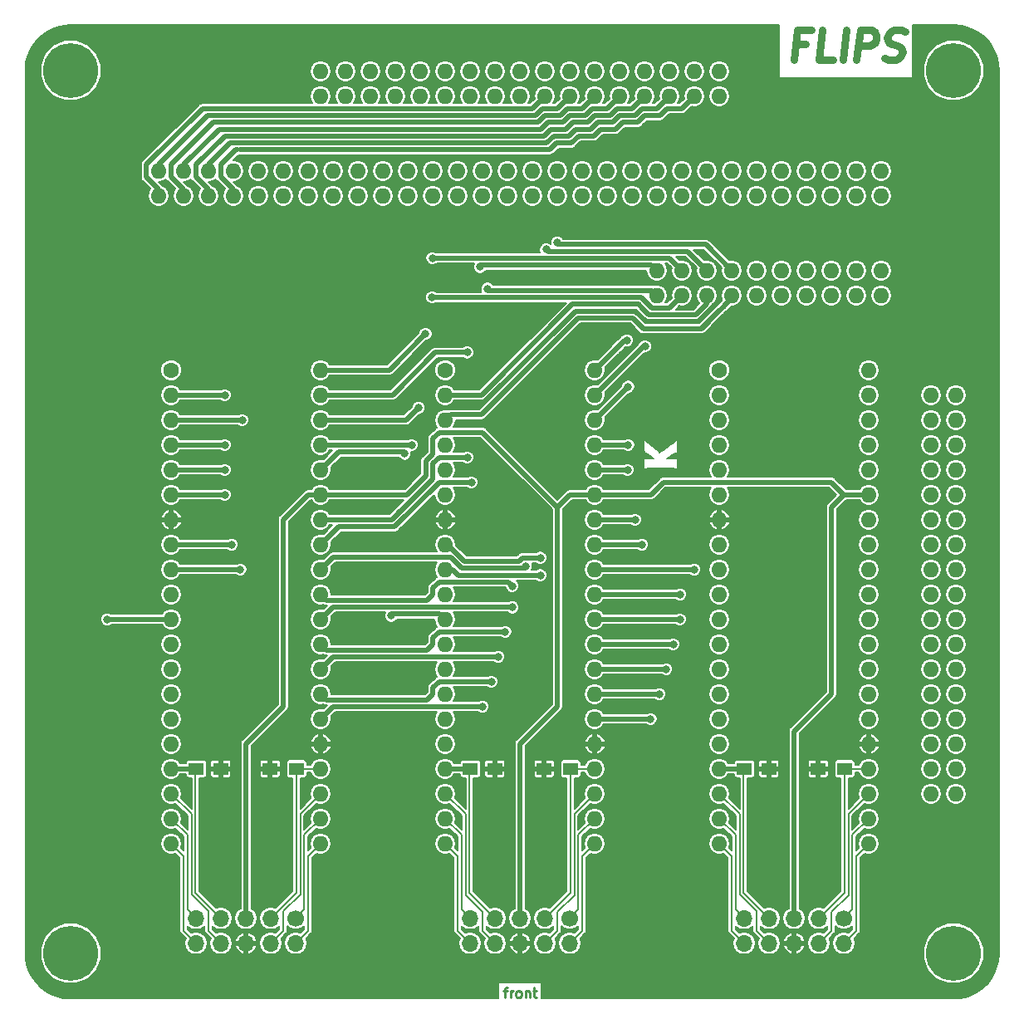
<source format=gbr>
G04 #@! TF.GenerationSoftware,KiCad,Pcbnew,(5.0.1)-4*
G04 #@! TF.CreationDate,2018-11-23T22:53:54+01:00*
G04 #@! TF.ProjectId,Flips5,466C697073352E6B696361645F706362,V1.0*
G04 #@! TF.SameCoordinates,Original*
G04 #@! TF.FileFunction,Copper,L1,Top,Signal*
G04 #@! TF.FilePolarity,Positive*
%FSLAX46Y46*%
G04 Gerber Fmt 4.6, Leading zero omitted, Abs format (unit mm)*
G04 Created by KiCad (PCBNEW (5.0.1)-4) date 23.11.2018 22:53:54*
%MOMM*%
%LPD*%
G01*
G04 APERTURE LIST*
G04 #@! TA.AperFunction,NonConductor*
%ADD10C,0.250000*%
G04 #@! TD*
G04 #@! TA.AperFunction,NonConductor*
%ADD11C,0.750000*%
G04 #@! TD*
G04 #@! TA.AperFunction,ComponentPad*
%ADD12C,5.600000*%
G04 #@! TD*
G04 #@! TA.AperFunction,ComponentPad*
%ADD13O,1.600000X1.600000*%
G04 #@! TD*
G04 #@! TA.AperFunction,ComponentPad*
%ADD14C,1.600000*%
G04 #@! TD*
G04 #@! TA.AperFunction,ComponentPad*
%ADD15O,1.700000X1.700000*%
G04 #@! TD*
G04 #@! TA.AperFunction,ComponentPad*
%ADD16C,1.700000*%
G04 #@! TD*
G04 #@! TA.AperFunction,SMDPad,CuDef*
%ADD17R,1.500000X1.250000*%
G04 #@! TD*
G04 #@! TA.AperFunction,SMDPad,CuDef*
%ADD18R,1.500000X1.300000*%
G04 #@! TD*
G04 #@! TA.AperFunction,ViaPad*
%ADD19C,0.800000*%
G04 #@! TD*
G04 #@! TA.AperFunction,Conductor*
%ADD20C,0.500000*%
G04 #@! TD*
G04 #@! TA.AperFunction,Conductor*
%ADD21C,0.200000*%
G04 #@! TD*
G04 APERTURE END LIST*
D10*
X99909523Y-149645714D02*
X100290476Y-149645714D01*
X100052380Y-150312380D02*
X100052380Y-149455238D01*
X100100000Y-149360000D01*
X100195238Y-149312380D01*
X100290476Y-149312380D01*
X100623809Y-150312380D02*
X100623809Y-149645714D01*
X100623809Y-149836190D02*
X100671428Y-149740952D01*
X100719047Y-149693333D01*
X100814285Y-149645714D01*
X100909523Y-149645714D01*
X101385714Y-150312380D02*
X101290476Y-150264761D01*
X101242857Y-150217142D01*
X101195238Y-150121904D01*
X101195238Y-149836190D01*
X101242857Y-149740952D01*
X101290476Y-149693333D01*
X101385714Y-149645714D01*
X101528571Y-149645714D01*
X101623809Y-149693333D01*
X101671428Y-149740952D01*
X101719047Y-149836190D01*
X101719047Y-150121904D01*
X101671428Y-150217142D01*
X101623809Y-150264761D01*
X101528571Y-150312380D01*
X101385714Y-150312380D01*
X102147619Y-149645714D02*
X102147619Y-150312380D01*
X102147619Y-149740952D02*
X102195238Y-149693333D01*
X102290476Y-149645714D01*
X102433333Y-149645714D01*
X102528571Y-149693333D01*
X102576190Y-149788571D01*
X102576190Y-150312380D01*
X102909523Y-149645714D02*
X103290476Y-149645714D01*
X103052380Y-149312380D02*
X103052380Y-150169523D01*
X103100000Y-150264761D01*
X103195238Y-150312380D01*
X103290476Y-150312380D01*
D11*
X130686071Y-53125714D02*
X129686071Y-53125714D01*
X129489642Y-54697142D02*
X129864642Y-51697142D01*
X131293214Y-51697142D01*
X133489642Y-54697142D02*
X132061071Y-54697142D01*
X132436071Y-51697142D01*
X134489642Y-54697142D02*
X134864642Y-51697142D01*
X135918214Y-54697142D02*
X136293214Y-51697142D01*
X137436071Y-51697142D01*
X137703928Y-51840000D01*
X137828928Y-51982857D01*
X137936071Y-52268571D01*
X137882500Y-52697142D01*
X137703928Y-52982857D01*
X137543214Y-53125714D01*
X137239642Y-53268571D01*
X136096785Y-53268571D01*
X138793214Y-54554285D02*
X139203928Y-54697142D01*
X139918214Y-54697142D01*
X140221785Y-54554285D01*
X140382500Y-54411428D01*
X140561071Y-54125714D01*
X140596785Y-53840000D01*
X140489642Y-53554285D01*
X140364642Y-53411428D01*
X140096785Y-53268571D01*
X139543214Y-53125714D01*
X139275357Y-52982857D01*
X139150357Y-52840000D01*
X139043214Y-52554285D01*
X139078928Y-52268571D01*
X139257500Y-51982857D01*
X139418214Y-51840000D01*
X139721785Y-51697142D01*
X140436071Y-51697142D01*
X140846785Y-51840000D01*
D12*
G04 #@! TO.P,REF\002A\002A,1*
G04 #@! TO.N,N/C*
X55800000Y-145800000D03*
G04 #@! TD*
G04 #@! TO.P,REF\002A\002A,1*
G04 #@! TO.N,N/C*
X145800000Y-145800000D03*
G04 #@! TD*
G04 #@! TO.P,REF\002A\002A,1*
G04 #@! TO.N,N/C*
X145800000Y-55800000D03*
G04 #@! TD*
G04 #@! TO.P,REF\002A\002A,1*
G04 #@! TO.N,N/C*
X55800000Y-55800000D03*
G04 #@! TD*
D13*
G04 #@! TO.P,IC3,40*
G04 #@! TO.N,/X18*
X137160000Y-86360000D03*
G04 #@! TO.P,IC3,20*
G04 #@! TO.N,/X.A2*
X121920000Y-134620000D03*
G04 #@! TO.P,IC3,39*
G04 #@! TO.N,/X20*
X137160000Y-88900000D03*
G04 #@! TO.P,IC3,19*
G04 #@! TO.N,/X.A0*
X121920000Y-132080000D03*
G04 #@! TO.P,IC3,38*
G04 #@! TO.N,/X17*
X137160000Y-91440000D03*
G04 #@! TO.P,IC3,18*
G04 #@! TO.N,/X.A1*
X121920000Y-129540000D03*
G04 #@! TO.P,IC3,37*
G04 #@! TO.N,/X16*
X137160000Y-93980000D03*
G04 #@! TO.P,IC3,17*
G04 #@! TO.N,/VCC*
X121920000Y-127000000D03*
G04 #@! TO.P,IC3,36*
G04 #@! TO.N,/X15*
X137160000Y-96520000D03*
G04 #@! TO.P,IC3,16*
G04 #@! TO.N,/X1*
X121920000Y-124460000D03*
G04 #@! TO.P,IC3,35*
G04 #@! TO.N,/HV*
X137160000Y-99060000D03*
G04 #@! TO.P,IC3,15*
G04 #@! TO.N,/X2*
X121920000Y-121920000D03*
G04 #@! TO.P,IC3,34*
G04 #@! TO.N,/X19*
X137160000Y-101600000D03*
G04 #@! TO.P,IC3,14*
G04 #@! TO.N,/X3*
X121920000Y-119380000D03*
G04 #@! TO.P,IC3,33*
G04 #@! TO.N,/X21*
X137160000Y-104140000D03*
G04 #@! TO.P,IC3,13*
G04 #@! TO.N,/X4*
X121920000Y-116840000D03*
G04 #@! TO.P,IC3,32*
G04 #@! TO.N,/X28*
X137160000Y-106680000D03*
G04 #@! TO.P,IC3,12*
G04 #@! TO.N,/X6*
X121920000Y-114300000D03*
G04 #@! TO.P,IC3,31*
G04 #@! TO.N,/X26*
X137160000Y-109220000D03*
G04 #@! TO.P,IC3,11*
G04 #@! TO.N,/X5*
X121920000Y-111760000D03*
G04 #@! TO.P,IC3,30*
G04 #@! TO.N,/X27*
X137160000Y-111760000D03*
G04 #@! TO.P,IC3,10*
G04 #@! TO.N,/X7*
X121920000Y-109220000D03*
G04 #@! TO.P,IC3,29*
G04 #@! TO.N,/X25*
X137160000Y-114300000D03*
G04 #@! TO.P,IC3,9*
G04 #@! TO.N,/X14*
X121920000Y-106680000D03*
G04 #@! TO.P,IC3,28*
G04 #@! TO.N,/X24*
X137160000Y-116840000D03*
G04 #@! TO.P,IC3,8*
G04 #@! TO.N,/X12*
X121920000Y-104140000D03*
G04 #@! TO.P,IC3,27*
G04 #@! TO.N,/X23*
X137160000Y-119380000D03*
G04 #@! TO.P,IC3,7*
G04 #@! TO.N,/GND*
X121920000Y-101600000D03*
G04 #@! TO.P,IC3,26*
G04 #@! TO.N,/X22*
X137160000Y-121920000D03*
G04 #@! TO.P,IC3,6*
G04 #@! TO.N,/X8*
X121920000Y-99060000D03*
G04 #@! TO.P,IC3,25*
G04 #@! TO.N,/GND*
X137160000Y-124460000D03*
G04 #@! TO.P,IC3,5*
G04 #@! TO.N,/X9*
X121920000Y-96520000D03*
G04 #@! TO.P,IC3,24*
G04 #@! TO.N,/X.EN*
X137160000Y-127000000D03*
G04 #@! TO.P,IC3,4*
G04 #@! TO.N,/X10*
X121920000Y-93980000D03*
G04 #@! TO.P,IC3,23*
G04 #@! TO.N,/X.POL*
X137160000Y-129540000D03*
G04 #@! TO.P,IC3,3*
G04 #@! TO.N,/X13*
X121920000Y-91440000D03*
G04 #@! TO.P,IC3,22*
G04 #@! TO.N,/X.B1*
X137160000Y-132080000D03*
G04 #@! TO.P,IC3,2*
G04 #@! TO.N,/X11*
X121920000Y-88900000D03*
G04 #@! TO.P,IC3,21*
G04 #@! TO.N,/X.B0*
X137160000Y-134620000D03*
D14*
G04 #@! TO.P,IC3,1*
G04 #@! TO.N,Net-(IC3-Pad1)*
X121920000Y-86360000D03*
G04 #@! TD*
D13*
G04 #@! TO.P,BRDIC1,1*
G04 #@! TO.N,/X18*
X143510000Y-88900000D03*
G04 #@! TO.P,BRDIC1,2*
G04 #@! TO.N,Net-(BRDIC1-Pad2)*
X146050000Y-88900000D03*
G04 #@! TO.P,BRDIC1,3*
G04 #@! TO.N,/X20*
X143510000Y-91440000D03*
G04 #@! TO.P,BRDIC1,4*
G04 #@! TO.N,/X11*
X146050000Y-91440000D03*
G04 #@! TO.P,BRDIC1,5*
G04 #@! TO.N,/X17*
X143510000Y-93980000D03*
G04 #@! TO.P,BRDIC1,6*
G04 #@! TO.N,/X13*
X146050000Y-93980000D03*
G04 #@! TO.P,BRDIC1,7*
G04 #@! TO.N,/X16*
X143510000Y-96520000D03*
G04 #@! TO.P,BRDIC1,8*
G04 #@! TO.N,/X10*
X146050000Y-96520000D03*
G04 #@! TO.P,BRDIC1,9*
G04 #@! TO.N,/X15*
X143510000Y-99060000D03*
G04 #@! TO.P,BRDIC1,10*
G04 #@! TO.N,/X9*
X146050000Y-99060000D03*
G04 #@! TO.P,BRDIC1,11*
G04 #@! TO.N,Net-(BRDIC1-Pad11)*
X143510000Y-101600000D03*
G04 #@! TO.P,BRDIC1,12*
G04 #@! TO.N,/X8*
X146050000Y-101600000D03*
G04 #@! TO.P,BRDIC1,13*
G04 #@! TO.N,/X19*
X143510000Y-104140000D03*
G04 #@! TO.P,BRDIC1,14*
G04 #@! TO.N,Net-(BRDIC1-Pad14)*
X146050000Y-104140000D03*
G04 #@! TO.P,BRDIC1,15*
G04 #@! TO.N,/X21*
X143510000Y-106680000D03*
G04 #@! TO.P,BRDIC1,16*
G04 #@! TO.N,/X12*
X146050000Y-106680000D03*
G04 #@! TO.P,BRDIC1,17*
G04 #@! TO.N,/X28*
X143510000Y-109220000D03*
G04 #@! TO.P,BRDIC1,18*
G04 #@! TO.N,/X14*
X146050000Y-109220000D03*
G04 #@! TO.P,BRDIC1,19*
G04 #@! TO.N,/X26*
X143510000Y-111760000D03*
G04 #@! TO.P,BRDIC1,20*
G04 #@! TO.N,/X7*
X146050000Y-111760000D03*
G04 #@! TO.P,BRDIC1,21*
G04 #@! TO.N,/X27*
X143510000Y-114300000D03*
G04 #@! TO.P,BRDIC1,22*
G04 #@! TO.N,/X5*
X146050000Y-114300000D03*
G04 #@! TO.P,BRDIC1,23*
G04 #@! TO.N,/X25*
X143510000Y-116840000D03*
G04 #@! TO.P,BRDIC1,24*
G04 #@! TO.N,/X6*
X146050000Y-116840000D03*
G04 #@! TO.P,BRDIC1,25*
G04 #@! TO.N,/X24*
X143510000Y-119380000D03*
G04 #@! TO.P,BRDIC1,26*
G04 #@! TO.N,/X4*
X146050000Y-119380000D03*
G04 #@! TO.P,BRDIC1,27*
G04 #@! TO.N,/X23*
X143510000Y-121920000D03*
G04 #@! TO.P,BRDIC1,28*
G04 #@! TO.N,/X3*
X146050000Y-121920000D03*
G04 #@! TO.P,BRDIC1,29*
G04 #@! TO.N,/X22*
X143510000Y-124460000D03*
G04 #@! TO.P,BRDIC1,30*
G04 #@! TO.N,/X2*
X146050000Y-124460000D03*
G04 #@! TO.P,BRDIC1,31*
G04 #@! TO.N,Net-(BRDIC1-Pad31)*
X143510000Y-127000000D03*
G04 #@! TO.P,BRDIC1,32*
G04 #@! TO.N,/X1*
X146050000Y-127000000D03*
G04 #@! TO.P,BRDIC1,33*
G04 #@! TO.N,Net-(BRDIC1-Pad33)*
X143510000Y-129540000D03*
G04 #@! TO.P,BRDIC1,34*
G04 #@! TO.N,Net-(BRDIC1-Pad34)*
X146050000Y-129540000D03*
G04 #@! TD*
D15*
G04 #@! TO.P,CNY1,10*
G04 #@! TO.N,/Y1.A2*
X68580000Y-144780000D03*
G04 #@! TO.P,CNY1,9*
G04 #@! TO.N,/Y1.A0*
X68580000Y-142240000D03*
G04 #@! TO.P,CNY1,8*
G04 #@! TO.N,/Y1.A1*
X71120000Y-144780000D03*
G04 #@! TO.P,CNY1,7*
G04 #@! TO.N,/VCC*
X71120000Y-142240000D03*
G04 #@! TO.P,CNY1,6*
G04 #@! TO.N,/GND*
X73660000Y-144780000D03*
G04 #@! TO.P,CNY1,5*
G04 #@! TO.N,/HV*
X73660000Y-142240000D03*
G04 #@! TO.P,CNY1,4*
G04 #@! TO.N,/Y1.POL*
X76200000Y-144780000D03*
G04 #@! TO.P,CNY1,3*
G04 #@! TO.N,/Y1.EN*
X76200000Y-142240000D03*
G04 #@! TO.P,CNY1,2*
G04 #@! TO.N,/Y1.B0*
X78740000Y-144780000D03*
D16*
G04 #@! TO.P,CNY1,1*
G04 #@! TO.N,/Y1.B1*
X78740000Y-142240000D03*
G04 #@! TD*
D15*
G04 #@! TO.P,CNY2,10*
G04 #@! TO.N,/Y2.A2*
X96520000Y-144780000D03*
G04 #@! TO.P,CNY2,9*
G04 #@! TO.N,/Y2.A0*
X96520000Y-142240000D03*
G04 #@! TO.P,CNY2,8*
G04 #@! TO.N,/Y2.A1*
X99060000Y-144780000D03*
G04 #@! TO.P,CNY2,7*
G04 #@! TO.N,/VCC*
X99060000Y-142240000D03*
G04 #@! TO.P,CNY2,6*
G04 #@! TO.N,/GND*
X101600000Y-144780000D03*
G04 #@! TO.P,CNY2,5*
G04 #@! TO.N,/HV*
X101600000Y-142240000D03*
G04 #@! TO.P,CNY2,4*
G04 #@! TO.N,/Y2.POL*
X104140000Y-144780000D03*
G04 #@! TO.P,CNY2,3*
G04 #@! TO.N,/Y2.EN*
X104140000Y-142240000D03*
G04 #@! TO.P,CNY2,2*
G04 #@! TO.N,/Y2.B0*
X106680000Y-144780000D03*
D16*
G04 #@! TO.P,CNY2,1*
G04 #@! TO.N,/Y2.B1*
X106680000Y-142240000D03*
G04 #@! TD*
D15*
G04 #@! TO.P,CNX1,10*
G04 #@! TO.N,/X.A2*
X124460000Y-144780000D03*
G04 #@! TO.P,CNX1,9*
G04 #@! TO.N,/X.A0*
X124460000Y-142240000D03*
G04 #@! TO.P,CNX1,8*
G04 #@! TO.N,/X.A1*
X127000000Y-144780000D03*
G04 #@! TO.P,CNX1,7*
G04 #@! TO.N,/VCC*
X127000000Y-142240000D03*
G04 #@! TO.P,CNX1,6*
G04 #@! TO.N,/GND*
X129540000Y-144780000D03*
G04 #@! TO.P,CNX1,5*
G04 #@! TO.N,/HV*
X129540000Y-142240000D03*
G04 #@! TO.P,CNX1,4*
G04 #@! TO.N,/X.POL*
X132080000Y-144780000D03*
G04 #@! TO.P,CNX1,3*
G04 #@! TO.N,/X.EN*
X132080000Y-142240000D03*
G04 #@! TO.P,CNX1,2*
G04 #@! TO.N,/X.B0*
X134620000Y-144780000D03*
D16*
G04 #@! TO.P,CNX1,1*
G04 #@! TO.N,/X.B1*
X134620000Y-142240000D03*
G04 #@! TD*
D13*
G04 #@! TO.P,IC1,40*
G04 #@! TO.N,/~RY4*
X81280000Y-86360000D03*
G04 #@! TO.P,IC1,20*
G04 #@! TO.N,/Y1.A2*
X66040000Y-134620000D03*
G04 #@! TO.P,IC1,39*
G04 #@! TO.N,/~RY6*
X81280000Y-88900000D03*
G04 #@! TO.P,IC1,19*
G04 #@! TO.N,/Y1.A0*
X66040000Y-132080000D03*
G04 #@! TO.P,IC1,38*
G04 #@! TO.N,/~RY3*
X81280000Y-91440000D03*
G04 #@! TO.P,IC1,18*
G04 #@! TO.N,/Y1.A1*
X66040000Y-129540000D03*
G04 #@! TO.P,IC1,37*
G04 #@! TO.N,/~RY2*
X81280000Y-93980000D03*
G04 #@! TO.P,IC1,17*
G04 #@! TO.N,/VCC*
X66040000Y-127000000D03*
G04 #@! TO.P,IC1,36*
G04 #@! TO.N,/~RY1*
X81280000Y-96520000D03*
G04 #@! TO.P,IC1,16*
G04 #@! TO.N,/SY1*
X66040000Y-124460000D03*
G04 #@! TO.P,IC1,35*
G04 #@! TO.N,/HV*
X81280000Y-99060000D03*
G04 #@! TO.P,IC1,15*
G04 #@! TO.N,/SY2*
X66040000Y-121920000D03*
G04 #@! TO.P,IC1,34*
G04 #@! TO.N,/~RY5*
X81280000Y-101600000D03*
G04 #@! TO.P,IC1,14*
G04 #@! TO.N,/SY3*
X66040000Y-119380000D03*
G04 #@! TO.P,IC1,33*
G04 #@! TO.N,/~RY7*
X81280000Y-104140000D03*
G04 #@! TO.P,IC1,13*
G04 #@! TO.N,/SY4*
X66040000Y-116840000D03*
G04 #@! TO.P,IC1,32*
G04 #@! TO.N,/~RY14*
X81280000Y-106680000D03*
G04 #@! TO.P,IC1,12*
G04 #@! TO.N,/SY6*
X66040000Y-114300000D03*
G04 #@! TO.P,IC1,31*
G04 #@! TO.N,/~RY12*
X81280000Y-109220000D03*
G04 #@! TO.P,IC1,11*
G04 #@! TO.N,/SY5*
X66040000Y-111760000D03*
G04 #@! TO.P,IC1,30*
G04 #@! TO.N,/~RY13*
X81280000Y-111760000D03*
G04 #@! TO.P,IC1,10*
G04 #@! TO.N,/SY7*
X66040000Y-109220000D03*
G04 #@! TO.P,IC1,29*
G04 #@! TO.N,/~RY11*
X81280000Y-114300000D03*
G04 #@! TO.P,IC1,9*
G04 #@! TO.N,/SY14*
X66040000Y-106680000D03*
G04 #@! TO.P,IC1,28*
G04 #@! TO.N,/~RY10*
X81280000Y-116840000D03*
G04 #@! TO.P,IC1,8*
G04 #@! TO.N,/SY12*
X66040000Y-104140000D03*
G04 #@! TO.P,IC1,27*
G04 #@! TO.N,/~RY9*
X81280000Y-119380000D03*
G04 #@! TO.P,IC1,7*
G04 #@! TO.N,/GND*
X66040000Y-101600000D03*
G04 #@! TO.P,IC1,26*
G04 #@! TO.N,/~RY8*
X81280000Y-121920000D03*
G04 #@! TO.P,IC1,6*
G04 #@! TO.N,/SY8*
X66040000Y-99060000D03*
G04 #@! TO.P,IC1,25*
G04 #@! TO.N,/GND*
X81280000Y-124460000D03*
G04 #@! TO.P,IC1,5*
G04 #@! TO.N,/SY9*
X66040000Y-96520000D03*
G04 #@! TO.P,IC1,24*
G04 #@! TO.N,/Y1.EN*
X81280000Y-127000000D03*
G04 #@! TO.P,IC1,4*
G04 #@! TO.N,/SY10*
X66040000Y-93980000D03*
G04 #@! TO.P,IC1,23*
G04 #@! TO.N,/Y1.POL*
X81280000Y-129540000D03*
G04 #@! TO.P,IC1,3*
G04 #@! TO.N,/SY13*
X66040000Y-91440000D03*
G04 #@! TO.P,IC1,22*
G04 #@! TO.N,/Y1.B1*
X81280000Y-132080000D03*
G04 #@! TO.P,IC1,2*
G04 #@! TO.N,/SY11*
X66040000Y-88900000D03*
G04 #@! TO.P,IC1,21*
G04 #@! TO.N,/Y1.B0*
X81280000Y-134620000D03*
D14*
G04 #@! TO.P,IC1,1*
G04 #@! TO.N,Net-(IC1-Pad1)*
X66040000Y-86360000D03*
G04 #@! TD*
G04 #@! TO.P,IC2,1*
G04 #@! TO.N,Net-(IC2-Pad1)*
X93980000Y-86360000D03*
D13*
G04 #@! TO.P,IC2,21*
G04 #@! TO.N,/Y2.B0*
X109220000Y-134620000D03*
G04 #@! TO.P,IC2,2*
G04 #@! TO.N,/SY25*
X93980000Y-88900000D03*
G04 #@! TO.P,IC2,22*
G04 #@! TO.N,/Y2.B1*
X109220000Y-132080000D03*
G04 #@! TO.P,IC2,3*
G04 #@! TO.N,/SY27*
X93980000Y-91440000D03*
G04 #@! TO.P,IC2,23*
G04 #@! TO.N,/Y2.POL*
X109220000Y-129540000D03*
G04 #@! TO.P,IC2,4*
G04 #@! TO.N,/SY24*
X93980000Y-93980000D03*
G04 #@! TO.P,IC2,24*
G04 #@! TO.N,/Y2.EN*
X109220000Y-127000000D03*
G04 #@! TO.P,IC2,5*
G04 #@! TO.N,/SY23*
X93980000Y-96520000D03*
G04 #@! TO.P,IC2,25*
G04 #@! TO.N,/GND*
X109220000Y-124460000D03*
G04 #@! TO.P,IC2,6*
G04 #@! TO.N,/SY22*
X93980000Y-99060000D03*
G04 #@! TO.P,IC2,26*
G04 #@! TO.N,/~RY22*
X109220000Y-121920000D03*
G04 #@! TO.P,IC2,7*
G04 #@! TO.N,/GND*
X93980000Y-101600000D03*
G04 #@! TO.P,IC2,27*
G04 #@! TO.N,/~RY23*
X109220000Y-119380000D03*
G04 #@! TO.P,IC2,8*
G04 #@! TO.N,/SY26*
X93980000Y-104140000D03*
G04 #@! TO.P,IC2,28*
G04 #@! TO.N,/~RY24*
X109220000Y-116840000D03*
G04 #@! TO.P,IC2,9*
G04 #@! TO.N,/SY28*
X93980000Y-106680000D03*
G04 #@! TO.P,IC2,29*
G04 #@! TO.N,/~RY25*
X109220000Y-114300000D03*
G04 #@! TO.P,IC2,10*
G04 #@! TO.N,/SY21*
X93980000Y-109220000D03*
G04 #@! TO.P,IC2,30*
G04 #@! TO.N,/~RY27*
X109220000Y-111760000D03*
G04 #@! TO.P,IC2,11*
G04 #@! TO.N,/SY19*
X93980000Y-111760000D03*
G04 #@! TO.P,IC2,31*
G04 #@! TO.N,/~RY26*
X109220000Y-109220000D03*
G04 #@! TO.P,IC2,12*
G04 #@! TO.N,/SY20*
X93980000Y-114300000D03*
G04 #@! TO.P,IC2,32*
G04 #@! TO.N,/~RY28*
X109220000Y-106680000D03*
G04 #@! TO.P,IC2,13*
G04 #@! TO.N,/SY18*
X93980000Y-116840000D03*
G04 #@! TO.P,IC2,33*
G04 #@! TO.N,/~RY21*
X109220000Y-104140000D03*
G04 #@! TO.P,IC2,14*
G04 #@! TO.N,/SY17*
X93980000Y-119380000D03*
G04 #@! TO.P,IC2,34*
G04 #@! TO.N,/~RY19*
X109220000Y-101600000D03*
G04 #@! TO.P,IC2,15*
G04 #@! TO.N,/SY16*
X93980000Y-121920000D03*
G04 #@! TO.P,IC2,35*
G04 #@! TO.N,/HV*
X109220000Y-99060000D03*
G04 #@! TO.P,IC2,16*
G04 #@! TO.N,/SY15*
X93980000Y-124460000D03*
G04 #@! TO.P,IC2,36*
G04 #@! TO.N,/~RY15*
X109220000Y-96520000D03*
G04 #@! TO.P,IC2,17*
G04 #@! TO.N,/VCC*
X93980000Y-127000000D03*
G04 #@! TO.P,IC2,37*
G04 #@! TO.N,/~RY16*
X109220000Y-93980000D03*
G04 #@! TO.P,IC2,18*
G04 #@! TO.N,/Y2.A1*
X93980000Y-129540000D03*
G04 #@! TO.P,IC2,38*
G04 #@! TO.N,/~RY17*
X109220000Y-91440000D03*
G04 #@! TO.P,IC2,19*
G04 #@! TO.N,/Y2.A0*
X93980000Y-132080000D03*
G04 #@! TO.P,IC2,39*
G04 #@! TO.N,/~RY20*
X109220000Y-88900000D03*
G04 #@! TO.P,IC2,20*
G04 #@! TO.N,/Y2.A2*
X93980000Y-134620000D03*
G04 #@! TO.P,IC2,40*
G04 #@! TO.N,/~RY18*
X109220000Y-86360000D03*
G04 #@! TD*
D17*
G04 #@! TO.P,C1,2*
G04 #@! TO.N,/VCC*
X68600000Y-127000000D03*
G04 #@! TO.P,C1,1*
G04 #@! TO.N,/GND*
X71100000Y-127000000D03*
G04 #@! TD*
G04 #@! TO.P,C2,1*
G04 #@! TO.N,/VCC*
X96540000Y-127000000D03*
G04 #@! TO.P,C2,2*
G04 #@! TO.N,/GND*
X99040000Y-127000000D03*
G04 #@! TD*
G04 #@! TO.P,C3,2*
G04 #@! TO.N,/GND*
X126980000Y-127000000D03*
G04 #@! TO.P,C3,1*
G04 #@! TO.N,/VCC*
X124480000Y-127000000D03*
G04 #@! TD*
D13*
G04 #@! TO.P,BROSE34,1*
G04 #@! TO.N,Net-(BROSE34-Pad1)*
X81280000Y-58420000D03*
G04 #@! TO.P,BROSE34,2*
G04 #@! TO.N,Net-(BROSE34-Pad2)*
X81280000Y-55880000D03*
G04 #@! TO.P,BROSE34,3*
G04 #@! TO.N,Net-(BROSE34-Pad3)*
X83820000Y-58420000D03*
G04 #@! TO.P,BROSE34,4*
G04 #@! TO.N,Net-(BROSE34-Pad4)*
X83820000Y-55880000D03*
G04 #@! TO.P,BROSE34,5*
G04 #@! TO.N,Net-(BROSE34-Pad5)*
X86360000Y-58420000D03*
G04 #@! TO.P,BROSE34,6*
G04 #@! TO.N,Net-(BROSE34-Pad6)*
X86360000Y-55880000D03*
G04 #@! TO.P,BROSE34,7*
G04 #@! TO.N,Net-(BROSE34-Pad7)*
X88900000Y-58420000D03*
G04 #@! TO.P,BROSE34,8*
G04 #@! TO.N,Net-(BROSE34-Pad8)*
X88900000Y-55880000D03*
G04 #@! TO.P,BROSE34,9*
G04 #@! TO.N,Net-(BROSE34-Pad9)*
X91440000Y-58420000D03*
G04 #@! TO.P,BROSE34,10*
G04 #@! TO.N,Net-(BROSE34-Pad10)*
X91440000Y-55880000D03*
G04 #@! TO.P,BROSE34,11*
G04 #@! TO.N,Net-(BROSE34-Pad11)*
X93980000Y-58420000D03*
G04 #@! TO.P,BROSE34,12*
G04 #@! TO.N,Net-(BROSE34-Pad12)*
X93980000Y-55880000D03*
G04 #@! TO.P,BROSE34,13*
G04 #@! TO.N,Net-(BROSE34-Pad13)*
X96520000Y-58420000D03*
G04 #@! TO.P,BROSE34,14*
G04 #@! TO.N,Net-(BROSE34-Pad14)*
X96520000Y-55880000D03*
G04 #@! TO.P,BROSE34,15*
G04 #@! TO.N,Net-(BROSE34-Pad15)*
X99060000Y-58420000D03*
G04 #@! TO.P,BROSE34,16*
G04 #@! TO.N,Net-(BROSE34-Pad16)*
X99060000Y-55880000D03*
G04 #@! TO.P,BROSE34,17*
G04 #@! TO.N,Net-(BROSE34-Pad17)*
X101600000Y-58420000D03*
G04 #@! TO.P,BROSE34,18*
G04 #@! TO.N,Net-(BROSE34-Pad18)*
X101600000Y-55880000D03*
G04 #@! TO.P,BROSE34,19*
G04 #@! TO.N,/SY1*
X104140000Y-58420000D03*
G04 #@! TO.P,BROSE34,20*
G04 #@! TO.N,/~RY1*
X104140000Y-55880000D03*
G04 #@! TO.P,BROSE34,21*
G04 #@! TO.N,/SY2*
X106680000Y-58420000D03*
G04 #@! TO.P,BROSE34,22*
G04 #@! TO.N,/~RY2*
X106680000Y-55880000D03*
G04 #@! TO.P,BROSE34,23*
G04 #@! TO.N,/SY3*
X109220000Y-58420000D03*
G04 #@! TO.P,BROSE34,24*
G04 #@! TO.N,/~RY3*
X109220000Y-55880000D03*
G04 #@! TO.P,BROSE34,25*
G04 #@! TO.N,/SY4*
X111760000Y-58420000D03*
G04 #@! TO.P,BROSE34,26*
G04 #@! TO.N,/~RY4*
X111760000Y-55880000D03*
G04 #@! TO.P,BROSE34,27*
G04 #@! TO.N,/SY5*
X114300000Y-58420000D03*
G04 #@! TO.P,BROSE34,28*
G04 #@! TO.N,/~RY5*
X114300000Y-55880000D03*
G04 #@! TO.P,BROSE34,29*
G04 #@! TO.N,/SY6*
X116840000Y-58420000D03*
G04 #@! TO.P,BROSE34,30*
G04 #@! TO.N,/~RY6*
X116840000Y-55880000D03*
G04 #@! TO.P,BROSE34,31*
G04 #@! TO.N,/SY7*
X119380000Y-58420000D03*
G04 #@! TO.P,BROSE34,32*
G04 #@! TO.N,/~RY7*
X119380000Y-55880000D03*
G04 #@! TO.P,BROSE34,33*
G04 #@! TO.N,Net-(BROSE34-Pad33)*
X121920000Y-58420000D03*
G04 #@! TO.P,BROSE34,34*
G04 #@! TO.N,Net-(BROSE34-Pad34)*
X121920000Y-55880000D03*
G04 #@! TD*
G04 #@! TO.P,BROSE60,1*
G04 #@! TO.N,/SY1*
X64770000Y-68580000D03*
G04 #@! TO.P,BROSE60,2*
G04 #@! TO.N,/SY2*
X64770000Y-66040000D03*
G04 #@! TO.P,BROSE60,3*
G04 #@! TO.N,/SY3*
X67310000Y-68580000D03*
G04 #@! TO.P,BROSE60,4*
G04 #@! TO.N,/SY4*
X67310000Y-66040000D03*
G04 #@! TO.P,BROSE60,5*
G04 #@! TO.N,/SY5*
X69850000Y-68580000D03*
G04 #@! TO.P,BROSE60,6*
G04 #@! TO.N,/SY6*
X69850000Y-66040000D03*
G04 #@! TO.P,BROSE60,7*
G04 #@! TO.N,/SY7*
X72390000Y-68580000D03*
G04 #@! TO.P,BROSE60,8*
G04 #@! TO.N,/SY8*
X72390000Y-66040000D03*
G04 #@! TO.P,BROSE60,9*
G04 #@! TO.N,/SY9*
X74930000Y-68580000D03*
G04 #@! TO.P,BROSE60,10*
G04 #@! TO.N,/SY10*
X74930000Y-66040000D03*
G04 #@! TO.P,BROSE60,11*
G04 #@! TO.N,/SY11*
X77470000Y-68580000D03*
G04 #@! TO.P,BROSE60,12*
G04 #@! TO.N,/SY12*
X77470000Y-66040000D03*
G04 #@! TO.P,BROSE60,13*
G04 #@! TO.N,/SY13*
X80010000Y-68580000D03*
G04 #@! TO.P,BROSE60,14*
G04 #@! TO.N,/SY14*
X80010000Y-66040000D03*
G04 #@! TO.P,BROSE60,15*
G04 #@! TO.N,/SY15*
X82550000Y-68580000D03*
G04 #@! TO.P,BROSE60,16*
G04 #@! TO.N,/SY16*
X82550000Y-66040000D03*
G04 #@! TO.P,BROSE60,17*
G04 #@! TO.N,/SY17*
X85090000Y-68580000D03*
G04 #@! TO.P,BROSE60,18*
G04 #@! TO.N,/SY18*
X85090000Y-66040000D03*
G04 #@! TO.P,BROSE60,19*
G04 #@! TO.N,/SY19*
X87630000Y-68580000D03*
G04 #@! TO.P,BROSE60,20*
G04 #@! TO.N,/SY20*
X87630000Y-66040000D03*
G04 #@! TO.P,BROSE60,21*
G04 #@! TO.N,/~RY1*
X90170000Y-68580000D03*
G04 #@! TO.P,BROSE60,22*
G04 #@! TO.N,/~RY2*
X90170000Y-66040000D03*
G04 #@! TO.P,BROSE60,23*
G04 #@! TO.N,/~RY3*
X92710000Y-68580000D03*
G04 #@! TO.P,BROSE60,24*
G04 #@! TO.N,/~RY4*
X92710000Y-66040000D03*
G04 #@! TO.P,BROSE60,25*
G04 #@! TO.N,/~RY5*
X95250000Y-68580000D03*
G04 #@! TO.P,BROSE60,26*
G04 #@! TO.N,/~RY6*
X95250000Y-66040000D03*
G04 #@! TO.P,BROSE60,27*
G04 #@! TO.N,/~RY7*
X97790000Y-68580000D03*
G04 #@! TO.P,BROSE60,28*
G04 #@! TO.N,/~RY8*
X97790000Y-66040000D03*
G04 #@! TO.P,BROSE60,29*
G04 #@! TO.N,/~RY9*
X100330000Y-68580000D03*
G04 #@! TO.P,BROSE60,30*
G04 #@! TO.N,/~RY10*
X100330000Y-66040000D03*
G04 #@! TO.P,BROSE60,31*
G04 #@! TO.N,/~RY11*
X102870000Y-68580000D03*
G04 #@! TO.P,BROSE60,32*
G04 #@! TO.N,/~RY12*
X102870000Y-66040000D03*
G04 #@! TO.P,BROSE60,33*
G04 #@! TO.N,/~RY13*
X105410000Y-68580000D03*
G04 #@! TO.P,BROSE60,34*
G04 #@! TO.N,/~RY14*
X105410000Y-66040000D03*
G04 #@! TO.P,BROSE60,35*
G04 #@! TO.N,/~RY15*
X107950000Y-68580000D03*
G04 #@! TO.P,BROSE60,36*
G04 #@! TO.N,/~RY16*
X107950000Y-66040000D03*
G04 #@! TO.P,BROSE60,37*
G04 #@! TO.N,/~RY17*
X110490000Y-68580000D03*
G04 #@! TO.P,BROSE60,38*
G04 #@! TO.N,/~RY18*
X110490000Y-66040000D03*
G04 #@! TO.P,BROSE60,39*
G04 #@! TO.N,/~RY19*
X113030000Y-68580000D03*
G04 #@! TO.P,BROSE60,40*
G04 #@! TO.N,/~RY20*
X113030000Y-66040000D03*
G04 #@! TO.P,BROSE60,41*
G04 #@! TO.N,Net-(BROSE60-Pad41)*
X115570000Y-68580000D03*
G04 #@! TO.P,BROSE60,42*
G04 #@! TO.N,Net-(BROSE60-Pad42)*
X115570000Y-66040000D03*
G04 #@! TO.P,BROSE60,43*
G04 #@! TO.N,Net-(BROSE60-Pad43)*
X118110000Y-68580000D03*
G04 #@! TO.P,BROSE60,44*
G04 #@! TO.N,Net-(BROSE60-Pad44)*
X118110000Y-66040000D03*
G04 #@! TO.P,BROSE60,45*
G04 #@! TO.N,Net-(BROSE60-Pad45)*
X120650000Y-68580000D03*
G04 #@! TO.P,BROSE60,46*
G04 #@! TO.N,Net-(BROSE60-Pad46)*
X120650000Y-66040000D03*
G04 #@! TO.P,BROSE60,47*
G04 #@! TO.N,Net-(BROSE60-Pad47)*
X123190000Y-68580000D03*
G04 #@! TO.P,BROSE60,48*
G04 #@! TO.N,Net-(BROSE60-Pad48)*
X123190000Y-66040000D03*
G04 #@! TO.P,BROSE60,49*
G04 #@! TO.N,Net-(BROSE60-Pad49)*
X125730000Y-68580000D03*
G04 #@! TO.P,BROSE60,50*
G04 #@! TO.N,Net-(BROSE60-Pad50)*
X125730000Y-66040000D03*
G04 #@! TO.P,BROSE60,51*
G04 #@! TO.N,Net-(BROSE60-Pad51)*
X128270000Y-68580000D03*
G04 #@! TO.P,BROSE60,52*
G04 #@! TO.N,Net-(BROSE60-Pad52)*
X128270000Y-66040000D03*
G04 #@! TO.P,BROSE60,53*
G04 #@! TO.N,Net-(BROSE60-Pad53)*
X130810000Y-68580000D03*
G04 #@! TO.P,BROSE60,54*
G04 #@! TO.N,Net-(BROSE60-Pad54)*
X130810000Y-66040000D03*
G04 #@! TO.P,BROSE60,55*
G04 #@! TO.N,Net-(BROSE60-Pad55)*
X133350000Y-68580000D03*
G04 #@! TO.P,BROSE60,56*
G04 #@! TO.N,Net-(BROSE60-Pad56)*
X133350000Y-66040000D03*
G04 #@! TO.P,BROSE60,57*
G04 #@! TO.N,Net-(BROSE60-Pad57)*
X135890000Y-68580000D03*
G04 #@! TO.P,BROSE60,58*
G04 #@! TO.N,Net-(BROSE60-Pad58)*
X135890000Y-66040000D03*
G04 #@! TO.P,BROSE60,59*
G04 #@! TO.N,Net-(BROSE60-Pad59)*
X138430000Y-68580000D03*
G04 #@! TO.P,BROSE60,60*
G04 #@! TO.N,Net-(BROSE60-Pad60)*
X138430000Y-66040000D03*
G04 #@! TD*
D18*
G04 #@! TO.P,R1,1*
G04 #@! TO.N,/GND*
X76120000Y-127000000D03*
G04 #@! TO.P,R1,2*
G04 #@! TO.N,/Y1.EN*
X78820000Y-127000000D03*
G04 #@! TD*
G04 #@! TO.P,R2,2*
G04 #@! TO.N,/Y2.EN*
X106760000Y-127000000D03*
G04 #@! TO.P,R2,1*
G04 #@! TO.N,/GND*
X104060000Y-127000000D03*
G04 #@! TD*
G04 #@! TO.P,R3,2*
G04 #@! TO.N,/X.EN*
X134700000Y-127000000D03*
G04 #@! TO.P,R3,1*
G04 #@! TO.N,/GND*
X132000000Y-127000000D03*
G04 #@! TD*
D13*
G04 #@! TO.P,BROSE20,20*
G04 #@! TO.N,Net-(BROSE20-Pad20)*
X138430000Y-76200000D03*
G04 #@! TO.P,BROSE20,19*
G04 #@! TO.N,Net-(BROSE20-Pad19)*
X138430000Y-78740000D03*
G04 #@! TO.P,BROSE20,18*
G04 #@! TO.N,Net-(BROSE20-Pad18)*
X135890000Y-76200000D03*
G04 #@! TO.P,BROSE20,17*
G04 #@! TO.N,Net-(BROSE20-Pad17)*
X135890000Y-78740000D03*
G04 #@! TO.P,BROSE20,16*
G04 #@! TO.N,/~RY28*
X133350000Y-76200000D03*
G04 #@! TO.P,BROSE20,15*
G04 #@! TO.N,/~RY27*
X133350000Y-78740000D03*
G04 #@! TO.P,BROSE20,14*
G04 #@! TO.N,/~RY26*
X130810000Y-76200000D03*
G04 #@! TO.P,BROSE20,13*
G04 #@! TO.N,/~RY25*
X130810000Y-78740000D03*
G04 #@! TO.P,BROSE20,12*
G04 #@! TO.N,/~RY24*
X128270000Y-76200000D03*
G04 #@! TO.P,BROSE20,11*
G04 #@! TO.N,/~RY23*
X128270000Y-78740000D03*
G04 #@! TO.P,BROSE20,10*
G04 #@! TO.N,/~RY22*
X125730000Y-76200000D03*
G04 #@! TO.P,BROSE20,9*
G04 #@! TO.N,/~RY21*
X125730000Y-78740000D03*
G04 #@! TO.P,BROSE20,8*
G04 #@! TO.N,/SY28*
X123190000Y-76200000D03*
G04 #@! TO.P,BROSE20,7*
G04 #@! TO.N,/SY27*
X123190000Y-78740000D03*
G04 #@! TO.P,BROSE20,6*
G04 #@! TO.N,/SY26*
X120650000Y-76200000D03*
G04 #@! TO.P,BROSE20,5*
G04 #@! TO.N,/SY25*
X120650000Y-78740000D03*
G04 #@! TO.P,BROSE20,4*
G04 #@! TO.N,/SY24*
X118110000Y-76200000D03*
G04 #@! TO.P,BROSE20,3*
G04 #@! TO.N,/SY23*
X118110000Y-78740000D03*
G04 #@! TO.P,BROSE20,2*
G04 #@! TO.N,/SY22*
X115570000Y-76200000D03*
G04 #@! TO.P,BROSE20,1*
G04 #@! TO.N,/SY21*
X115570000Y-78740000D03*
G04 #@! TD*
D19*
G04 #@! TO.N,/SY5*
X59512200Y-111760000D03*
G04 #@! TO.N,/SY8*
X71501000Y-99060000D03*
G04 #@! TO.N,/SY9*
X71501000Y-96520000D03*
G04 #@! TO.N,/SY10*
X71501000Y-93980000D03*
G04 #@! TO.N,/SY11*
X71501000Y-88900000D03*
G04 #@! TO.N,/SY12*
X72212200Y-104140000D03*
G04 #@! TO.N,/SY13*
X73279000Y-91440000D03*
G04 #@! TO.N,/SY14*
X73090002Y-106680000D03*
G04 #@! TO.N,/SY19*
X88455500Y-111379000D03*
G04 #@! TO.N,/~RY1*
X89839800Y-94869000D03*
G04 #@! TO.N,/~RY2*
X90551000Y-93980000D03*
G04 #@! TO.N,/~RY3*
X91249500Y-90182700D03*
G04 #@! TO.N,/~RY4*
X91973400Y-82664300D03*
G04 #@! TO.N,/~RY5*
X96215200Y-95250000D03*
G04 #@! TO.N,/~RY6*
X96215200Y-84556600D03*
G04 #@! TO.N,/~RY7*
X96647000Y-97790000D03*
G04 #@! TO.N,/~RY8*
X97790000Y-120650000D03*
G04 #@! TO.N,/~RY9*
X98679000Y-118110000D03*
G04 #@! TO.N,/~RY10*
X99390200Y-115570000D03*
G04 #@! TO.N,/~RY11*
X100101400Y-113030000D03*
G04 #@! TO.N,/~RY12*
X100787200Y-108356400D03*
G04 #@! TO.N,/~RY13*
X100838000Y-110540800D03*
G04 #@! TO.N,/~RY14*
X102196900Y-106362500D03*
G04 #@! TO.N,/~RY15*
X112572800Y-96520000D03*
G04 #@! TO.N,/~RY16*
X112623600Y-93980000D03*
G04 #@! TO.N,/~RY17*
X112623600Y-88036400D03*
G04 #@! TO.N,/~RY18*
X112522000Y-83312000D03*
G04 #@! TO.N,/~RY19*
X113334800Y-101600000D03*
G04 #@! TO.N,/~RY20*
X114350800Y-83921600D03*
G04 #@! TO.N,/GND*
X127000000Y-128905000D03*
X127000000Y-124460000D03*
X134620000Y-101600000D03*
X125730000Y-146685000D03*
X133350000Y-146685000D03*
X139700000Y-143510000D03*
X139700000Y-138430000D03*
X139700000Y-133350000D03*
X139700000Y-128270000D03*
X119380000Y-143510000D03*
X119380000Y-138430000D03*
X119380000Y-133350000D03*
X119380000Y-128270000D03*
X119380000Y-118110000D03*
X119380000Y-113030000D03*
X134620000Y-119380000D03*
X134620000Y-116840000D03*
X134620000Y-114300000D03*
X134620000Y-111760000D03*
X134620000Y-109220000D03*
X134620000Y-106680000D03*
X71120000Y-125095000D03*
X71120000Y-128905000D03*
X83820000Y-100330000D03*
X74930000Y-99695000D03*
X68580000Y-100330000D03*
X63500000Y-99695000D03*
X83820000Y-128270000D03*
X83820000Y-133350000D03*
X83820000Y-138430000D03*
X83820000Y-143510000D03*
X63500000Y-143510000D03*
X63500000Y-138430000D03*
X63500000Y-133350000D03*
X63500000Y-128270000D03*
X63500000Y-123190000D03*
X63500000Y-118110000D03*
X63500000Y-113030000D03*
X63500000Y-107950000D03*
X83820000Y-107950000D03*
X83820000Y-113030000D03*
X83820000Y-118110000D03*
X83820000Y-104140000D03*
X69850000Y-146685000D03*
X77470000Y-146685000D03*
X99060000Y-128905000D03*
X99060000Y-125095000D03*
X97790000Y-146685000D03*
X105410000Y-146685000D03*
X91440000Y-143510000D03*
X91440000Y-138430000D03*
X91440000Y-133350000D03*
X91440000Y-128270000D03*
X91440000Y-118110000D03*
X91440000Y-113030000D03*
X91440000Y-107950000D03*
X106375200Y-97790000D03*
X111760000Y-107950000D03*
X111760000Y-113030000D03*
X111760000Y-118110000D03*
X111760000Y-128270000D03*
X111760000Y-133350000D03*
X111760000Y-138430000D03*
X111760000Y-143510000D03*
X83820000Y-96520000D03*
X83820000Y-92710000D03*
X103505000Y-110490000D03*
X106680000Y-102870000D03*
X67945000Y-76200000D03*
X93980000Y-72390000D03*
X97790000Y-72390000D03*
X106464100Y-71488300D03*
X82550000Y-72390000D03*
X115620800Y-72364600D03*
X90678000Y-96520000D03*
X95250000Y-87630000D03*
X94488000Y-80772000D03*
X121920000Y-77470000D03*
X96520000Y-109220000D03*
X96520000Y-111760000D03*
X96520000Y-114300000D03*
X96520000Y-116840000D03*
X96520000Y-119380000D03*
X91440000Y-123190000D03*
X83820000Y-90170000D03*
X83820000Y-87630000D03*
X95377000Y-89916000D03*
X134620000Y-96520000D03*
X134620000Y-93980000D03*
X134620000Y-91440000D03*
X134620000Y-88900000D03*
X134620000Y-86360000D03*
X123190000Y-87630000D03*
X132715000Y-99060000D03*
X140589000Y-100584000D03*
X115125500Y-82994500D03*
G04 #@! TO.N,/SY21*
X98272600Y-78054200D03*
G04 #@! TO.N,/SY22*
X97536000Y-75819000D03*
G04 #@! TO.N,/SY23*
X92644998Y-78932002D03*
G04 #@! TO.N,/SY24*
X92659200Y-74930000D03*
G04 #@! TO.N,/SY26*
X104267000Y-74053700D03*
X103682800Y-105486200D03*
G04 #@! TO.N,/SY28*
X105397300Y-73329800D03*
X103682800Y-107251500D03*
G04 #@! TO.N,/~RY21*
X114020600Y-104140000D03*
G04 #@! TO.N,/~RY22*
X114909600Y-121920000D03*
G04 #@! TO.N,/~RY23*
X115798600Y-119380000D03*
G04 #@! TO.N,/~RY24*
X116509800Y-116840000D03*
G04 #@! TO.N,/~RY25*
X117221000Y-114300000D03*
G04 #@! TO.N,/~RY26*
X117919500Y-109220000D03*
G04 #@! TO.N,/~RY27*
X117906800Y-111760000D03*
G04 #@! TO.N,/~RY28*
X119380000Y-106680000D03*
G04 #@! TD*
D20*
G04 #@! TO.N,/SY1*
X64770000Y-67945000D02*
X64770000Y-68580000D01*
X64770000Y-67945000D02*
X63500000Y-66675000D01*
X102870000Y-59690000D02*
X104140000Y-58420000D01*
X69215000Y-59690000D02*
X102870000Y-59690000D01*
X63500000Y-66675000D02*
X63500000Y-65405000D01*
X63500000Y-65405000D02*
X69215000Y-59690000D01*
G04 #@! TO.N,/SY2*
X64770000Y-66040000D02*
X64770000Y-65405000D01*
X69784998Y-60390002D02*
X103159950Y-60390002D01*
X64770000Y-65405000D02*
X69784998Y-60390002D01*
X105410000Y-59690000D02*
X106680000Y-58420000D01*
X103859952Y-59690000D02*
X105410000Y-59690000D01*
X103159950Y-60390002D02*
X103859952Y-59690000D01*
G04 #@! TO.N,/SY3*
X67310000Y-67945000D02*
X67310000Y-68580000D01*
X67310000Y-67945000D02*
X66040000Y-66675000D01*
X107950000Y-59690000D02*
X109220000Y-58420000D01*
X70354996Y-61090004D02*
X103449900Y-61090004D01*
X66040000Y-66675000D02*
X66040000Y-65405000D01*
X66040000Y-65405000D02*
X70354996Y-61090004D01*
X106399952Y-59690000D02*
X107950000Y-59690000D01*
X105699950Y-60390002D02*
X106399952Y-59690000D01*
X104149902Y-60390002D02*
X105699950Y-60390002D01*
X103449900Y-61090004D02*
X104149902Y-60390002D01*
G04 #@! TO.N,/SY4*
X71989850Y-61790006D02*
X71755000Y-61790006D01*
X111760000Y-58420000D02*
X110490000Y-59690000D01*
X103739850Y-61790006D02*
X71755000Y-61790006D01*
X67310000Y-66040000D02*
X67310000Y-65405000D01*
X70924994Y-61790006D02*
X71755000Y-61790006D01*
X67310000Y-65405000D02*
X70924994Y-61790006D01*
X108939952Y-59690000D02*
X110490000Y-59690000D01*
X108239950Y-60390002D02*
X108939952Y-59690000D01*
X106689902Y-60390002D02*
X108239950Y-60390002D01*
X105989900Y-61090004D02*
X106689902Y-60390002D01*
X104439852Y-61090004D02*
X105989900Y-61090004D01*
X103739850Y-61790006D02*
X104439852Y-61090004D01*
G04 #@! TO.N,/SY5*
X71494992Y-62490008D02*
X104029800Y-62490008D01*
X114300000Y-58420000D02*
X113030000Y-59690000D01*
X69850000Y-67945000D02*
X69850000Y-68580000D01*
X68580000Y-65405000D02*
X71494992Y-62490008D01*
X68580000Y-66675000D02*
X68580000Y-65405000D01*
X68580000Y-66675000D02*
X69850000Y-67945000D01*
X59512200Y-111760000D02*
X66040000Y-111760000D01*
X111479952Y-59690000D02*
X113030000Y-59690000D01*
X110779950Y-60390002D02*
X111479952Y-59690000D01*
X109229902Y-60390002D02*
X110779950Y-60390002D01*
X108529900Y-61090004D02*
X109229902Y-60390002D01*
X106979852Y-61090004D02*
X108529900Y-61090004D01*
X106279850Y-61790006D02*
X106979852Y-61090004D01*
X104729802Y-61790006D02*
X106279850Y-61790006D01*
X104029800Y-62490008D02*
X104729802Y-61790006D01*
G04 #@! TO.N,/SY6*
X72569750Y-63190010D02*
X73025000Y-63190010D01*
X116840000Y-58420000D02*
X115570000Y-59690000D01*
X104319750Y-63190010D02*
X73025000Y-63190010D01*
X69850000Y-66040000D02*
X69850000Y-65405000D01*
X72064990Y-63190010D02*
X73025000Y-63190010D01*
X69850000Y-65405000D02*
X72064990Y-63190010D01*
X114019952Y-59690000D02*
X115570000Y-59690000D01*
X113319950Y-60390002D02*
X114019952Y-59690000D01*
X111769902Y-60390002D02*
X113319950Y-60390002D01*
X111069900Y-61090004D02*
X111769902Y-60390002D01*
X109519852Y-61090004D02*
X111069900Y-61090004D01*
X108819850Y-61790006D02*
X109519852Y-61090004D01*
X107269802Y-61790006D02*
X108819850Y-61790006D01*
X106569800Y-62490008D02*
X107269802Y-61790006D01*
X105019752Y-62490008D02*
X106569800Y-62490008D01*
X105019752Y-62490008D02*
X104319750Y-63190010D01*
G04 #@! TO.N,/SY7*
X104609700Y-63890012D02*
X73025000Y-63890012D01*
X119380000Y-58420000D02*
X118110000Y-59690000D01*
X72390000Y-67945000D02*
X72390000Y-68580000D01*
X71120000Y-66675000D02*
X72390000Y-67945000D01*
X71120000Y-66675000D02*
X71120000Y-65405000D01*
X71120000Y-65405000D02*
X72634988Y-63890012D01*
X72634988Y-63890012D02*
X72780012Y-63890012D01*
X116559952Y-59690000D02*
X118110000Y-59690000D01*
X115859950Y-60390002D02*
X116559952Y-59690000D01*
X114309902Y-60390002D02*
X115859950Y-60390002D01*
X113609900Y-61090004D02*
X114309902Y-60390002D01*
X112059852Y-61090004D02*
X113609900Y-61090004D01*
X111359850Y-61790006D02*
X112059852Y-61090004D01*
X109809802Y-61790006D02*
X111359850Y-61790006D01*
X109109800Y-62490008D02*
X109809802Y-61790006D01*
X107559752Y-62490008D02*
X109109800Y-62490008D01*
X106859750Y-63190010D02*
X107559752Y-62490008D01*
X105309702Y-63190010D02*
X106859750Y-63190010D01*
X104609700Y-63890012D02*
X105309702Y-63190010D01*
G04 #@! TO.N,/SY8*
X71501000Y-99060000D02*
X66040000Y-99060000D01*
G04 #@! TO.N,/SY9*
X66040000Y-96520000D02*
X68199000Y-96520000D01*
X71501000Y-96520000D02*
X68199000Y-96520000D01*
G04 #@! TO.N,/SY10*
X66040000Y-93980000D02*
X68910200Y-93980000D01*
X71501000Y-93980000D02*
X68910200Y-93980000D01*
G04 #@! TO.N,/SY11*
X67945000Y-88900000D02*
X66040000Y-88900000D01*
X67945000Y-88900000D02*
X69443600Y-88900000D01*
X71501000Y-88900000D02*
X69443600Y-88900000D01*
G04 #@! TO.N,/SY12*
X70281800Y-104140000D02*
X66040000Y-104140000D01*
X70561200Y-104140000D02*
X70281800Y-104140000D01*
X71348600Y-104140000D02*
X70561200Y-104140000D01*
X72212200Y-104140000D02*
X70561200Y-104140000D01*
G04 #@! TO.N,/SY13*
X66040000Y-91440000D02*
X72872600Y-91440000D01*
X73279000Y-91440000D02*
X72872600Y-91440000D01*
G04 #@! TO.N,/SY14*
X70027800Y-106680000D02*
X66040000Y-106680000D01*
X73090002Y-106680000D02*
X73101200Y-106680000D01*
X70027800Y-106680000D02*
X73090002Y-106680000D01*
G04 #@! TO.N,/SY19*
X88644498Y-111190002D02*
X88455500Y-111379000D01*
X89535000Y-111190002D02*
X88644498Y-111190002D01*
X93410002Y-111190002D02*
X93980000Y-111760000D01*
X89469998Y-111190002D02*
X89535000Y-111190002D01*
X89535000Y-111190002D02*
X93410002Y-111190002D01*
D21*
G04 #@! TO.N,/X.B1*
X134620000Y-142240000D02*
X135489998Y-141370002D01*
X135489998Y-133750002D02*
X137160000Y-132080000D01*
X135489998Y-141370002D02*
X135489998Y-133750002D01*
G04 #@! TO.N,/X.B0*
X137160000Y-134620000D02*
X135890000Y-135890000D01*
X135890000Y-143510000D02*
X134620000Y-144780000D01*
X135890000Y-135890000D02*
X135890000Y-143510000D01*
G04 #@! TO.N,/X.EN*
X132080000Y-142240000D02*
X134689994Y-139630006D01*
X134689994Y-139630006D02*
X134689994Y-127149994D01*
X134689994Y-127149994D02*
X134620000Y-127080000D01*
X137160000Y-127000000D02*
X134700000Y-127000000D01*
X134700000Y-127000000D02*
X134620000Y-127080000D01*
G04 #@! TO.N,/X.POL*
X133350000Y-143510000D02*
X132080000Y-144780000D01*
X133350000Y-141605000D02*
X133350000Y-143510000D01*
X133350000Y-141605000D02*
X135089996Y-139865004D01*
X135089996Y-131610004D02*
X137160000Y-129540000D01*
X135089996Y-139865004D02*
X135089996Y-131610004D01*
G04 #@! TO.N,/X.A1*
X121920000Y-129540000D02*
X123990004Y-131610004D01*
X127000000Y-144780000D02*
X125730000Y-143510000D01*
X123990004Y-139795692D02*
X123990004Y-131610004D01*
X125730000Y-141535688D02*
X123990004Y-139795692D01*
X125730000Y-143510000D02*
X125730000Y-141535688D01*
G04 #@! TO.N,/X.A0*
X124460000Y-142240000D02*
X123590002Y-141370002D01*
X123590002Y-133750002D02*
X121920000Y-132080000D01*
X123590002Y-141370002D02*
X123590002Y-133750002D01*
G04 #@! TO.N,/X.A2*
X121920000Y-134620000D02*
X123190000Y-135890000D01*
X123190000Y-143510000D02*
X124460000Y-144780000D01*
X123190000Y-135890000D02*
X123190000Y-143510000D01*
G04 #@! TO.N,/Y1.A2*
X66040000Y-134620000D02*
X67310000Y-135890000D01*
X67310000Y-143510000D02*
X68580000Y-144780000D01*
X67310000Y-135890000D02*
X67310000Y-143510000D01*
G04 #@! TO.N,/Y1.A0*
X67710002Y-133750002D02*
X66040000Y-132080000D01*
X68580000Y-142240000D02*
X67710002Y-141370002D01*
X67710002Y-141370002D02*
X67710002Y-133750002D01*
G04 #@! TO.N,/Y1.A1*
X69850000Y-143510000D02*
X71120000Y-144780000D01*
X69850000Y-141535688D02*
X68110004Y-139795692D01*
X69850000Y-141535688D02*
X69850000Y-143510000D01*
X68110004Y-131610004D02*
X66040000Y-129540000D01*
X68110004Y-131610004D02*
X68110004Y-139795692D01*
G04 #@! TO.N,/Y1.POL*
X76200000Y-144780000D02*
X77470000Y-143510000D01*
X77470000Y-143510000D02*
X77470000Y-141535688D01*
X79209996Y-131610004D02*
X81280000Y-129540000D01*
X79209996Y-139795692D02*
X79209996Y-131610004D01*
X79209996Y-139795692D02*
X77470000Y-141535688D01*
G04 #@! TO.N,/Y1.EN*
X76200000Y-142240000D02*
X78809994Y-139630006D01*
X78809994Y-139630006D02*
X78809994Y-127010006D01*
X78809994Y-127010006D02*
X78820000Y-127000000D01*
X78820000Y-127000000D02*
X81280000Y-127000000D01*
G04 #@! TO.N,/Y1.B0*
X81280000Y-134620000D02*
X80010000Y-135890000D01*
X80010000Y-143510000D02*
X78740000Y-144780000D01*
X80010000Y-135890000D02*
X80010000Y-143510000D01*
G04 #@! TO.N,/Y1.B1*
X78740000Y-142240000D02*
X79609998Y-141370002D01*
X79609998Y-133750002D02*
X81280000Y-132080000D01*
X79609998Y-141370002D02*
X79609998Y-133750002D01*
G04 #@! TO.N,/Y2.A2*
X93980000Y-134620000D02*
X95250000Y-135890000D01*
X95250000Y-143510000D02*
X96520000Y-144780000D01*
X95250000Y-135890000D02*
X95250000Y-143510000D01*
G04 #@! TO.N,/Y2.A0*
X96520000Y-142240000D02*
X95650002Y-141370002D01*
X95650002Y-133750002D02*
X93980000Y-132080000D01*
X95650002Y-141370002D02*
X95650002Y-133750002D01*
G04 #@! TO.N,/Y2.A1*
X97790000Y-143510000D02*
X99060000Y-144780000D01*
X97790000Y-141605000D02*
X97790000Y-143510000D01*
X97790000Y-141605000D02*
X96050004Y-139865004D01*
X96050004Y-131610004D02*
X93980000Y-129540000D01*
X96050004Y-139865004D02*
X96050004Y-131610004D01*
G04 #@! TO.N,/Y2.POL*
X105410000Y-143510000D02*
X104140000Y-144780000D01*
X105410000Y-141605000D02*
X105410000Y-143510000D01*
X105410000Y-141605000D02*
X107149996Y-139865004D01*
X107149996Y-131610004D02*
X109220000Y-129540000D01*
X107149996Y-139865004D02*
X107149996Y-131610004D01*
G04 #@! TO.N,/Y2.EN*
X104140000Y-142240000D02*
X106749994Y-139630006D01*
X106749994Y-139630006D02*
X106749994Y-127149994D01*
X106749994Y-127149994D02*
X106680000Y-127080000D01*
X109220000Y-127000000D02*
X106760000Y-127000000D01*
X106760000Y-127000000D02*
X106680000Y-127080000D01*
G04 #@! TO.N,/Y2.B0*
X109220000Y-134620000D02*
X107950000Y-135890000D01*
X107950000Y-143510000D02*
X106680000Y-144780000D01*
X107950000Y-135890000D02*
X107950000Y-143510000D01*
G04 #@! TO.N,/Y2.B1*
X109220000Y-132080000D02*
X107549998Y-133750002D01*
X106680000Y-142240000D02*
X107549998Y-141370002D01*
X107549998Y-141370002D02*
X107549998Y-133750002D01*
D20*
G04 #@! TO.N,/~RY1*
X81280000Y-96520000D02*
X83119998Y-94680002D01*
X89650802Y-94680002D02*
X89839800Y-94869000D01*
X89039700Y-94680002D02*
X89650802Y-94680002D01*
X83119998Y-94680002D02*
X89039700Y-94680002D01*
G04 #@! TO.N,/~RY2*
X88849200Y-93980000D02*
X90551000Y-93980000D01*
X81280000Y-93980000D02*
X88849200Y-93980000D01*
G04 #@! TO.N,/~RY3*
X81280000Y-91440000D02*
X89992200Y-91440000D01*
X89992200Y-91440000D02*
X91249500Y-90182700D01*
G04 #@! TO.N,/~RY4*
X88277700Y-86360000D02*
X91973400Y-82664300D01*
X81280000Y-86360000D02*
X88277700Y-86360000D01*
G04 #@! TO.N,/~RY5*
X85725000Y-101600000D02*
X81280000Y-101600000D01*
X86005048Y-101600000D02*
X85725000Y-101600000D01*
X92710000Y-97435048D02*
X90310024Y-99835024D01*
X93345000Y-95250000D02*
X94284800Y-95250000D01*
X93345000Y-95250000D02*
X92710000Y-95885000D01*
X92710000Y-95885000D02*
X92710000Y-97435048D01*
X90310024Y-99835024D02*
X89180048Y-100965000D01*
X90310024Y-99835024D02*
X88545048Y-101600000D01*
X88545048Y-101600000D02*
X85725000Y-101600000D01*
X94284800Y-95250000D02*
X94869000Y-95250000D01*
X94869000Y-95250000D02*
X96215200Y-95250000D01*
G04 #@! TO.N,/~RY6*
X81280000Y-88900000D02*
X88392000Y-88900000D01*
X88392000Y-88900000D02*
X88620600Y-88900000D01*
X92964000Y-84556600D02*
X96215200Y-84556600D01*
X88620600Y-88900000D02*
X92964000Y-84556600D01*
G04 #@! TO.N,/~RY7*
X83119998Y-102300002D02*
X81280000Y-104140000D01*
X88834998Y-102300002D02*
X83119998Y-102300002D01*
X93345000Y-97790000D02*
X88834998Y-102300002D01*
X94208600Y-97790000D02*
X93345000Y-97790000D01*
X94208600Y-97790000D02*
X96647000Y-97790000D01*
G04 #@! TO.N,/~RY8*
X82550000Y-120650000D02*
X81280000Y-121920000D01*
X97790000Y-120650000D02*
X82550000Y-120650000D01*
G04 #@! TO.N,/~RY9*
X98679000Y-118110000D02*
X93345000Y-118110000D01*
X92140002Y-119949998D02*
X92710000Y-119380000D01*
X92710000Y-119380000D02*
X92710000Y-118745000D01*
X81849998Y-119949998D02*
X92140002Y-119949998D01*
X92710000Y-118745000D02*
X93345000Y-118110000D01*
X81849998Y-119949998D02*
X81280000Y-119380000D01*
G04 #@! TO.N,/~RY10*
X93395800Y-115570000D02*
X82550000Y-115570000D01*
X99390200Y-115570000D02*
X93395800Y-115570000D01*
X82550000Y-115570000D02*
X81280000Y-116840000D01*
G04 #@! TO.N,/~RY11*
X100101400Y-113030000D02*
X93345000Y-113030000D01*
X92140002Y-114869998D02*
X92710000Y-114300000D01*
X92710000Y-114300000D02*
X92710000Y-113665000D01*
X81849998Y-114869998D02*
X92140002Y-114869998D01*
X92710000Y-113665000D02*
X93345000Y-113030000D01*
X81849998Y-114869998D02*
X81280000Y-114300000D01*
G04 #@! TO.N,/~RY12*
X93345000Y-107950000D02*
X100380800Y-107950000D01*
X81280000Y-109220000D02*
X81849998Y-109789998D01*
X92710000Y-108585000D02*
X93345000Y-107950000D01*
X81849998Y-109789998D02*
X92140002Y-109789998D01*
X92710000Y-109220000D02*
X92710000Y-108585000D01*
X92140002Y-109789998D02*
X92710000Y-109220000D01*
X100380800Y-107950000D02*
X100787200Y-108356400D01*
G04 #@! TO.N,/~RY13*
X82550000Y-110490000D02*
X81280000Y-111760000D01*
X82550000Y-110490000D02*
X99644200Y-110490000D01*
X99644200Y-110490000D02*
X100787200Y-110490000D01*
X100787200Y-110490000D02*
X100838000Y-110540800D01*
G04 #@! TO.N,/~RY14*
X94526100Y-105410000D02*
X82550000Y-105410000D01*
X82550000Y-105410000D02*
X81280000Y-106680000D01*
X95666096Y-106549996D02*
X94526100Y-105410000D01*
X102009404Y-106549996D02*
X95666096Y-106549996D01*
X102009404Y-106549996D02*
X102196900Y-106362500D01*
G04 #@! TO.N,/~RY15*
X112572800Y-96520000D02*
X109220000Y-96520000D01*
G04 #@! TO.N,/~RY16*
X112623600Y-93980000D02*
X109220000Y-93980000D01*
G04 #@! TO.N,/~RY17*
X109220000Y-91440000D02*
X111760000Y-88900000D01*
X111760000Y-88900000D02*
X112623600Y-88036400D01*
G04 #@! TO.N,/~RY18*
X112166400Y-83413600D02*
X111709200Y-83870800D01*
X111709200Y-83870800D02*
X111226600Y-84353400D01*
X111226600Y-84353400D02*
X109220000Y-86360000D01*
X112522000Y-83312000D02*
X112268000Y-83312000D01*
X111226600Y-84353400D02*
X112268000Y-83312000D01*
X112268000Y-83312000D02*
X112522000Y-83312000D01*
G04 #@! TO.N,/~RY19*
X113334800Y-101600000D02*
X109220000Y-101600000D01*
G04 #@! TO.N,/~RY20*
X113944400Y-84175600D02*
X111823500Y-86296500D01*
X114198400Y-83921600D02*
X114350800Y-83921600D01*
X113944400Y-84175600D02*
X114198400Y-83921600D01*
X111823500Y-86296500D02*
X109220000Y-88900000D01*
D21*
G04 #@! TO.N,/VCC*
X127000000Y-142240000D02*
X124390006Y-139630006D01*
X124390006Y-139630006D02*
X124390006Y-129540000D01*
X124390006Y-129540000D02*
X124390006Y-129470006D01*
X124390006Y-129540000D02*
X124390006Y-128905000D01*
X124390006Y-128905000D02*
X124390006Y-128339994D01*
X124390006Y-128905000D02*
X124390006Y-127089994D01*
X124390006Y-127089994D02*
X124480000Y-127000000D01*
D20*
X124480000Y-127000000D02*
X121920000Y-127000000D01*
X68600000Y-127000000D02*
X66040000Y-127000000D01*
D21*
X71120000Y-142240000D02*
X68510006Y-139630006D01*
X68580000Y-127020000D02*
X68600000Y-127000000D01*
X68510006Y-139630006D02*
X68510006Y-128905000D01*
X68510006Y-128905000D02*
X68510006Y-127089994D01*
X68510006Y-127089994D02*
X68600000Y-127000000D01*
X68510006Y-128905000D02*
X68510006Y-127704994D01*
D20*
X93980000Y-127000000D02*
X96540000Y-127000000D01*
D21*
X99060000Y-142240000D02*
X96450006Y-139630006D01*
X96450006Y-139630006D02*
X96450006Y-127089994D01*
X96450006Y-127089994D02*
X96540000Y-127000000D01*
D20*
G04 #@! TO.N,/GND*
X127000000Y-126980000D02*
X126980000Y-127000000D01*
X71100000Y-127000000D02*
X71100000Y-125115000D01*
X71100000Y-125115000D02*
X71120000Y-125095000D01*
X71100000Y-127000000D02*
X71100000Y-128885000D01*
X71100000Y-128885000D02*
X71120000Y-128905000D01*
X99040000Y-128885000D02*
X99060000Y-128905000D01*
X99040000Y-125115000D02*
X99060000Y-125095000D01*
X121920000Y-77470000D02*
X121920000Y-79298800D01*
X107220946Y-80332006D02*
X97382952Y-90170000D01*
X113378702Y-80332006D02*
X107220946Y-80332006D01*
X114456700Y-81410004D02*
X113378702Y-80332006D01*
X119808796Y-81410004D02*
X114456700Y-81410004D01*
X121920000Y-79298800D02*
X119808796Y-81410004D01*
X121920000Y-77597000D02*
X121920000Y-79298800D01*
X97382952Y-90170000D02*
X95631000Y-90170000D01*
X95631000Y-90170000D02*
X95377000Y-89916000D01*
G04 #@! TO.N,/HV*
X129540000Y-123190000D02*
X129540000Y-142240000D01*
X133350000Y-119380000D02*
X133350000Y-100330000D01*
X129540000Y-123190000D02*
X133350000Y-119380000D01*
X133350000Y-100330000D02*
X134620000Y-99060000D01*
X134620000Y-99060000D02*
X137160000Y-99060000D01*
X81280000Y-99060000D02*
X80010000Y-99060000D01*
X77470000Y-101600000D02*
X77470000Y-120650000D01*
X80010000Y-99060000D02*
X77470000Y-101600000D01*
X73660000Y-124460000D02*
X77470000Y-120650000D01*
X73660000Y-124460000D02*
X73660000Y-142240000D01*
X105410000Y-100330000D02*
X105410000Y-120650000D01*
X106680000Y-99060000D02*
X109220000Y-99060000D01*
X105410000Y-100330000D02*
X106680000Y-99060000D01*
X101600000Y-124460000D02*
X101600000Y-142240000D01*
X109220000Y-99060000D02*
X114935000Y-99060000D01*
X133350000Y-97790000D02*
X134620000Y-99060000D01*
X116205000Y-97790000D02*
X133350000Y-97790000D01*
X114935000Y-99060000D02*
X116205000Y-97790000D01*
X92710000Y-94895048D02*
X92009998Y-95595050D01*
X92009998Y-95595050D02*
X92009998Y-97145098D01*
X92009998Y-97145098D02*
X90095096Y-99060000D01*
X90095096Y-99060000D02*
X81280000Y-99060000D01*
X92710000Y-94895048D02*
X92710000Y-93345000D01*
X93345000Y-92710000D02*
X97790000Y-92710000D01*
X92710000Y-93345000D02*
X93345000Y-92710000D01*
X101600000Y-124460000D02*
X105410000Y-120650000D01*
X105410000Y-100330000D02*
X97790000Y-92710000D01*
G04 #@! TO.N,/SY21*
X115570000Y-78740000D02*
X115062000Y-78232000D01*
X115570000Y-78740000D02*
X115062000Y-78232000D01*
X115062000Y-78232000D02*
X98450400Y-78232000D01*
X98450400Y-78232000D02*
X98272600Y-78054200D01*
G04 #@! TO.N,/SY22*
X115570000Y-76200000D02*
X115000002Y-75630002D01*
X115000002Y-75630002D02*
X97724998Y-75630002D01*
X97724998Y-75630002D02*
X97536000Y-75819000D01*
G04 #@! TO.N,/SY23*
X112242600Y-78932002D02*
X100457000Y-78932002D01*
X100457000Y-78932002D02*
X99695000Y-78932002D01*
X100457000Y-78932002D02*
X94640400Y-78932002D01*
X92644998Y-78932002D02*
X92583000Y-78994000D01*
X112242600Y-78932002D02*
X113958602Y-78932002D01*
X113958602Y-78932002D02*
X115036600Y-80010000D01*
X118110000Y-78740000D02*
X116840000Y-80010000D01*
X116840000Y-80010000D02*
X115036600Y-80010000D01*
X94640400Y-78932002D02*
X92644998Y-78932002D01*
G04 #@! TO.N,/SY24*
X118110000Y-76200000D02*
X116840000Y-74930000D01*
X92659200Y-74930000D02*
X94335600Y-74930000D01*
X116840000Y-74930000D02*
X94335600Y-74930000D01*
G04 #@! TO.N,/SY25*
X93980000Y-88900000D02*
X97663000Y-88900000D01*
X106930996Y-79632004D02*
X97663000Y-88900000D01*
X113668652Y-79632004D02*
X106930996Y-79632004D01*
X114059024Y-80022376D02*
X113668652Y-79632004D01*
X116967000Y-80710002D02*
X114746650Y-80710002D01*
X114746650Y-80710002D02*
X114059024Y-80022376D01*
X116967000Y-80710002D02*
X119518846Y-80710002D01*
X120650000Y-79578848D02*
X120650000Y-78740000D01*
X119518846Y-80710002D02*
X120650000Y-79578848D01*
G04 #@! TO.N,/SY26*
X120650000Y-76200000D02*
X118679998Y-74229998D01*
X104443298Y-74229998D02*
X104267000Y-74053700D01*
X118679998Y-74229998D02*
X104443298Y-74229998D01*
X94246052Y-104140000D02*
X93980000Y-104140000D01*
X101477506Y-105849994D02*
X95956046Y-105849994D01*
X95956046Y-105849994D02*
X94246052Y-104140000D01*
X101841300Y-105486200D02*
X103682800Y-105486200D01*
X101477506Y-105849994D02*
X101841300Y-105486200D01*
G04 #@! TO.N,/SY27*
X105638600Y-82905600D02*
X98044000Y-90500200D01*
X98044000Y-90500200D02*
X97739200Y-90805000D01*
X93980000Y-91440000D02*
X94538800Y-90881200D01*
X94538800Y-90881200D02*
X97282000Y-90881200D01*
X97282000Y-90881200D02*
X97663000Y-90881200D01*
X97663000Y-90881200D02*
X98044000Y-90500200D01*
X105638600Y-82905600D02*
X107512192Y-81032008D01*
X113740228Y-81685428D02*
X113715800Y-81661000D01*
X113742172Y-81685428D02*
X113740228Y-81685428D01*
X113088752Y-81032008D02*
X113742172Y-81685428D01*
X107512192Y-81032008D02*
X113088752Y-81032008D01*
X113715800Y-81661000D02*
X114164806Y-82110006D01*
X114164806Y-82110006D02*
X120098746Y-82110006D01*
X120098746Y-82110006D02*
X120124794Y-82110006D01*
X120124794Y-82110006D02*
X120124794Y-82083958D01*
X120124794Y-82083958D02*
X121920000Y-80288752D01*
X121920000Y-80288752D02*
X122389576Y-79819176D01*
X123190000Y-78740000D02*
X123190000Y-79070200D01*
X120098746Y-82110006D02*
X123190000Y-79018752D01*
X123190000Y-79018752D02*
X123190000Y-78740000D01*
G04 #@! TO.N,/SY28*
X123190000Y-76200000D02*
X120519996Y-73529996D01*
X105597496Y-73529996D02*
X105397300Y-73329800D01*
X120519996Y-73529996D02*
X105597496Y-73529996D01*
X95504000Y-107249998D02*
X99961700Y-107249998D01*
X99961700Y-107249998D02*
X100395002Y-107249998D01*
X99961700Y-107249998D02*
X103173298Y-107249998D01*
X103173298Y-107249998D02*
X103174800Y-107251500D01*
X103174800Y-107251500D02*
X103682800Y-107251500D01*
X93980000Y-106680000D02*
X94742000Y-106680000D01*
X95311998Y-107249998D02*
X95504000Y-107249998D01*
X94742000Y-106680000D02*
X95311998Y-107249998D01*
G04 #@! TO.N,/~RY21*
X109220000Y-104140000D02*
X111760000Y-104140000D01*
X114020600Y-104140000D02*
X111760000Y-104140000D01*
G04 #@! TO.N,/~RY22*
X112598200Y-121920000D02*
X109220000Y-121920000D01*
X114909600Y-121920000D02*
X112598200Y-121920000D01*
G04 #@! TO.N,/~RY23*
X109220000Y-119380000D02*
X113550700Y-119380000D01*
X115798600Y-119380000D02*
X113550700Y-119380000D01*
G04 #@! TO.N,/~RY24*
X109220000Y-116840000D02*
X114261900Y-116840000D01*
X116509800Y-116840000D02*
X114261900Y-116840000D01*
G04 #@! TO.N,/~RY25*
X115011200Y-114300000D02*
X109220000Y-114300000D01*
X117221000Y-114300000D02*
X115011200Y-114300000D01*
G04 #@! TO.N,/~RY26*
X109220000Y-109220000D02*
X115709700Y-109220000D01*
X117919500Y-109220000D02*
X115709700Y-109220000D01*
G04 #@! TO.N,/~RY27*
X109220000Y-111760000D02*
X115735100Y-111760000D01*
X115735100Y-111760000D02*
X117906800Y-111760000D01*
G04 #@! TO.N,/~RY28*
X109220000Y-106680000D02*
X116332000Y-106680000D01*
X116332000Y-106680000D02*
X119380000Y-106680000D01*
G04 #@! TD*
D21*
G04 #@! TO.N,/GND*
G36*
X127970000Y-56542500D02*
X141605714Y-56542500D01*
X141605714Y-55183372D01*
X142700000Y-55183372D01*
X142700000Y-56416628D01*
X143171947Y-57556009D01*
X144043991Y-58428053D01*
X145183372Y-58900000D01*
X146416628Y-58900000D01*
X147556009Y-58428053D01*
X148428053Y-57556009D01*
X148900000Y-56416628D01*
X148900000Y-55183372D01*
X148428053Y-54043991D01*
X147556009Y-53171947D01*
X146416628Y-52700000D01*
X145183372Y-52700000D01*
X144043991Y-53171947D01*
X143171947Y-54043991D01*
X142700000Y-55183372D01*
X141605714Y-55183372D01*
X141605714Y-51175000D01*
X145783304Y-51175000D01*
X146618752Y-51249562D01*
X147411628Y-51466468D01*
X148153558Y-51820351D01*
X148821098Y-52300027D01*
X149393140Y-52890329D01*
X149851613Y-53572609D01*
X150182016Y-54325289D01*
X150374603Y-55127470D01*
X150425001Y-55813765D01*
X150425000Y-145783304D01*
X150350438Y-146618752D01*
X150133533Y-147411622D01*
X149779649Y-148153558D01*
X149299973Y-148821098D01*
X148709671Y-149393140D01*
X148027391Y-149851613D01*
X147274714Y-150182015D01*
X146472530Y-150374603D01*
X145786249Y-150425000D01*
X103810715Y-150425000D01*
X103810715Y-148777500D01*
X99389286Y-148777500D01*
X99389286Y-150425000D01*
X55816696Y-150425000D01*
X54981248Y-150350438D01*
X54188378Y-150133533D01*
X53446442Y-149779649D01*
X52778902Y-149299973D01*
X52206860Y-148709671D01*
X51748387Y-148027391D01*
X51417985Y-147274714D01*
X51225397Y-146472530D01*
X51175000Y-145786249D01*
X51175000Y-145183372D01*
X52700000Y-145183372D01*
X52700000Y-146416628D01*
X53171947Y-147556009D01*
X54043991Y-148428053D01*
X55183372Y-148900000D01*
X56416628Y-148900000D01*
X57556009Y-148428053D01*
X58428053Y-147556009D01*
X58900000Y-146416628D01*
X58900000Y-145183372D01*
X58428053Y-144043991D01*
X57556009Y-143171947D01*
X56416628Y-142700000D01*
X55183372Y-142700000D01*
X54043991Y-143171947D01*
X53171947Y-144043991D01*
X52700000Y-145183372D01*
X51175000Y-145183372D01*
X51175000Y-127000000D01*
X64918450Y-127000000D01*
X65003823Y-127429199D01*
X65246944Y-127793056D01*
X65610801Y-128036177D01*
X65931661Y-128100000D01*
X66148339Y-128100000D01*
X66469199Y-128036177D01*
X66833056Y-127793056D01*
X66995461Y-127550000D01*
X67544123Y-127550000D01*
X67544123Y-127625000D01*
X67567407Y-127742054D01*
X67633712Y-127841288D01*
X67732946Y-127907593D01*
X67850000Y-127930877D01*
X68110007Y-127930877D01*
X68110006Y-128440000D01*
X68110006Y-128944393D01*
X68110007Y-128944398D01*
X68110007Y-131044322D01*
X67059637Y-129993953D01*
X67076177Y-129969199D01*
X67161550Y-129540000D01*
X67076177Y-129110801D01*
X66833056Y-128746944D01*
X66469199Y-128503823D01*
X66148339Y-128440000D01*
X65931661Y-128440000D01*
X65610801Y-128503823D01*
X65246944Y-128746944D01*
X65003823Y-129110801D01*
X64918450Y-129540000D01*
X65003823Y-129969199D01*
X65246944Y-130333056D01*
X65610801Y-130576177D01*
X65931661Y-130640000D01*
X66148339Y-130640000D01*
X66469199Y-130576177D01*
X66493953Y-130559637D01*
X67710004Y-131775689D01*
X67710004Y-133184319D01*
X67059637Y-132533952D01*
X67076177Y-132509199D01*
X67161550Y-132080000D01*
X67076177Y-131650801D01*
X66833056Y-131286944D01*
X66469199Y-131043823D01*
X66148339Y-130980000D01*
X65931661Y-130980000D01*
X65610801Y-131043823D01*
X65246944Y-131286944D01*
X65003823Y-131650801D01*
X64918450Y-132080000D01*
X65003823Y-132509199D01*
X65246944Y-132873056D01*
X65610801Y-133116177D01*
X65931661Y-133180000D01*
X66148339Y-133180000D01*
X66469199Y-133116177D01*
X66493952Y-133099637D01*
X67310003Y-133915689D01*
X67310003Y-135324317D01*
X67059637Y-135073952D01*
X67076177Y-135049199D01*
X67161550Y-134620000D01*
X67076177Y-134190801D01*
X66833056Y-133826944D01*
X66469199Y-133583823D01*
X66148339Y-133520000D01*
X65931661Y-133520000D01*
X65610801Y-133583823D01*
X65246944Y-133826944D01*
X65003823Y-134190801D01*
X64918450Y-134620000D01*
X65003823Y-135049199D01*
X65246944Y-135413056D01*
X65610801Y-135656177D01*
X65931661Y-135720000D01*
X66148339Y-135720000D01*
X66469199Y-135656177D01*
X66493952Y-135639637D01*
X66910000Y-136055686D01*
X66910001Y-143470601D01*
X66902164Y-143510000D01*
X66933209Y-143666071D01*
X66953691Y-143696724D01*
X67021617Y-143798384D01*
X67055016Y-143820701D01*
X67524315Y-144290000D01*
X67496724Y-144331293D01*
X67407471Y-144780000D01*
X67496724Y-145228707D01*
X67750897Y-145609103D01*
X68131293Y-145863276D01*
X68466739Y-145930000D01*
X68693261Y-145930000D01*
X69028707Y-145863276D01*
X69409103Y-145609103D01*
X69663276Y-145228707D01*
X69752529Y-144780000D01*
X69663276Y-144331293D01*
X69409103Y-143950897D01*
X69028707Y-143696724D01*
X68693261Y-143630000D01*
X68466739Y-143630000D01*
X68131293Y-143696724D01*
X68090000Y-143724315D01*
X67710000Y-143344316D01*
X67710000Y-143007896D01*
X67750897Y-143069103D01*
X68131293Y-143323276D01*
X68466739Y-143390000D01*
X68693261Y-143390000D01*
X69028707Y-143323276D01*
X69409103Y-143069103D01*
X69450001Y-143007895D01*
X69450001Y-143470602D01*
X69442164Y-143510000D01*
X69473209Y-143666071D01*
X69493691Y-143696724D01*
X69561617Y-143798384D01*
X69595016Y-143820701D01*
X70064315Y-144290000D01*
X70036724Y-144331293D01*
X69947471Y-144780000D01*
X70036724Y-145228707D01*
X70290897Y-145609103D01*
X70671293Y-145863276D01*
X71006739Y-145930000D01*
X71233261Y-145930000D01*
X71568707Y-145863276D01*
X71949103Y-145609103D01*
X72203276Y-145228707D01*
X72226811Y-145110386D01*
X72558465Y-145110386D01*
X72768748Y-145506776D01*
X73114716Y-145792521D01*
X73329617Y-145881520D01*
X73506000Y-145843912D01*
X73506000Y-144934000D01*
X73814000Y-144934000D01*
X73814000Y-145843912D01*
X73990383Y-145881520D01*
X74205284Y-145792521D01*
X74551252Y-145506776D01*
X74761535Y-145110386D01*
X74724657Y-144934000D01*
X73814000Y-144934000D01*
X73506000Y-144934000D01*
X72595343Y-144934000D01*
X72558465Y-145110386D01*
X72226811Y-145110386D01*
X72292529Y-144780000D01*
X72226812Y-144449614D01*
X72558465Y-144449614D01*
X72595343Y-144626000D01*
X73506000Y-144626000D01*
X73506000Y-143716088D01*
X73814000Y-143716088D01*
X73814000Y-144626000D01*
X74724657Y-144626000D01*
X74761535Y-144449614D01*
X74551252Y-144053224D01*
X74205284Y-143767479D01*
X73990383Y-143678480D01*
X73814000Y-143716088D01*
X73506000Y-143716088D01*
X73329617Y-143678480D01*
X73114716Y-143767479D01*
X72768748Y-144053224D01*
X72558465Y-144449614D01*
X72226812Y-144449614D01*
X72203276Y-144331293D01*
X71949103Y-143950897D01*
X71568707Y-143696724D01*
X71233261Y-143630000D01*
X71006739Y-143630000D01*
X70671293Y-143696724D01*
X70630000Y-143724315D01*
X70250000Y-143344316D01*
X70250000Y-143007896D01*
X70290897Y-143069103D01*
X70671293Y-143323276D01*
X71006739Y-143390000D01*
X71233261Y-143390000D01*
X71568707Y-143323276D01*
X71949103Y-143069103D01*
X72203276Y-142688707D01*
X72292529Y-142240000D01*
X72487471Y-142240000D01*
X72576724Y-142688707D01*
X72830897Y-143069103D01*
X73211293Y-143323276D01*
X73546739Y-143390000D01*
X73773261Y-143390000D01*
X74108707Y-143323276D01*
X74489103Y-143069103D01*
X74743276Y-142688707D01*
X74832529Y-142240000D01*
X75027471Y-142240000D01*
X75116724Y-142688707D01*
X75370897Y-143069103D01*
X75751293Y-143323276D01*
X76086739Y-143390000D01*
X76313261Y-143390000D01*
X76648707Y-143323276D01*
X77029103Y-143069103D01*
X77070000Y-143007896D01*
X77070000Y-143344314D01*
X76690000Y-143724315D01*
X76648707Y-143696724D01*
X76313261Y-143630000D01*
X76086739Y-143630000D01*
X75751293Y-143696724D01*
X75370897Y-143950897D01*
X75116724Y-144331293D01*
X75027471Y-144780000D01*
X75116724Y-145228707D01*
X75370897Y-145609103D01*
X75751293Y-145863276D01*
X76086739Y-145930000D01*
X76313261Y-145930000D01*
X76648707Y-145863276D01*
X77029103Y-145609103D01*
X77283276Y-145228707D01*
X77372529Y-144780000D01*
X77283276Y-144331293D01*
X77255685Y-144290000D01*
X77724988Y-143820698D01*
X77758384Y-143798384D01*
X77846791Y-143666072D01*
X77870000Y-143549394D01*
X77870000Y-143549393D01*
X77877836Y-143510001D01*
X77870000Y-143470608D01*
X77870000Y-142996346D01*
X78088577Y-143214923D01*
X78511251Y-143390000D01*
X78968749Y-143390000D01*
X79391423Y-143214923D01*
X79610001Y-142996345D01*
X79610001Y-143344313D01*
X79230000Y-143724315D01*
X79188707Y-143696724D01*
X78853261Y-143630000D01*
X78626739Y-143630000D01*
X78291293Y-143696724D01*
X77910897Y-143950897D01*
X77656724Y-144331293D01*
X77567471Y-144780000D01*
X77656724Y-145228707D01*
X77910897Y-145609103D01*
X78291293Y-145863276D01*
X78626739Y-145930000D01*
X78853261Y-145930000D01*
X79188707Y-145863276D01*
X79569103Y-145609103D01*
X79823276Y-145228707D01*
X79912529Y-144780000D01*
X79823276Y-144331293D01*
X79795685Y-144290000D01*
X80264987Y-143820699D01*
X80298384Y-143798384D01*
X80386791Y-143666072D01*
X80410000Y-143549394D01*
X80410000Y-143549393D01*
X80417836Y-143510001D01*
X80410000Y-143470608D01*
X80410000Y-136055684D01*
X80826048Y-135639637D01*
X80850801Y-135656177D01*
X81171661Y-135720000D01*
X81388339Y-135720000D01*
X81709199Y-135656177D01*
X82073056Y-135413056D01*
X82316177Y-135049199D01*
X82401550Y-134620000D01*
X82316177Y-134190801D01*
X82073056Y-133826944D01*
X81709199Y-133583823D01*
X81388339Y-133520000D01*
X81171661Y-133520000D01*
X80850801Y-133583823D01*
X80486944Y-133826944D01*
X80243823Y-134190801D01*
X80158450Y-134620000D01*
X80243823Y-135049199D01*
X80260363Y-135073952D01*
X80009998Y-135324318D01*
X80009998Y-133915686D01*
X80826048Y-133099637D01*
X80850801Y-133116177D01*
X81171661Y-133180000D01*
X81388339Y-133180000D01*
X81709199Y-133116177D01*
X82073056Y-132873056D01*
X82316177Y-132509199D01*
X82401550Y-132080000D01*
X82316177Y-131650801D01*
X82073056Y-131286944D01*
X81709199Y-131043823D01*
X81388339Y-130980000D01*
X81171661Y-130980000D01*
X80850801Y-131043823D01*
X80486944Y-131286944D01*
X80243823Y-131650801D01*
X80158450Y-132080000D01*
X80243823Y-132509199D01*
X80260363Y-132533952D01*
X79609996Y-133184320D01*
X79609996Y-131775688D01*
X80826047Y-130559637D01*
X80850801Y-130576177D01*
X81171661Y-130640000D01*
X81388339Y-130640000D01*
X81709199Y-130576177D01*
X82073056Y-130333056D01*
X82316177Y-129969199D01*
X82401550Y-129540000D01*
X82316177Y-129110801D01*
X82073056Y-128746944D01*
X81709199Y-128503823D01*
X81388339Y-128440000D01*
X81171661Y-128440000D01*
X80850801Y-128503823D01*
X80486944Y-128746944D01*
X80243823Y-129110801D01*
X80158450Y-129540000D01*
X80243823Y-129969199D01*
X80260363Y-129993953D01*
X79209994Y-131044322D01*
X79209994Y-127955877D01*
X79570000Y-127955877D01*
X79687054Y-127932593D01*
X79786288Y-127866288D01*
X79852593Y-127767054D01*
X79875877Y-127650000D01*
X79875877Y-127400000D01*
X80238015Y-127400000D01*
X80243823Y-127429199D01*
X80486944Y-127793056D01*
X80850801Y-128036177D01*
X81171661Y-128100000D01*
X81388339Y-128100000D01*
X81709199Y-128036177D01*
X82073056Y-127793056D01*
X82316177Y-127429199D01*
X82401550Y-127000000D01*
X92858450Y-127000000D01*
X92943823Y-127429199D01*
X93186944Y-127793056D01*
X93550801Y-128036177D01*
X93871661Y-128100000D01*
X94088339Y-128100000D01*
X94409199Y-128036177D01*
X94773056Y-127793056D01*
X94935461Y-127550000D01*
X95484123Y-127550000D01*
X95484123Y-127625000D01*
X95507407Y-127742054D01*
X95573712Y-127841288D01*
X95672946Y-127907593D01*
X95790000Y-127930877D01*
X96050007Y-127930877D01*
X96050007Y-131044322D01*
X94999637Y-129993953D01*
X95016177Y-129969199D01*
X95101550Y-129540000D01*
X95016177Y-129110801D01*
X94773056Y-128746944D01*
X94409199Y-128503823D01*
X94088339Y-128440000D01*
X93871661Y-128440000D01*
X93550801Y-128503823D01*
X93186944Y-128746944D01*
X92943823Y-129110801D01*
X92858450Y-129540000D01*
X92943823Y-129969199D01*
X93186944Y-130333056D01*
X93550801Y-130576177D01*
X93871661Y-130640000D01*
X94088339Y-130640000D01*
X94409199Y-130576177D01*
X94433953Y-130559637D01*
X95650005Y-131775690D01*
X95650005Y-133184319D01*
X94999637Y-132533952D01*
X95016177Y-132509199D01*
X95101550Y-132080000D01*
X95016177Y-131650801D01*
X94773056Y-131286944D01*
X94409199Y-131043823D01*
X94088339Y-130980000D01*
X93871661Y-130980000D01*
X93550801Y-131043823D01*
X93186944Y-131286944D01*
X92943823Y-131650801D01*
X92858450Y-132080000D01*
X92943823Y-132509199D01*
X93186944Y-132873056D01*
X93550801Y-133116177D01*
X93871661Y-133180000D01*
X94088339Y-133180000D01*
X94409199Y-133116177D01*
X94433952Y-133099637D01*
X95250003Y-133915689D01*
X95250003Y-135324317D01*
X94999637Y-135073952D01*
X95016177Y-135049199D01*
X95101550Y-134620000D01*
X95016177Y-134190801D01*
X94773056Y-133826944D01*
X94409199Y-133583823D01*
X94088339Y-133520000D01*
X93871661Y-133520000D01*
X93550801Y-133583823D01*
X93186944Y-133826944D01*
X92943823Y-134190801D01*
X92858450Y-134620000D01*
X92943823Y-135049199D01*
X93186944Y-135413056D01*
X93550801Y-135656177D01*
X93871661Y-135720000D01*
X94088339Y-135720000D01*
X94409199Y-135656177D01*
X94433952Y-135639637D01*
X94850000Y-136055686D01*
X94850001Y-143470601D01*
X94842164Y-143510000D01*
X94873209Y-143666071D01*
X94893691Y-143696724D01*
X94961617Y-143798384D01*
X94995016Y-143820701D01*
X95464315Y-144290000D01*
X95436724Y-144331293D01*
X95347471Y-144780000D01*
X95436724Y-145228707D01*
X95690897Y-145609103D01*
X96071293Y-145863276D01*
X96406739Y-145930000D01*
X96633261Y-145930000D01*
X96968707Y-145863276D01*
X97349103Y-145609103D01*
X97603276Y-145228707D01*
X97692529Y-144780000D01*
X97603276Y-144331293D01*
X97349103Y-143950897D01*
X96968707Y-143696724D01*
X96633261Y-143630000D01*
X96406739Y-143630000D01*
X96071293Y-143696724D01*
X96030000Y-143724315D01*
X95650000Y-143344316D01*
X95650000Y-143007896D01*
X95690897Y-143069103D01*
X96071293Y-143323276D01*
X96406739Y-143390000D01*
X96633261Y-143390000D01*
X96968707Y-143323276D01*
X97349103Y-143069103D01*
X97390001Y-143007895D01*
X97390001Y-143470602D01*
X97382164Y-143510000D01*
X97413209Y-143666071D01*
X97433691Y-143696724D01*
X97501617Y-143798384D01*
X97535016Y-143820701D01*
X98004315Y-144290000D01*
X97976724Y-144331293D01*
X97887471Y-144780000D01*
X97976724Y-145228707D01*
X98230897Y-145609103D01*
X98611293Y-145863276D01*
X98946739Y-145930000D01*
X99173261Y-145930000D01*
X99508707Y-145863276D01*
X99889103Y-145609103D01*
X100143276Y-145228707D01*
X100166811Y-145110386D01*
X100498465Y-145110386D01*
X100708748Y-145506776D01*
X101054716Y-145792521D01*
X101269617Y-145881520D01*
X101446000Y-145843912D01*
X101446000Y-144934000D01*
X101754000Y-144934000D01*
X101754000Y-145843912D01*
X101930383Y-145881520D01*
X102145284Y-145792521D01*
X102491252Y-145506776D01*
X102701535Y-145110386D01*
X102664657Y-144934000D01*
X101754000Y-144934000D01*
X101446000Y-144934000D01*
X100535343Y-144934000D01*
X100498465Y-145110386D01*
X100166811Y-145110386D01*
X100232529Y-144780000D01*
X100166812Y-144449614D01*
X100498465Y-144449614D01*
X100535343Y-144626000D01*
X101446000Y-144626000D01*
X101446000Y-143716088D01*
X101754000Y-143716088D01*
X101754000Y-144626000D01*
X102664657Y-144626000D01*
X102701535Y-144449614D01*
X102491252Y-144053224D01*
X102145284Y-143767479D01*
X101930383Y-143678480D01*
X101754000Y-143716088D01*
X101446000Y-143716088D01*
X101269617Y-143678480D01*
X101054716Y-143767479D01*
X100708748Y-144053224D01*
X100498465Y-144449614D01*
X100166812Y-144449614D01*
X100143276Y-144331293D01*
X99889103Y-143950897D01*
X99508707Y-143696724D01*
X99173261Y-143630000D01*
X98946739Y-143630000D01*
X98611293Y-143696724D01*
X98570000Y-143724315D01*
X98190000Y-143344316D01*
X98190000Y-143007896D01*
X98230897Y-143069103D01*
X98611293Y-143323276D01*
X98946739Y-143390000D01*
X99173261Y-143390000D01*
X99508707Y-143323276D01*
X99889103Y-143069103D01*
X100143276Y-142688707D01*
X100232529Y-142240000D01*
X100143276Y-141791293D01*
X99889103Y-141410897D01*
X99508707Y-141156724D01*
X99173261Y-141090000D01*
X98946739Y-141090000D01*
X98611293Y-141156724D01*
X98570000Y-141184315D01*
X96850006Y-139464322D01*
X96850006Y-127930877D01*
X97290000Y-127930877D01*
X97407054Y-127907593D01*
X97506288Y-127841288D01*
X97572593Y-127742054D01*
X97595877Y-127625000D01*
X97595877Y-127229000D01*
X97990000Y-127229000D01*
X97990000Y-127684673D01*
X98035672Y-127794936D01*
X98120063Y-127879328D01*
X98230326Y-127925000D01*
X98811000Y-127925000D01*
X98886000Y-127850000D01*
X98886000Y-127154000D01*
X99194000Y-127154000D01*
X99194000Y-127850000D01*
X99269000Y-127925000D01*
X99849674Y-127925000D01*
X99959937Y-127879328D01*
X100044328Y-127794936D01*
X100090000Y-127684673D01*
X100090000Y-127229000D01*
X100015000Y-127154000D01*
X99194000Y-127154000D01*
X98886000Y-127154000D01*
X98065000Y-127154000D01*
X97990000Y-127229000D01*
X97595877Y-127229000D01*
X97595877Y-126375000D01*
X97584008Y-126315327D01*
X97990000Y-126315327D01*
X97990000Y-126771000D01*
X98065000Y-126846000D01*
X98886000Y-126846000D01*
X98886000Y-126150000D01*
X99194000Y-126150000D01*
X99194000Y-126846000D01*
X100015000Y-126846000D01*
X100090000Y-126771000D01*
X100090000Y-126315327D01*
X100044328Y-126205064D01*
X99959937Y-126120672D01*
X99849674Y-126075000D01*
X99269000Y-126075000D01*
X99194000Y-126150000D01*
X98886000Y-126150000D01*
X98811000Y-126075000D01*
X98230326Y-126075000D01*
X98120063Y-126120672D01*
X98035672Y-126205064D01*
X97990000Y-126315327D01*
X97584008Y-126315327D01*
X97572593Y-126257946D01*
X97506288Y-126158712D01*
X97407054Y-126092407D01*
X97290000Y-126069123D01*
X95790000Y-126069123D01*
X95672946Y-126092407D01*
X95573712Y-126158712D01*
X95507407Y-126257946D01*
X95484123Y-126375000D01*
X95484123Y-126450000D01*
X94935461Y-126450000D01*
X94773056Y-126206944D01*
X94409199Y-125963823D01*
X94088339Y-125900000D01*
X93871661Y-125900000D01*
X93550801Y-125963823D01*
X93186944Y-126206944D01*
X92943823Y-126570801D01*
X92858450Y-127000000D01*
X82401550Y-127000000D01*
X82316177Y-126570801D01*
X82073056Y-126206944D01*
X81709199Y-125963823D01*
X81388339Y-125900000D01*
X81171661Y-125900000D01*
X80850801Y-125963823D01*
X80486944Y-126206944D01*
X80243823Y-126570801D01*
X80238015Y-126600000D01*
X79875877Y-126600000D01*
X79875877Y-126350000D01*
X79852593Y-126232946D01*
X79786288Y-126133712D01*
X79687054Y-126067407D01*
X79570000Y-126044123D01*
X78070000Y-126044123D01*
X77952946Y-126067407D01*
X77853712Y-126133712D01*
X77787407Y-126232946D01*
X77764123Y-126350000D01*
X77764123Y-127650000D01*
X77787407Y-127767054D01*
X77853712Y-127866288D01*
X77952946Y-127932593D01*
X78070000Y-127955877D01*
X78409995Y-127955877D01*
X78409994Y-139464321D01*
X76690000Y-141184315D01*
X76648707Y-141156724D01*
X76313261Y-141090000D01*
X76086739Y-141090000D01*
X75751293Y-141156724D01*
X75370897Y-141410897D01*
X75116724Y-141791293D01*
X75027471Y-142240000D01*
X74832529Y-142240000D01*
X74743276Y-141791293D01*
X74489103Y-141410897D01*
X74210000Y-141224406D01*
X74210000Y-127229000D01*
X75070000Y-127229000D01*
X75070000Y-127709673D01*
X75115672Y-127819936D01*
X75200063Y-127904328D01*
X75310326Y-127950000D01*
X75891000Y-127950000D01*
X75966000Y-127875000D01*
X75966000Y-127154000D01*
X76274000Y-127154000D01*
X76274000Y-127875000D01*
X76349000Y-127950000D01*
X76929674Y-127950000D01*
X77039937Y-127904328D01*
X77124328Y-127819936D01*
X77170000Y-127709673D01*
X77170000Y-127229000D01*
X77095000Y-127154000D01*
X76274000Y-127154000D01*
X75966000Y-127154000D01*
X75145000Y-127154000D01*
X75070000Y-127229000D01*
X74210000Y-127229000D01*
X74210000Y-126290327D01*
X75070000Y-126290327D01*
X75070000Y-126771000D01*
X75145000Y-126846000D01*
X75966000Y-126846000D01*
X75966000Y-126125000D01*
X76274000Y-126125000D01*
X76274000Y-126846000D01*
X77095000Y-126846000D01*
X77170000Y-126771000D01*
X77170000Y-126290327D01*
X77124328Y-126180064D01*
X77039937Y-126095672D01*
X76929674Y-126050000D01*
X76349000Y-126050000D01*
X76274000Y-126125000D01*
X75966000Y-126125000D01*
X75891000Y-126050000D01*
X75310326Y-126050000D01*
X75200063Y-126095672D01*
X75115672Y-126180064D01*
X75070000Y-126290327D01*
X74210000Y-126290327D01*
X74210000Y-124782487D01*
X80228333Y-124782487D01*
X80308314Y-124975617D01*
X80579597Y-125308216D01*
X80957510Y-125511682D01*
X81126000Y-125474183D01*
X81126000Y-124614000D01*
X81434000Y-124614000D01*
X81434000Y-125474183D01*
X81602490Y-125511682D01*
X81980403Y-125308216D01*
X82251686Y-124975617D01*
X82331667Y-124782487D01*
X82293365Y-124614000D01*
X81434000Y-124614000D01*
X81126000Y-124614000D01*
X80266635Y-124614000D01*
X80228333Y-124782487D01*
X74210000Y-124782487D01*
X74210000Y-124687816D01*
X74437816Y-124460000D01*
X92858450Y-124460000D01*
X92943823Y-124889199D01*
X93186944Y-125253056D01*
X93550801Y-125496177D01*
X93871661Y-125560000D01*
X94088339Y-125560000D01*
X94409199Y-125496177D01*
X94773056Y-125253056D01*
X95016177Y-124889199D01*
X95101550Y-124460000D01*
X95016177Y-124030801D01*
X94773056Y-123666944D01*
X94409199Y-123423823D01*
X94088339Y-123360000D01*
X93871661Y-123360000D01*
X93550801Y-123423823D01*
X93186944Y-123666944D01*
X92943823Y-124030801D01*
X92858450Y-124460000D01*
X74437816Y-124460000D01*
X74760303Y-124137513D01*
X80228333Y-124137513D01*
X80266635Y-124306000D01*
X81126000Y-124306000D01*
X81126000Y-123445817D01*
X81434000Y-123445817D01*
X81434000Y-124306000D01*
X82293365Y-124306000D01*
X82331667Y-124137513D01*
X82251686Y-123944383D01*
X81980403Y-123611784D01*
X81602490Y-123408318D01*
X81434000Y-123445817D01*
X81126000Y-123445817D01*
X80957510Y-123408318D01*
X80579597Y-123611784D01*
X80308314Y-123944383D01*
X80228333Y-124137513D01*
X74760303Y-124137513D01*
X77820603Y-121077214D01*
X77866528Y-121046528D01*
X77988089Y-120864599D01*
X78020000Y-120704170D01*
X78020000Y-120704169D01*
X78030775Y-120650000D01*
X78020000Y-120595831D01*
X78020000Y-106680000D01*
X80158450Y-106680000D01*
X80243823Y-107109199D01*
X80486944Y-107473056D01*
X80850801Y-107716177D01*
X81171661Y-107780000D01*
X81388339Y-107780000D01*
X81709199Y-107716177D01*
X82073056Y-107473056D01*
X82316177Y-107109199D01*
X82401550Y-106680000D01*
X82344521Y-106393296D01*
X82777817Y-105960000D01*
X93138130Y-105960000D01*
X92943823Y-106250801D01*
X92858450Y-106680000D01*
X92943823Y-107109199D01*
X93156044Y-107426810D01*
X93130401Y-107431911D01*
X92948472Y-107553472D01*
X92917786Y-107599398D01*
X92359398Y-108157786D01*
X92313473Y-108188472D01*
X92282788Y-108234396D01*
X92191912Y-108370401D01*
X92149225Y-108585000D01*
X92160000Y-108639169D01*
X92160000Y-108992183D01*
X91912186Y-109239998D01*
X82397572Y-109239998D01*
X82401550Y-109220000D01*
X82316177Y-108790801D01*
X82073056Y-108426944D01*
X81709199Y-108183823D01*
X81388339Y-108120000D01*
X81171661Y-108120000D01*
X80850801Y-108183823D01*
X80486944Y-108426944D01*
X80243823Y-108790801D01*
X80158450Y-109220000D01*
X80243823Y-109649199D01*
X80486944Y-110013056D01*
X80850801Y-110256177D01*
X81171661Y-110320000D01*
X81388339Y-110320000D01*
X81592462Y-110279397D01*
X81635399Y-110308087D01*
X81795828Y-110339998D01*
X81795829Y-110339998D01*
X81849998Y-110350773D01*
X81904167Y-110339998D01*
X81922185Y-110339998D01*
X81566704Y-110695479D01*
X81388339Y-110660000D01*
X81171661Y-110660000D01*
X80850801Y-110723823D01*
X80486944Y-110966944D01*
X80243823Y-111330801D01*
X80158450Y-111760000D01*
X80243823Y-112189199D01*
X80486944Y-112553056D01*
X80850801Y-112796177D01*
X81171661Y-112860000D01*
X81388339Y-112860000D01*
X81709199Y-112796177D01*
X82073056Y-112553056D01*
X82316177Y-112189199D01*
X82401550Y-111760000D01*
X82344521Y-111473296D01*
X82777817Y-111040000D01*
X87838243Y-111040000D01*
X87755500Y-111239761D01*
X87755500Y-111518239D01*
X87862068Y-111775518D01*
X88058982Y-111972432D01*
X88316261Y-112079000D01*
X88594739Y-112079000D01*
X88852018Y-111972432D01*
X89048932Y-111775518D01*
X89063643Y-111740002D01*
X92862428Y-111740002D01*
X92858450Y-111760000D01*
X92943823Y-112189199D01*
X93156044Y-112506810D01*
X93130401Y-112511911D01*
X92948472Y-112633472D01*
X92917786Y-112679398D01*
X92359398Y-113237786D01*
X92313473Y-113268472D01*
X92282788Y-113314396D01*
X92191912Y-113450401D01*
X92149225Y-113665000D01*
X92160000Y-113719169D01*
X92160000Y-114072183D01*
X91912186Y-114319998D01*
X82397572Y-114319998D01*
X82401550Y-114300000D01*
X82316177Y-113870801D01*
X82073056Y-113506944D01*
X81709199Y-113263823D01*
X81388339Y-113200000D01*
X81171661Y-113200000D01*
X80850801Y-113263823D01*
X80486944Y-113506944D01*
X80243823Y-113870801D01*
X80158450Y-114300000D01*
X80243823Y-114729199D01*
X80486944Y-115093056D01*
X80850801Y-115336177D01*
X81171661Y-115400000D01*
X81388339Y-115400000D01*
X81592462Y-115359397D01*
X81635399Y-115388087D01*
X81795828Y-115419998D01*
X81795829Y-115419998D01*
X81849998Y-115430773D01*
X81904167Y-115419998D01*
X81922185Y-115419998D01*
X81566704Y-115775479D01*
X81388339Y-115740000D01*
X81171661Y-115740000D01*
X80850801Y-115803823D01*
X80486944Y-116046944D01*
X80243823Y-116410801D01*
X80158450Y-116840000D01*
X80243823Y-117269199D01*
X80486944Y-117633056D01*
X80850801Y-117876177D01*
X81171661Y-117940000D01*
X81388339Y-117940000D01*
X81709199Y-117876177D01*
X82073056Y-117633056D01*
X82316177Y-117269199D01*
X82401550Y-116840000D01*
X82344521Y-116553296D01*
X82777817Y-116120000D01*
X93138130Y-116120000D01*
X92943823Y-116410801D01*
X92858450Y-116840000D01*
X92943823Y-117269199D01*
X93156044Y-117586810D01*
X93130401Y-117591911D01*
X92948472Y-117713472D01*
X92917786Y-117759398D01*
X92359398Y-118317786D01*
X92313473Y-118348472D01*
X92282788Y-118394396D01*
X92191912Y-118530401D01*
X92149225Y-118745000D01*
X92160000Y-118799169D01*
X92160000Y-119152183D01*
X91912186Y-119399998D01*
X82397572Y-119399998D01*
X82401550Y-119380000D01*
X82316177Y-118950801D01*
X82073056Y-118586944D01*
X81709199Y-118343823D01*
X81388339Y-118280000D01*
X81171661Y-118280000D01*
X80850801Y-118343823D01*
X80486944Y-118586944D01*
X80243823Y-118950801D01*
X80158450Y-119380000D01*
X80243823Y-119809199D01*
X80486944Y-120173056D01*
X80850801Y-120416177D01*
X81171661Y-120480000D01*
X81388339Y-120480000D01*
X81592462Y-120439397D01*
X81635399Y-120468087D01*
X81795828Y-120499998D01*
X81795829Y-120499998D01*
X81849998Y-120510773D01*
X81904167Y-120499998D01*
X81922185Y-120499998D01*
X81566704Y-120855479D01*
X81388339Y-120820000D01*
X81171661Y-120820000D01*
X80850801Y-120883823D01*
X80486944Y-121126944D01*
X80243823Y-121490801D01*
X80158450Y-121920000D01*
X80243823Y-122349199D01*
X80486944Y-122713056D01*
X80850801Y-122956177D01*
X81171661Y-123020000D01*
X81388339Y-123020000D01*
X81709199Y-122956177D01*
X82073056Y-122713056D01*
X82316177Y-122349199D01*
X82401550Y-121920000D01*
X82344521Y-121633296D01*
X82777817Y-121200000D01*
X93138130Y-121200000D01*
X92943823Y-121490801D01*
X92858450Y-121920000D01*
X92943823Y-122349199D01*
X93186944Y-122713056D01*
X93550801Y-122956177D01*
X93871661Y-123020000D01*
X94088339Y-123020000D01*
X94409199Y-122956177D01*
X94773056Y-122713056D01*
X95016177Y-122349199D01*
X95101550Y-121920000D01*
X95016177Y-121490801D01*
X94821870Y-121200000D01*
X97350050Y-121200000D01*
X97393482Y-121243432D01*
X97650761Y-121350000D01*
X97929239Y-121350000D01*
X98186518Y-121243432D01*
X98383432Y-121046518D01*
X98490000Y-120789239D01*
X98490000Y-120510761D01*
X98383432Y-120253482D01*
X98186518Y-120056568D01*
X97929239Y-119950000D01*
X97650761Y-119950000D01*
X97393482Y-120056568D01*
X97350050Y-120100000D01*
X94821870Y-120100000D01*
X95016177Y-119809199D01*
X95101550Y-119380000D01*
X95016177Y-118950801D01*
X94821870Y-118660000D01*
X98239050Y-118660000D01*
X98282482Y-118703432D01*
X98539761Y-118810000D01*
X98818239Y-118810000D01*
X99075518Y-118703432D01*
X99272432Y-118506518D01*
X99379000Y-118249239D01*
X99379000Y-117970761D01*
X99272432Y-117713482D01*
X99075518Y-117516568D01*
X98818239Y-117410000D01*
X98539761Y-117410000D01*
X98282482Y-117516568D01*
X98239050Y-117560000D01*
X94821870Y-117560000D01*
X95016177Y-117269199D01*
X95101550Y-116840000D01*
X95016177Y-116410801D01*
X94821870Y-116120000D01*
X98950250Y-116120000D01*
X98993682Y-116163432D01*
X99250961Y-116270000D01*
X99529439Y-116270000D01*
X99786718Y-116163432D01*
X99983632Y-115966518D01*
X100090200Y-115709239D01*
X100090200Y-115430761D01*
X99983632Y-115173482D01*
X99786718Y-114976568D01*
X99529439Y-114870000D01*
X99250961Y-114870000D01*
X98993682Y-114976568D01*
X98950250Y-115020000D01*
X94821870Y-115020000D01*
X95016177Y-114729199D01*
X95101550Y-114300000D01*
X95016177Y-113870801D01*
X94821870Y-113580000D01*
X99661450Y-113580000D01*
X99704882Y-113623432D01*
X99962161Y-113730000D01*
X100240639Y-113730000D01*
X100497918Y-113623432D01*
X100694832Y-113426518D01*
X100801400Y-113169239D01*
X100801400Y-112890761D01*
X100694832Y-112633482D01*
X100497918Y-112436568D01*
X100240639Y-112330000D01*
X99962161Y-112330000D01*
X99704882Y-112436568D01*
X99661450Y-112480000D01*
X94821870Y-112480000D01*
X95016177Y-112189199D01*
X95101550Y-111760000D01*
X95016177Y-111330801D01*
X94821870Y-111040000D01*
X100347250Y-111040000D01*
X100441482Y-111134232D01*
X100698761Y-111240800D01*
X100977239Y-111240800D01*
X101234518Y-111134232D01*
X101431432Y-110937318D01*
X101538000Y-110680039D01*
X101538000Y-110401561D01*
X101431432Y-110144282D01*
X101234518Y-109947368D01*
X100977239Y-109840800D01*
X100698761Y-109840800D01*
X100459270Y-109940000D01*
X94821870Y-109940000D01*
X95016177Y-109649199D01*
X95101550Y-109220000D01*
X95016177Y-108790801D01*
X94821870Y-108500000D01*
X100089006Y-108500000D01*
X100193768Y-108752918D01*
X100390682Y-108949832D01*
X100647961Y-109056400D01*
X100926439Y-109056400D01*
X101183718Y-108949832D01*
X101380632Y-108752918D01*
X101487200Y-108495639D01*
X101487200Y-108217161D01*
X101380632Y-107959882D01*
X101220748Y-107799998D01*
X103113079Y-107799998D01*
X103120630Y-107801500D01*
X103174799Y-107812275D01*
X103228968Y-107801500D01*
X103242850Y-107801500D01*
X103286282Y-107844932D01*
X103543561Y-107951500D01*
X103822039Y-107951500D01*
X104079318Y-107844932D01*
X104276232Y-107648018D01*
X104382800Y-107390739D01*
X104382800Y-107112261D01*
X104276232Y-106854982D01*
X104079318Y-106658068D01*
X103822039Y-106551500D01*
X103543561Y-106551500D01*
X103286282Y-106658068D01*
X103242850Y-106701500D01*
X103235019Y-106701500D01*
X103227468Y-106699998D01*
X103227467Y-106699998D01*
X103173298Y-106689223D01*
X103119129Y-106699998D01*
X102814779Y-106699998D01*
X102896900Y-106501739D01*
X102896900Y-106223261D01*
X102819417Y-106036200D01*
X103242850Y-106036200D01*
X103286282Y-106079632D01*
X103543561Y-106186200D01*
X103822039Y-106186200D01*
X104079318Y-106079632D01*
X104276232Y-105882718D01*
X104382800Y-105625439D01*
X104382800Y-105346961D01*
X104276232Y-105089682D01*
X104079318Y-104892768D01*
X103822039Y-104786200D01*
X103543561Y-104786200D01*
X103286282Y-104892768D01*
X103242850Y-104936200D01*
X101895464Y-104936200D01*
X101841299Y-104925426D01*
X101787134Y-104936200D01*
X101787130Y-104936200D01*
X101626701Y-104968111D01*
X101626700Y-104968112D01*
X101626699Y-104968112D01*
X101604735Y-104982788D01*
X101444772Y-105089672D01*
X101414087Y-105135595D01*
X101249689Y-105299994D01*
X96183863Y-105299994D01*
X95088662Y-104204793D01*
X95101550Y-104140000D01*
X95016177Y-103710801D01*
X94773056Y-103346944D01*
X94409199Y-103103823D01*
X94088339Y-103040000D01*
X93871661Y-103040000D01*
X93550801Y-103103823D01*
X93186944Y-103346944D01*
X92943823Y-103710801D01*
X92858450Y-104140000D01*
X92943823Y-104569199D01*
X93138130Y-104860000D01*
X82604168Y-104860000D01*
X82549999Y-104849225D01*
X82495830Y-104860000D01*
X82335401Y-104891911D01*
X82153472Y-105013472D01*
X82122786Y-105059397D01*
X81566704Y-105615479D01*
X81388339Y-105580000D01*
X81171661Y-105580000D01*
X80850801Y-105643823D01*
X80486944Y-105886944D01*
X80243823Y-106250801D01*
X80158450Y-106680000D01*
X78020000Y-106680000D01*
X78020000Y-101827816D01*
X80237818Y-99610000D01*
X80324539Y-99610000D01*
X80486944Y-99853056D01*
X80850801Y-100096177D01*
X81171661Y-100160000D01*
X81388339Y-100160000D01*
X81709199Y-100096177D01*
X82073056Y-99853056D01*
X82235461Y-99610000D01*
X89757230Y-99610000D01*
X89607231Y-99760000D01*
X88317232Y-101050000D01*
X82235461Y-101050000D01*
X82073056Y-100806944D01*
X81709199Y-100563823D01*
X81388339Y-100500000D01*
X81171661Y-100500000D01*
X80850801Y-100563823D01*
X80486944Y-100806944D01*
X80243823Y-101170801D01*
X80158450Y-101600000D01*
X80243823Y-102029199D01*
X80486944Y-102393056D01*
X80850801Y-102636177D01*
X81171661Y-102700000D01*
X81388339Y-102700000D01*
X81709199Y-102636177D01*
X82073056Y-102393056D01*
X82235461Y-102150000D01*
X82492183Y-102150000D01*
X81566705Y-103075479D01*
X81388339Y-103040000D01*
X81171661Y-103040000D01*
X80850801Y-103103823D01*
X80486944Y-103346944D01*
X80243823Y-103710801D01*
X80158450Y-104140000D01*
X80243823Y-104569199D01*
X80486944Y-104933056D01*
X80850801Y-105176177D01*
X81171661Y-105240000D01*
X81388339Y-105240000D01*
X81709199Y-105176177D01*
X82073056Y-104933056D01*
X82316177Y-104569199D01*
X82401550Y-104140000D01*
X82344521Y-103853295D01*
X83347815Y-102850002D01*
X88780829Y-102850002D01*
X88834998Y-102860777D01*
X88889167Y-102850002D01*
X88889168Y-102850002D01*
X89049597Y-102818091D01*
X89231526Y-102696530D01*
X89262214Y-102650602D01*
X89990329Y-101922487D01*
X92928333Y-101922487D01*
X93008314Y-102115617D01*
X93279597Y-102448216D01*
X93657510Y-102651682D01*
X93826000Y-102614183D01*
X93826000Y-101754000D01*
X94134000Y-101754000D01*
X94134000Y-102614183D01*
X94302490Y-102651682D01*
X94680403Y-102448216D01*
X94951686Y-102115617D01*
X95031667Y-101922487D01*
X94993365Y-101754000D01*
X94134000Y-101754000D01*
X93826000Y-101754000D01*
X92966635Y-101754000D01*
X92928333Y-101922487D01*
X89990329Y-101922487D01*
X90635303Y-101277513D01*
X92928333Y-101277513D01*
X92966635Y-101446000D01*
X93826000Y-101446000D01*
X93826000Y-100585817D01*
X94134000Y-100585817D01*
X94134000Y-101446000D01*
X94993365Y-101446000D01*
X95031667Y-101277513D01*
X94951686Y-101084383D01*
X94680403Y-100751784D01*
X94302490Y-100548318D01*
X94134000Y-100585817D01*
X93826000Y-100585817D01*
X93657510Y-100548318D01*
X93279597Y-100751784D01*
X93008314Y-101084383D01*
X92928333Y-101277513D01*
X90635303Y-101277513D01*
X92859849Y-99052968D01*
X92858450Y-99060000D01*
X92943823Y-99489199D01*
X93186944Y-99853056D01*
X93550801Y-100096177D01*
X93871661Y-100160000D01*
X94088339Y-100160000D01*
X94409199Y-100096177D01*
X94773056Y-99853056D01*
X95016177Y-99489199D01*
X95101550Y-99060000D01*
X95016177Y-98630801D01*
X94821870Y-98340000D01*
X96207050Y-98340000D01*
X96250482Y-98383432D01*
X96507761Y-98490000D01*
X96786239Y-98490000D01*
X97043518Y-98383432D01*
X97240432Y-98186518D01*
X97347000Y-97929239D01*
X97347000Y-97650761D01*
X97240432Y-97393482D01*
X97043518Y-97196568D01*
X96786239Y-97090000D01*
X96507761Y-97090000D01*
X96250482Y-97196568D01*
X96207050Y-97240000D01*
X94821870Y-97240000D01*
X95016177Y-96949199D01*
X95101550Y-96520000D01*
X95016177Y-96090801D01*
X94821870Y-95800000D01*
X95775250Y-95800000D01*
X95818682Y-95843432D01*
X96075961Y-95950000D01*
X96354439Y-95950000D01*
X96611718Y-95843432D01*
X96808632Y-95646518D01*
X96915200Y-95389239D01*
X96915200Y-95110761D01*
X96808632Y-94853482D01*
X96611718Y-94656568D01*
X96354439Y-94550000D01*
X96075961Y-94550000D01*
X95818682Y-94656568D01*
X95775250Y-94700000D01*
X94821870Y-94700000D01*
X95016177Y-94409199D01*
X95101550Y-93980000D01*
X95016177Y-93550801D01*
X94821870Y-93260000D01*
X97562184Y-93260000D01*
X104860000Y-100557817D01*
X104860001Y-120422182D01*
X101249400Y-124032784D01*
X101203472Y-124063472D01*
X101081911Y-124245402D01*
X101050000Y-124405830D01*
X101039225Y-124460000D01*
X101050000Y-124514169D01*
X101050001Y-141224405D01*
X100770897Y-141410897D01*
X100516724Y-141791293D01*
X100427471Y-142240000D01*
X100516724Y-142688707D01*
X100770897Y-143069103D01*
X101151293Y-143323276D01*
X101486739Y-143390000D01*
X101713261Y-143390000D01*
X102048707Y-143323276D01*
X102429103Y-143069103D01*
X102683276Y-142688707D01*
X102772529Y-142240000D01*
X102967471Y-142240000D01*
X103056724Y-142688707D01*
X103310897Y-143069103D01*
X103691293Y-143323276D01*
X104026739Y-143390000D01*
X104253261Y-143390000D01*
X104588707Y-143323276D01*
X104969103Y-143069103D01*
X105010001Y-143007895D01*
X105010001Y-143344313D01*
X104630000Y-143724315D01*
X104588707Y-143696724D01*
X104253261Y-143630000D01*
X104026739Y-143630000D01*
X103691293Y-143696724D01*
X103310897Y-143950897D01*
X103056724Y-144331293D01*
X102967471Y-144780000D01*
X103056724Y-145228707D01*
X103310897Y-145609103D01*
X103691293Y-145863276D01*
X104026739Y-145930000D01*
X104253261Y-145930000D01*
X104588707Y-145863276D01*
X104969103Y-145609103D01*
X105223276Y-145228707D01*
X105312529Y-144780000D01*
X105223276Y-144331293D01*
X105195685Y-144290000D01*
X105664987Y-143820699D01*
X105698384Y-143798384D01*
X105786791Y-143666072D01*
X105810000Y-143549394D01*
X105810000Y-143549393D01*
X105817836Y-143510001D01*
X105810000Y-143470608D01*
X105810000Y-142996346D01*
X106028577Y-143214923D01*
X106451251Y-143390000D01*
X106908749Y-143390000D01*
X107331423Y-143214923D01*
X107550001Y-142996345D01*
X107550001Y-143344313D01*
X107170000Y-143724315D01*
X107128707Y-143696724D01*
X106793261Y-143630000D01*
X106566739Y-143630000D01*
X106231293Y-143696724D01*
X105850897Y-143950897D01*
X105596724Y-144331293D01*
X105507471Y-144780000D01*
X105596724Y-145228707D01*
X105850897Y-145609103D01*
X106231293Y-145863276D01*
X106566739Y-145930000D01*
X106793261Y-145930000D01*
X107128707Y-145863276D01*
X107509103Y-145609103D01*
X107763276Y-145228707D01*
X107852529Y-144780000D01*
X107763276Y-144331293D01*
X107735685Y-144290000D01*
X108204987Y-143820699D01*
X108238384Y-143798384D01*
X108326791Y-143666072D01*
X108350000Y-143549394D01*
X108350000Y-143549393D01*
X108357836Y-143510001D01*
X108350000Y-143470608D01*
X108350000Y-136055684D01*
X108766048Y-135639637D01*
X108790801Y-135656177D01*
X109111661Y-135720000D01*
X109328339Y-135720000D01*
X109649199Y-135656177D01*
X110013056Y-135413056D01*
X110256177Y-135049199D01*
X110341550Y-134620000D01*
X110256177Y-134190801D01*
X110013056Y-133826944D01*
X109649199Y-133583823D01*
X109328339Y-133520000D01*
X109111661Y-133520000D01*
X108790801Y-133583823D01*
X108426944Y-133826944D01*
X108183823Y-134190801D01*
X108098450Y-134620000D01*
X108183823Y-135049199D01*
X108200363Y-135073952D01*
X107949998Y-135324318D01*
X107949998Y-133915686D01*
X108766048Y-133099637D01*
X108790801Y-133116177D01*
X109111661Y-133180000D01*
X109328339Y-133180000D01*
X109649199Y-133116177D01*
X110013056Y-132873056D01*
X110256177Y-132509199D01*
X110341550Y-132080000D01*
X110256177Y-131650801D01*
X110013056Y-131286944D01*
X109649199Y-131043823D01*
X109328339Y-130980000D01*
X109111661Y-130980000D01*
X108790801Y-131043823D01*
X108426944Y-131286944D01*
X108183823Y-131650801D01*
X108098450Y-132080000D01*
X108183823Y-132509199D01*
X108200363Y-132533952D01*
X107549996Y-133184320D01*
X107549996Y-131775688D01*
X108766047Y-130559637D01*
X108790801Y-130576177D01*
X109111661Y-130640000D01*
X109328339Y-130640000D01*
X109649199Y-130576177D01*
X110013056Y-130333056D01*
X110256177Y-129969199D01*
X110341550Y-129540000D01*
X110256177Y-129110801D01*
X110013056Y-128746944D01*
X109649199Y-128503823D01*
X109328339Y-128440000D01*
X109111661Y-128440000D01*
X108790801Y-128503823D01*
X108426944Y-128746944D01*
X108183823Y-129110801D01*
X108098450Y-129540000D01*
X108183823Y-129969199D01*
X108200363Y-129993953D01*
X107149994Y-131044322D01*
X107149994Y-127955877D01*
X107510000Y-127955877D01*
X107627054Y-127932593D01*
X107726288Y-127866288D01*
X107792593Y-127767054D01*
X107815877Y-127650000D01*
X107815877Y-127400000D01*
X108178015Y-127400000D01*
X108183823Y-127429199D01*
X108426944Y-127793056D01*
X108790801Y-128036177D01*
X109111661Y-128100000D01*
X109328339Y-128100000D01*
X109649199Y-128036177D01*
X110013056Y-127793056D01*
X110256177Y-127429199D01*
X110341550Y-127000000D01*
X120798450Y-127000000D01*
X120883823Y-127429199D01*
X121126944Y-127793056D01*
X121490801Y-128036177D01*
X121811661Y-128100000D01*
X122028339Y-128100000D01*
X122349199Y-128036177D01*
X122713056Y-127793056D01*
X122875461Y-127550000D01*
X123424123Y-127550000D01*
X123424123Y-127625000D01*
X123447407Y-127742054D01*
X123513712Y-127841288D01*
X123612946Y-127907593D01*
X123730000Y-127930877D01*
X123990007Y-127930877D01*
X123990006Y-128746944D01*
X123990006Y-128944393D01*
X123990007Y-128944397D01*
X123990006Y-129430611D01*
X123990006Y-129579393D01*
X123990007Y-129579398D01*
X123990007Y-131044322D01*
X122939637Y-129993953D01*
X122956177Y-129969199D01*
X123041550Y-129540000D01*
X122956177Y-129110801D01*
X122713056Y-128746944D01*
X122349199Y-128503823D01*
X122028339Y-128440000D01*
X121811661Y-128440000D01*
X121490801Y-128503823D01*
X121126944Y-128746944D01*
X120883823Y-129110801D01*
X120798450Y-129540000D01*
X120883823Y-129969199D01*
X121126944Y-130333056D01*
X121490801Y-130576177D01*
X121811661Y-130640000D01*
X122028339Y-130640000D01*
X122349199Y-130576177D01*
X122373953Y-130559637D01*
X123590005Y-131775690D01*
X123590005Y-133184319D01*
X122939637Y-132533952D01*
X122956177Y-132509199D01*
X123041550Y-132080000D01*
X122956177Y-131650801D01*
X122713056Y-131286944D01*
X122349199Y-131043823D01*
X122028339Y-130980000D01*
X121811661Y-130980000D01*
X121490801Y-131043823D01*
X121126944Y-131286944D01*
X120883823Y-131650801D01*
X120798450Y-132080000D01*
X120883823Y-132509199D01*
X121126944Y-132873056D01*
X121490801Y-133116177D01*
X121811661Y-133180000D01*
X122028339Y-133180000D01*
X122349199Y-133116177D01*
X122373952Y-133099637D01*
X123190003Y-133915689D01*
X123190003Y-135324317D01*
X122939637Y-135073952D01*
X122956177Y-135049199D01*
X123041550Y-134620000D01*
X122956177Y-134190801D01*
X122713056Y-133826944D01*
X122349199Y-133583823D01*
X122028339Y-133520000D01*
X121811661Y-133520000D01*
X121490801Y-133583823D01*
X121126944Y-133826944D01*
X120883823Y-134190801D01*
X120798450Y-134620000D01*
X120883823Y-135049199D01*
X121126944Y-135413056D01*
X121490801Y-135656177D01*
X121811661Y-135720000D01*
X122028339Y-135720000D01*
X122349199Y-135656177D01*
X122373952Y-135639637D01*
X122790000Y-136055686D01*
X122790001Y-143470601D01*
X122782164Y-143510000D01*
X122813209Y-143666071D01*
X122833691Y-143696724D01*
X122901617Y-143798384D01*
X122935016Y-143820701D01*
X123404315Y-144290000D01*
X123376724Y-144331293D01*
X123287471Y-144780000D01*
X123376724Y-145228707D01*
X123630897Y-145609103D01*
X124011293Y-145863276D01*
X124346739Y-145930000D01*
X124573261Y-145930000D01*
X124908707Y-145863276D01*
X125289103Y-145609103D01*
X125543276Y-145228707D01*
X125632529Y-144780000D01*
X125543276Y-144331293D01*
X125289103Y-143950897D01*
X124908707Y-143696724D01*
X124573261Y-143630000D01*
X124346739Y-143630000D01*
X124011293Y-143696724D01*
X123970000Y-143724315D01*
X123590000Y-143344316D01*
X123590000Y-143007896D01*
X123630897Y-143069103D01*
X124011293Y-143323276D01*
X124346739Y-143390000D01*
X124573261Y-143390000D01*
X124908707Y-143323276D01*
X125289103Y-143069103D01*
X125330000Y-143007896D01*
X125330000Y-143470606D01*
X125322164Y-143510000D01*
X125330000Y-143549393D01*
X125353209Y-143666071D01*
X125441616Y-143798384D01*
X125475018Y-143820703D01*
X125944315Y-144290000D01*
X125916724Y-144331293D01*
X125827471Y-144780000D01*
X125916724Y-145228707D01*
X126170897Y-145609103D01*
X126551293Y-145863276D01*
X126886739Y-145930000D01*
X127113261Y-145930000D01*
X127448707Y-145863276D01*
X127829103Y-145609103D01*
X128083276Y-145228707D01*
X128106811Y-145110386D01*
X128438465Y-145110386D01*
X128648748Y-145506776D01*
X128994716Y-145792521D01*
X129209617Y-145881520D01*
X129386000Y-145843912D01*
X129386000Y-144934000D01*
X129694000Y-144934000D01*
X129694000Y-145843912D01*
X129870383Y-145881520D01*
X130085284Y-145792521D01*
X130431252Y-145506776D01*
X130641535Y-145110386D01*
X130604657Y-144934000D01*
X129694000Y-144934000D01*
X129386000Y-144934000D01*
X128475343Y-144934000D01*
X128438465Y-145110386D01*
X128106811Y-145110386D01*
X128172529Y-144780000D01*
X128106812Y-144449614D01*
X128438465Y-144449614D01*
X128475343Y-144626000D01*
X129386000Y-144626000D01*
X129386000Y-143716088D01*
X129694000Y-143716088D01*
X129694000Y-144626000D01*
X130604657Y-144626000D01*
X130641535Y-144449614D01*
X130431252Y-144053224D01*
X130085284Y-143767479D01*
X129870383Y-143678480D01*
X129694000Y-143716088D01*
X129386000Y-143716088D01*
X129209617Y-143678480D01*
X128994716Y-143767479D01*
X128648748Y-144053224D01*
X128438465Y-144449614D01*
X128106812Y-144449614D01*
X128083276Y-144331293D01*
X127829103Y-143950897D01*
X127448707Y-143696724D01*
X127113261Y-143630000D01*
X126886739Y-143630000D01*
X126551293Y-143696724D01*
X126510000Y-143724315D01*
X126130000Y-143344316D01*
X126130000Y-143007896D01*
X126170897Y-143069103D01*
X126551293Y-143323276D01*
X126886739Y-143390000D01*
X127113261Y-143390000D01*
X127448707Y-143323276D01*
X127829103Y-143069103D01*
X128083276Y-142688707D01*
X128172529Y-142240000D01*
X128083276Y-141791293D01*
X127829103Y-141410897D01*
X127448707Y-141156724D01*
X127113261Y-141090000D01*
X126886739Y-141090000D01*
X126551293Y-141156724D01*
X126510000Y-141184315D01*
X124790006Y-139464322D01*
X124790006Y-127930877D01*
X125230000Y-127930877D01*
X125347054Y-127907593D01*
X125446288Y-127841288D01*
X125512593Y-127742054D01*
X125535877Y-127625000D01*
X125535877Y-127229000D01*
X125930000Y-127229000D01*
X125930000Y-127684673D01*
X125975672Y-127794936D01*
X126060063Y-127879328D01*
X126170326Y-127925000D01*
X126751000Y-127925000D01*
X126826000Y-127850000D01*
X126826000Y-127154000D01*
X127134000Y-127154000D01*
X127134000Y-127850000D01*
X127209000Y-127925000D01*
X127789674Y-127925000D01*
X127899937Y-127879328D01*
X127984328Y-127794936D01*
X128030000Y-127684673D01*
X128030000Y-127229000D01*
X127955000Y-127154000D01*
X127134000Y-127154000D01*
X126826000Y-127154000D01*
X126005000Y-127154000D01*
X125930000Y-127229000D01*
X125535877Y-127229000D01*
X125535877Y-126375000D01*
X125524008Y-126315327D01*
X125930000Y-126315327D01*
X125930000Y-126771000D01*
X126005000Y-126846000D01*
X126826000Y-126846000D01*
X126826000Y-126150000D01*
X127134000Y-126150000D01*
X127134000Y-126846000D01*
X127955000Y-126846000D01*
X128030000Y-126771000D01*
X128030000Y-126315327D01*
X127984328Y-126205064D01*
X127899937Y-126120672D01*
X127789674Y-126075000D01*
X127209000Y-126075000D01*
X127134000Y-126150000D01*
X126826000Y-126150000D01*
X126751000Y-126075000D01*
X126170326Y-126075000D01*
X126060063Y-126120672D01*
X125975672Y-126205064D01*
X125930000Y-126315327D01*
X125524008Y-126315327D01*
X125512593Y-126257946D01*
X125446288Y-126158712D01*
X125347054Y-126092407D01*
X125230000Y-126069123D01*
X123730000Y-126069123D01*
X123612946Y-126092407D01*
X123513712Y-126158712D01*
X123447407Y-126257946D01*
X123424123Y-126375000D01*
X123424123Y-126450000D01*
X122875461Y-126450000D01*
X122713056Y-126206944D01*
X122349199Y-125963823D01*
X122028339Y-125900000D01*
X121811661Y-125900000D01*
X121490801Y-125963823D01*
X121126944Y-126206944D01*
X120883823Y-126570801D01*
X120798450Y-127000000D01*
X110341550Y-127000000D01*
X110256177Y-126570801D01*
X110013056Y-126206944D01*
X109649199Y-125963823D01*
X109328339Y-125900000D01*
X109111661Y-125900000D01*
X108790801Y-125963823D01*
X108426944Y-126206944D01*
X108183823Y-126570801D01*
X108178015Y-126600000D01*
X107815877Y-126600000D01*
X107815877Y-126350000D01*
X107792593Y-126232946D01*
X107726288Y-126133712D01*
X107627054Y-126067407D01*
X107510000Y-126044123D01*
X106010000Y-126044123D01*
X105892946Y-126067407D01*
X105793712Y-126133712D01*
X105727407Y-126232946D01*
X105704123Y-126350000D01*
X105704123Y-127650000D01*
X105727407Y-127767054D01*
X105793712Y-127866288D01*
X105892946Y-127932593D01*
X106010000Y-127955877D01*
X106349995Y-127955877D01*
X106349994Y-139464321D01*
X104630000Y-141184315D01*
X104588707Y-141156724D01*
X104253261Y-141090000D01*
X104026739Y-141090000D01*
X103691293Y-141156724D01*
X103310897Y-141410897D01*
X103056724Y-141791293D01*
X102967471Y-142240000D01*
X102772529Y-142240000D01*
X102683276Y-141791293D01*
X102429103Y-141410897D01*
X102150000Y-141224406D01*
X102150000Y-127229000D01*
X103010000Y-127229000D01*
X103010000Y-127709673D01*
X103055672Y-127819936D01*
X103140063Y-127904328D01*
X103250326Y-127950000D01*
X103831000Y-127950000D01*
X103906000Y-127875000D01*
X103906000Y-127154000D01*
X104214000Y-127154000D01*
X104214000Y-127875000D01*
X104289000Y-127950000D01*
X104869674Y-127950000D01*
X104979937Y-127904328D01*
X105064328Y-127819936D01*
X105110000Y-127709673D01*
X105110000Y-127229000D01*
X105035000Y-127154000D01*
X104214000Y-127154000D01*
X103906000Y-127154000D01*
X103085000Y-127154000D01*
X103010000Y-127229000D01*
X102150000Y-127229000D01*
X102150000Y-126290327D01*
X103010000Y-126290327D01*
X103010000Y-126771000D01*
X103085000Y-126846000D01*
X103906000Y-126846000D01*
X103906000Y-126125000D01*
X104214000Y-126125000D01*
X104214000Y-126846000D01*
X105035000Y-126846000D01*
X105110000Y-126771000D01*
X105110000Y-126290327D01*
X105064328Y-126180064D01*
X104979937Y-126095672D01*
X104869674Y-126050000D01*
X104289000Y-126050000D01*
X104214000Y-126125000D01*
X103906000Y-126125000D01*
X103831000Y-126050000D01*
X103250326Y-126050000D01*
X103140063Y-126095672D01*
X103055672Y-126180064D01*
X103010000Y-126290327D01*
X102150000Y-126290327D01*
X102150000Y-124782487D01*
X108168333Y-124782487D01*
X108248314Y-124975617D01*
X108519597Y-125308216D01*
X108897510Y-125511682D01*
X109066000Y-125474183D01*
X109066000Y-124614000D01*
X109374000Y-124614000D01*
X109374000Y-125474183D01*
X109542490Y-125511682D01*
X109920403Y-125308216D01*
X110191686Y-124975617D01*
X110271667Y-124782487D01*
X110233365Y-124614000D01*
X109374000Y-124614000D01*
X109066000Y-124614000D01*
X108206635Y-124614000D01*
X108168333Y-124782487D01*
X102150000Y-124782487D01*
X102150000Y-124687816D01*
X102377816Y-124460000D01*
X120798450Y-124460000D01*
X120883823Y-124889199D01*
X121126944Y-125253056D01*
X121490801Y-125496177D01*
X121811661Y-125560000D01*
X122028339Y-125560000D01*
X122349199Y-125496177D01*
X122713056Y-125253056D01*
X122956177Y-124889199D01*
X123041550Y-124460000D01*
X122956177Y-124030801D01*
X122713056Y-123666944D01*
X122349199Y-123423823D01*
X122028339Y-123360000D01*
X121811661Y-123360000D01*
X121490801Y-123423823D01*
X121126944Y-123666944D01*
X120883823Y-124030801D01*
X120798450Y-124460000D01*
X102377816Y-124460000D01*
X102700303Y-124137513D01*
X108168333Y-124137513D01*
X108206635Y-124306000D01*
X109066000Y-124306000D01*
X109066000Y-123445817D01*
X109374000Y-123445817D01*
X109374000Y-124306000D01*
X110233365Y-124306000D01*
X110271667Y-124137513D01*
X110191686Y-123944383D01*
X109920403Y-123611784D01*
X109542490Y-123408318D01*
X109374000Y-123445817D01*
X109066000Y-123445817D01*
X108897510Y-123408318D01*
X108519597Y-123611784D01*
X108248314Y-123944383D01*
X108168333Y-124137513D01*
X102700303Y-124137513D01*
X104917816Y-121920000D01*
X108098450Y-121920000D01*
X108183823Y-122349199D01*
X108426944Y-122713056D01*
X108790801Y-122956177D01*
X109111661Y-123020000D01*
X109328339Y-123020000D01*
X109649199Y-122956177D01*
X110013056Y-122713056D01*
X110175461Y-122470000D01*
X114469650Y-122470000D01*
X114513082Y-122513432D01*
X114770361Y-122620000D01*
X115048839Y-122620000D01*
X115306118Y-122513432D01*
X115503032Y-122316518D01*
X115609600Y-122059239D01*
X115609600Y-121920000D01*
X120798450Y-121920000D01*
X120883823Y-122349199D01*
X121126944Y-122713056D01*
X121490801Y-122956177D01*
X121811661Y-123020000D01*
X122028339Y-123020000D01*
X122349199Y-122956177D01*
X122713056Y-122713056D01*
X122956177Y-122349199D01*
X123041550Y-121920000D01*
X122956177Y-121490801D01*
X122713056Y-121126944D01*
X122349199Y-120883823D01*
X122028339Y-120820000D01*
X121811661Y-120820000D01*
X121490801Y-120883823D01*
X121126944Y-121126944D01*
X120883823Y-121490801D01*
X120798450Y-121920000D01*
X115609600Y-121920000D01*
X115609600Y-121780761D01*
X115503032Y-121523482D01*
X115306118Y-121326568D01*
X115048839Y-121220000D01*
X114770361Y-121220000D01*
X114513082Y-121326568D01*
X114469650Y-121370000D01*
X110175461Y-121370000D01*
X110013056Y-121126944D01*
X109649199Y-120883823D01*
X109328339Y-120820000D01*
X109111661Y-120820000D01*
X108790801Y-120883823D01*
X108426944Y-121126944D01*
X108183823Y-121490801D01*
X108098450Y-121920000D01*
X104917816Y-121920000D01*
X105760603Y-121077214D01*
X105806528Y-121046528D01*
X105928089Y-120864599D01*
X105960000Y-120704170D01*
X105960000Y-120704169D01*
X105970775Y-120650000D01*
X105960000Y-120595831D01*
X105960000Y-119380000D01*
X108098450Y-119380000D01*
X108183823Y-119809199D01*
X108426944Y-120173056D01*
X108790801Y-120416177D01*
X109111661Y-120480000D01*
X109328339Y-120480000D01*
X109649199Y-120416177D01*
X110013056Y-120173056D01*
X110175461Y-119930000D01*
X115358650Y-119930000D01*
X115402082Y-119973432D01*
X115659361Y-120080000D01*
X115937839Y-120080000D01*
X116195118Y-119973432D01*
X116392032Y-119776518D01*
X116498600Y-119519239D01*
X116498600Y-119380000D01*
X120798450Y-119380000D01*
X120883823Y-119809199D01*
X121126944Y-120173056D01*
X121490801Y-120416177D01*
X121811661Y-120480000D01*
X122028339Y-120480000D01*
X122349199Y-120416177D01*
X122713056Y-120173056D01*
X122956177Y-119809199D01*
X123041550Y-119380000D01*
X122956177Y-118950801D01*
X122713056Y-118586944D01*
X122349199Y-118343823D01*
X122028339Y-118280000D01*
X121811661Y-118280000D01*
X121490801Y-118343823D01*
X121126944Y-118586944D01*
X120883823Y-118950801D01*
X120798450Y-119380000D01*
X116498600Y-119380000D01*
X116498600Y-119240761D01*
X116392032Y-118983482D01*
X116195118Y-118786568D01*
X115937839Y-118680000D01*
X115659361Y-118680000D01*
X115402082Y-118786568D01*
X115358650Y-118830000D01*
X110175461Y-118830000D01*
X110013056Y-118586944D01*
X109649199Y-118343823D01*
X109328339Y-118280000D01*
X109111661Y-118280000D01*
X108790801Y-118343823D01*
X108426944Y-118586944D01*
X108183823Y-118950801D01*
X108098450Y-119380000D01*
X105960000Y-119380000D01*
X105960000Y-116840000D01*
X108098450Y-116840000D01*
X108183823Y-117269199D01*
X108426944Y-117633056D01*
X108790801Y-117876177D01*
X109111661Y-117940000D01*
X109328339Y-117940000D01*
X109649199Y-117876177D01*
X110013056Y-117633056D01*
X110175461Y-117390000D01*
X116069850Y-117390000D01*
X116113282Y-117433432D01*
X116370561Y-117540000D01*
X116649039Y-117540000D01*
X116906318Y-117433432D01*
X117103232Y-117236518D01*
X117209800Y-116979239D01*
X117209800Y-116840000D01*
X120798450Y-116840000D01*
X120883823Y-117269199D01*
X121126944Y-117633056D01*
X121490801Y-117876177D01*
X121811661Y-117940000D01*
X122028339Y-117940000D01*
X122349199Y-117876177D01*
X122713056Y-117633056D01*
X122956177Y-117269199D01*
X123041550Y-116840000D01*
X122956177Y-116410801D01*
X122713056Y-116046944D01*
X122349199Y-115803823D01*
X122028339Y-115740000D01*
X121811661Y-115740000D01*
X121490801Y-115803823D01*
X121126944Y-116046944D01*
X120883823Y-116410801D01*
X120798450Y-116840000D01*
X117209800Y-116840000D01*
X117209800Y-116700761D01*
X117103232Y-116443482D01*
X116906318Y-116246568D01*
X116649039Y-116140000D01*
X116370561Y-116140000D01*
X116113282Y-116246568D01*
X116069850Y-116290000D01*
X110175461Y-116290000D01*
X110013056Y-116046944D01*
X109649199Y-115803823D01*
X109328339Y-115740000D01*
X109111661Y-115740000D01*
X108790801Y-115803823D01*
X108426944Y-116046944D01*
X108183823Y-116410801D01*
X108098450Y-116840000D01*
X105960000Y-116840000D01*
X105960000Y-114300000D01*
X108098450Y-114300000D01*
X108183823Y-114729199D01*
X108426944Y-115093056D01*
X108790801Y-115336177D01*
X109111661Y-115400000D01*
X109328339Y-115400000D01*
X109649199Y-115336177D01*
X110013056Y-115093056D01*
X110175461Y-114850000D01*
X116781050Y-114850000D01*
X116824482Y-114893432D01*
X117081761Y-115000000D01*
X117360239Y-115000000D01*
X117617518Y-114893432D01*
X117814432Y-114696518D01*
X117921000Y-114439239D01*
X117921000Y-114300000D01*
X120798450Y-114300000D01*
X120883823Y-114729199D01*
X121126944Y-115093056D01*
X121490801Y-115336177D01*
X121811661Y-115400000D01*
X122028339Y-115400000D01*
X122349199Y-115336177D01*
X122713056Y-115093056D01*
X122956177Y-114729199D01*
X123041550Y-114300000D01*
X122956177Y-113870801D01*
X122713056Y-113506944D01*
X122349199Y-113263823D01*
X122028339Y-113200000D01*
X121811661Y-113200000D01*
X121490801Y-113263823D01*
X121126944Y-113506944D01*
X120883823Y-113870801D01*
X120798450Y-114300000D01*
X117921000Y-114300000D01*
X117921000Y-114160761D01*
X117814432Y-113903482D01*
X117617518Y-113706568D01*
X117360239Y-113600000D01*
X117081761Y-113600000D01*
X116824482Y-113706568D01*
X116781050Y-113750000D01*
X110175461Y-113750000D01*
X110013056Y-113506944D01*
X109649199Y-113263823D01*
X109328339Y-113200000D01*
X109111661Y-113200000D01*
X108790801Y-113263823D01*
X108426944Y-113506944D01*
X108183823Y-113870801D01*
X108098450Y-114300000D01*
X105960000Y-114300000D01*
X105960000Y-111760000D01*
X108098450Y-111760000D01*
X108183823Y-112189199D01*
X108426944Y-112553056D01*
X108790801Y-112796177D01*
X109111661Y-112860000D01*
X109328339Y-112860000D01*
X109649199Y-112796177D01*
X110013056Y-112553056D01*
X110175461Y-112310000D01*
X117466850Y-112310000D01*
X117510282Y-112353432D01*
X117767561Y-112460000D01*
X118046039Y-112460000D01*
X118303318Y-112353432D01*
X118500232Y-112156518D01*
X118606800Y-111899239D01*
X118606800Y-111760000D01*
X120798450Y-111760000D01*
X120883823Y-112189199D01*
X121126944Y-112553056D01*
X121490801Y-112796177D01*
X121811661Y-112860000D01*
X122028339Y-112860000D01*
X122349199Y-112796177D01*
X122713056Y-112553056D01*
X122956177Y-112189199D01*
X123041550Y-111760000D01*
X122956177Y-111330801D01*
X122713056Y-110966944D01*
X122349199Y-110723823D01*
X122028339Y-110660000D01*
X121811661Y-110660000D01*
X121490801Y-110723823D01*
X121126944Y-110966944D01*
X120883823Y-111330801D01*
X120798450Y-111760000D01*
X118606800Y-111760000D01*
X118606800Y-111620761D01*
X118500232Y-111363482D01*
X118303318Y-111166568D01*
X118046039Y-111060000D01*
X117767561Y-111060000D01*
X117510282Y-111166568D01*
X117466850Y-111210000D01*
X110175461Y-111210000D01*
X110013056Y-110966944D01*
X109649199Y-110723823D01*
X109328339Y-110660000D01*
X109111661Y-110660000D01*
X108790801Y-110723823D01*
X108426944Y-110966944D01*
X108183823Y-111330801D01*
X108098450Y-111760000D01*
X105960000Y-111760000D01*
X105960000Y-109220000D01*
X108098450Y-109220000D01*
X108183823Y-109649199D01*
X108426944Y-110013056D01*
X108790801Y-110256177D01*
X109111661Y-110320000D01*
X109328339Y-110320000D01*
X109649199Y-110256177D01*
X110013056Y-110013056D01*
X110175461Y-109770000D01*
X117479550Y-109770000D01*
X117522982Y-109813432D01*
X117780261Y-109920000D01*
X118058739Y-109920000D01*
X118316018Y-109813432D01*
X118512932Y-109616518D01*
X118619500Y-109359239D01*
X118619500Y-109220000D01*
X120798450Y-109220000D01*
X120883823Y-109649199D01*
X121126944Y-110013056D01*
X121490801Y-110256177D01*
X121811661Y-110320000D01*
X122028339Y-110320000D01*
X122349199Y-110256177D01*
X122713056Y-110013056D01*
X122956177Y-109649199D01*
X123041550Y-109220000D01*
X122956177Y-108790801D01*
X122713056Y-108426944D01*
X122349199Y-108183823D01*
X122028339Y-108120000D01*
X121811661Y-108120000D01*
X121490801Y-108183823D01*
X121126944Y-108426944D01*
X120883823Y-108790801D01*
X120798450Y-109220000D01*
X118619500Y-109220000D01*
X118619500Y-109080761D01*
X118512932Y-108823482D01*
X118316018Y-108626568D01*
X118058739Y-108520000D01*
X117780261Y-108520000D01*
X117522982Y-108626568D01*
X117479550Y-108670000D01*
X110175461Y-108670000D01*
X110013056Y-108426944D01*
X109649199Y-108183823D01*
X109328339Y-108120000D01*
X109111661Y-108120000D01*
X108790801Y-108183823D01*
X108426944Y-108426944D01*
X108183823Y-108790801D01*
X108098450Y-109220000D01*
X105960000Y-109220000D01*
X105960000Y-106680000D01*
X108098450Y-106680000D01*
X108183823Y-107109199D01*
X108426944Y-107473056D01*
X108790801Y-107716177D01*
X109111661Y-107780000D01*
X109328339Y-107780000D01*
X109649199Y-107716177D01*
X110013056Y-107473056D01*
X110175461Y-107230000D01*
X118940050Y-107230000D01*
X118983482Y-107273432D01*
X119240761Y-107380000D01*
X119519239Y-107380000D01*
X119776518Y-107273432D01*
X119973432Y-107076518D01*
X120080000Y-106819239D01*
X120080000Y-106680000D01*
X120798450Y-106680000D01*
X120883823Y-107109199D01*
X121126944Y-107473056D01*
X121490801Y-107716177D01*
X121811661Y-107780000D01*
X122028339Y-107780000D01*
X122349199Y-107716177D01*
X122713056Y-107473056D01*
X122956177Y-107109199D01*
X123041550Y-106680000D01*
X122956177Y-106250801D01*
X122713056Y-105886944D01*
X122349199Y-105643823D01*
X122028339Y-105580000D01*
X121811661Y-105580000D01*
X121490801Y-105643823D01*
X121126944Y-105886944D01*
X120883823Y-106250801D01*
X120798450Y-106680000D01*
X120080000Y-106680000D01*
X120080000Y-106540761D01*
X119973432Y-106283482D01*
X119776518Y-106086568D01*
X119519239Y-105980000D01*
X119240761Y-105980000D01*
X118983482Y-106086568D01*
X118940050Y-106130000D01*
X110175461Y-106130000D01*
X110013056Y-105886944D01*
X109649199Y-105643823D01*
X109328339Y-105580000D01*
X109111661Y-105580000D01*
X108790801Y-105643823D01*
X108426944Y-105886944D01*
X108183823Y-106250801D01*
X108098450Y-106680000D01*
X105960000Y-106680000D01*
X105960000Y-104140000D01*
X108098450Y-104140000D01*
X108183823Y-104569199D01*
X108426944Y-104933056D01*
X108790801Y-105176177D01*
X109111661Y-105240000D01*
X109328339Y-105240000D01*
X109649199Y-105176177D01*
X110013056Y-104933056D01*
X110175461Y-104690000D01*
X113580650Y-104690000D01*
X113624082Y-104733432D01*
X113881361Y-104840000D01*
X114159839Y-104840000D01*
X114417118Y-104733432D01*
X114614032Y-104536518D01*
X114720600Y-104279239D01*
X114720600Y-104140000D01*
X120798450Y-104140000D01*
X120883823Y-104569199D01*
X121126944Y-104933056D01*
X121490801Y-105176177D01*
X121811661Y-105240000D01*
X122028339Y-105240000D01*
X122349199Y-105176177D01*
X122713056Y-104933056D01*
X122956177Y-104569199D01*
X123041550Y-104140000D01*
X122956177Y-103710801D01*
X122713056Y-103346944D01*
X122349199Y-103103823D01*
X122028339Y-103040000D01*
X121811661Y-103040000D01*
X121490801Y-103103823D01*
X121126944Y-103346944D01*
X120883823Y-103710801D01*
X120798450Y-104140000D01*
X114720600Y-104140000D01*
X114720600Y-104000761D01*
X114614032Y-103743482D01*
X114417118Y-103546568D01*
X114159839Y-103440000D01*
X113881361Y-103440000D01*
X113624082Y-103546568D01*
X113580650Y-103590000D01*
X110175461Y-103590000D01*
X110013056Y-103346944D01*
X109649199Y-103103823D01*
X109328339Y-103040000D01*
X109111661Y-103040000D01*
X108790801Y-103103823D01*
X108426944Y-103346944D01*
X108183823Y-103710801D01*
X108098450Y-104140000D01*
X105960000Y-104140000D01*
X105960000Y-101600000D01*
X108098450Y-101600000D01*
X108183823Y-102029199D01*
X108426944Y-102393056D01*
X108790801Y-102636177D01*
X109111661Y-102700000D01*
X109328339Y-102700000D01*
X109649199Y-102636177D01*
X110013056Y-102393056D01*
X110175461Y-102150000D01*
X112894850Y-102150000D01*
X112938282Y-102193432D01*
X113195561Y-102300000D01*
X113474039Y-102300000D01*
X113731318Y-102193432D01*
X113928232Y-101996518D01*
X113958896Y-101922487D01*
X120868333Y-101922487D01*
X120948314Y-102115617D01*
X121219597Y-102448216D01*
X121597510Y-102651682D01*
X121766000Y-102614183D01*
X121766000Y-101754000D01*
X122074000Y-101754000D01*
X122074000Y-102614183D01*
X122242490Y-102651682D01*
X122620403Y-102448216D01*
X122891686Y-102115617D01*
X122971667Y-101922487D01*
X122933365Y-101754000D01*
X122074000Y-101754000D01*
X121766000Y-101754000D01*
X120906635Y-101754000D01*
X120868333Y-101922487D01*
X113958896Y-101922487D01*
X114034800Y-101739239D01*
X114034800Y-101460761D01*
X113958897Y-101277513D01*
X120868333Y-101277513D01*
X120906635Y-101446000D01*
X121766000Y-101446000D01*
X121766000Y-100585817D01*
X122074000Y-100585817D01*
X122074000Y-101446000D01*
X122933365Y-101446000D01*
X122971667Y-101277513D01*
X122891686Y-101084383D01*
X122620403Y-100751784D01*
X122242490Y-100548318D01*
X122074000Y-100585817D01*
X121766000Y-100585817D01*
X121597510Y-100548318D01*
X121219597Y-100751784D01*
X120948314Y-101084383D01*
X120868333Y-101277513D01*
X113958897Y-101277513D01*
X113928232Y-101203482D01*
X113731318Y-101006568D01*
X113474039Y-100900000D01*
X113195561Y-100900000D01*
X112938282Y-101006568D01*
X112894850Y-101050000D01*
X110175461Y-101050000D01*
X110013056Y-100806944D01*
X109649199Y-100563823D01*
X109328339Y-100500000D01*
X109111661Y-100500000D01*
X108790801Y-100563823D01*
X108426944Y-100806944D01*
X108183823Y-101170801D01*
X108098450Y-101600000D01*
X105960000Y-101600000D01*
X105960000Y-100557816D01*
X106907817Y-99610000D01*
X108264539Y-99610000D01*
X108426944Y-99853056D01*
X108790801Y-100096177D01*
X109111661Y-100160000D01*
X109328339Y-100160000D01*
X109649199Y-100096177D01*
X110013056Y-99853056D01*
X110175461Y-99610000D01*
X114880831Y-99610000D01*
X114935000Y-99620775D01*
X114989169Y-99610000D01*
X114989170Y-99610000D01*
X115149599Y-99578089D01*
X115331528Y-99456528D01*
X115362216Y-99410600D01*
X116432817Y-98340000D01*
X121078130Y-98340000D01*
X120883823Y-98630801D01*
X120798450Y-99060000D01*
X120883823Y-99489199D01*
X121126944Y-99853056D01*
X121490801Y-100096177D01*
X121811661Y-100160000D01*
X122028339Y-100160000D01*
X122349199Y-100096177D01*
X122713056Y-99853056D01*
X122956177Y-99489199D01*
X123041550Y-99060000D01*
X122956177Y-98630801D01*
X122761870Y-98340000D01*
X133122184Y-98340000D01*
X133842183Y-99060000D01*
X132999398Y-99902786D01*
X132953473Y-99933472D01*
X132875863Y-100049624D01*
X132831912Y-100115401D01*
X132789225Y-100330000D01*
X132800001Y-100384174D01*
X132800000Y-119152183D01*
X129189400Y-122762784D01*
X129143472Y-122793472D01*
X129021911Y-122975402D01*
X128990000Y-123135830D01*
X128979225Y-123190000D01*
X128990000Y-123244169D01*
X128990001Y-141224405D01*
X128710897Y-141410897D01*
X128456724Y-141791293D01*
X128367471Y-142240000D01*
X128456724Y-142688707D01*
X128710897Y-143069103D01*
X129091293Y-143323276D01*
X129426739Y-143390000D01*
X129653261Y-143390000D01*
X129988707Y-143323276D01*
X130369103Y-143069103D01*
X130623276Y-142688707D01*
X130712529Y-142240000D01*
X130907471Y-142240000D01*
X130996724Y-142688707D01*
X131250897Y-143069103D01*
X131631293Y-143323276D01*
X131966739Y-143390000D01*
X132193261Y-143390000D01*
X132528707Y-143323276D01*
X132909103Y-143069103D01*
X132950001Y-143007895D01*
X132950001Y-143344313D01*
X132570000Y-143724315D01*
X132528707Y-143696724D01*
X132193261Y-143630000D01*
X131966739Y-143630000D01*
X131631293Y-143696724D01*
X131250897Y-143950897D01*
X130996724Y-144331293D01*
X130907471Y-144780000D01*
X130996724Y-145228707D01*
X131250897Y-145609103D01*
X131631293Y-145863276D01*
X131966739Y-145930000D01*
X132193261Y-145930000D01*
X132528707Y-145863276D01*
X132909103Y-145609103D01*
X133163276Y-145228707D01*
X133252529Y-144780000D01*
X133163276Y-144331293D01*
X133135685Y-144290000D01*
X133604987Y-143820699D01*
X133638384Y-143798384D01*
X133726791Y-143666072D01*
X133750000Y-143549394D01*
X133750000Y-143549393D01*
X133757836Y-143510001D01*
X133750000Y-143470608D01*
X133750000Y-142996346D01*
X133968577Y-143214923D01*
X134391251Y-143390000D01*
X134848749Y-143390000D01*
X135271423Y-143214923D01*
X135490001Y-142996345D01*
X135490001Y-143344313D01*
X135110000Y-143724315D01*
X135068707Y-143696724D01*
X134733261Y-143630000D01*
X134506739Y-143630000D01*
X134171293Y-143696724D01*
X133790897Y-143950897D01*
X133536724Y-144331293D01*
X133447471Y-144780000D01*
X133536724Y-145228707D01*
X133790897Y-145609103D01*
X134171293Y-145863276D01*
X134506739Y-145930000D01*
X134733261Y-145930000D01*
X135068707Y-145863276D01*
X135449103Y-145609103D01*
X135703276Y-145228707D01*
X135712293Y-145183372D01*
X142700000Y-145183372D01*
X142700000Y-146416628D01*
X143171947Y-147556009D01*
X144043991Y-148428053D01*
X145183372Y-148900000D01*
X146416628Y-148900000D01*
X147556009Y-148428053D01*
X148428053Y-147556009D01*
X148900000Y-146416628D01*
X148900000Y-145183372D01*
X148428053Y-144043991D01*
X147556009Y-143171947D01*
X146416628Y-142700000D01*
X145183372Y-142700000D01*
X144043991Y-143171947D01*
X143171947Y-144043991D01*
X142700000Y-145183372D01*
X135712293Y-145183372D01*
X135792529Y-144780000D01*
X135703276Y-144331293D01*
X135675685Y-144290000D01*
X136144987Y-143820699D01*
X136178384Y-143798384D01*
X136266791Y-143666072D01*
X136290000Y-143549394D01*
X136290000Y-143549393D01*
X136297836Y-143510001D01*
X136290000Y-143470608D01*
X136290000Y-136055684D01*
X136706048Y-135639637D01*
X136730801Y-135656177D01*
X137051661Y-135720000D01*
X137268339Y-135720000D01*
X137589199Y-135656177D01*
X137953056Y-135413056D01*
X138196177Y-135049199D01*
X138281550Y-134620000D01*
X138196177Y-134190801D01*
X137953056Y-133826944D01*
X137589199Y-133583823D01*
X137268339Y-133520000D01*
X137051661Y-133520000D01*
X136730801Y-133583823D01*
X136366944Y-133826944D01*
X136123823Y-134190801D01*
X136038450Y-134620000D01*
X136123823Y-135049199D01*
X136140363Y-135073952D01*
X135889998Y-135324318D01*
X135889998Y-133915686D01*
X136706048Y-133099637D01*
X136730801Y-133116177D01*
X137051661Y-133180000D01*
X137268339Y-133180000D01*
X137589199Y-133116177D01*
X137953056Y-132873056D01*
X138196177Y-132509199D01*
X138281550Y-132080000D01*
X138196177Y-131650801D01*
X137953056Y-131286944D01*
X137589199Y-131043823D01*
X137268339Y-130980000D01*
X137051661Y-130980000D01*
X136730801Y-131043823D01*
X136366944Y-131286944D01*
X136123823Y-131650801D01*
X136038450Y-132080000D01*
X136123823Y-132509199D01*
X136140363Y-132533952D01*
X135489996Y-133184320D01*
X135489996Y-131775688D01*
X136706047Y-130559637D01*
X136730801Y-130576177D01*
X137051661Y-130640000D01*
X137268339Y-130640000D01*
X137589199Y-130576177D01*
X137953056Y-130333056D01*
X138196177Y-129969199D01*
X138281550Y-129540000D01*
X142388450Y-129540000D01*
X142473823Y-129969199D01*
X142716944Y-130333056D01*
X143080801Y-130576177D01*
X143401661Y-130640000D01*
X143618339Y-130640000D01*
X143939199Y-130576177D01*
X144303056Y-130333056D01*
X144546177Y-129969199D01*
X144631550Y-129540000D01*
X144928450Y-129540000D01*
X145013823Y-129969199D01*
X145256944Y-130333056D01*
X145620801Y-130576177D01*
X145941661Y-130640000D01*
X146158339Y-130640000D01*
X146479199Y-130576177D01*
X146843056Y-130333056D01*
X147086177Y-129969199D01*
X147171550Y-129540000D01*
X147086177Y-129110801D01*
X146843056Y-128746944D01*
X146479199Y-128503823D01*
X146158339Y-128440000D01*
X145941661Y-128440000D01*
X145620801Y-128503823D01*
X145256944Y-128746944D01*
X145013823Y-129110801D01*
X144928450Y-129540000D01*
X144631550Y-129540000D01*
X144546177Y-129110801D01*
X144303056Y-128746944D01*
X143939199Y-128503823D01*
X143618339Y-128440000D01*
X143401661Y-128440000D01*
X143080801Y-128503823D01*
X142716944Y-128746944D01*
X142473823Y-129110801D01*
X142388450Y-129540000D01*
X138281550Y-129540000D01*
X138196177Y-129110801D01*
X137953056Y-128746944D01*
X137589199Y-128503823D01*
X137268339Y-128440000D01*
X137051661Y-128440000D01*
X136730801Y-128503823D01*
X136366944Y-128746944D01*
X136123823Y-129110801D01*
X136038450Y-129540000D01*
X136123823Y-129969199D01*
X136140363Y-129993953D01*
X135089994Y-131044322D01*
X135089994Y-127955877D01*
X135450000Y-127955877D01*
X135567054Y-127932593D01*
X135666288Y-127866288D01*
X135732593Y-127767054D01*
X135755877Y-127650000D01*
X135755877Y-127400000D01*
X136118015Y-127400000D01*
X136123823Y-127429199D01*
X136366944Y-127793056D01*
X136730801Y-128036177D01*
X137051661Y-128100000D01*
X137268339Y-128100000D01*
X137589199Y-128036177D01*
X137953056Y-127793056D01*
X138196177Y-127429199D01*
X138281550Y-127000000D01*
X142388450Y-127000000D01*
X142473823Y-127429199D01*
X142716944Y-127793056D01*
X143080801Y-128036177D01*
X143401661Y-128100000D01*
X143618339Y-128100000D01*
X143939199Y-128036177D01*
X144303056Y-127793056D01*
X144546177Y-127429199D01*
X144631550Y-127000000D01*
X144928450Y-127000000D01*
X145013823Y-127429199D01*
X145256944Y-127793056D01*
X145620801Y-128036177D01*
X145941661Y-128100000D01*
X146158339Y-128100000D01*
X146479199Y-128036177D01*
X146843056Y-127793056D01*
X147086177Y-127429199D01*
X147171550Y-127000000D01*
X147086177Y-126570801D01*
X146843056Y-126206944D01*
X146479199Y-125963823D01*
X146158339Y-125900000D01*
X145941661Y-125900000D01*
X145620801Y-125963823D01*
X145256944Y-126206944D01*
X145013823Y-126570801D01*
X144928450Y-127000000D01*
X144631550Y-127000000D01*
X144546177Y-126570801D01*
X144303056Y-126206944D01*
X143939199Y-125963823D01*
X143618339Y-125900000D01*
X143401661Y-125900000D01*
X143080801Y-125963823D01*
X142716944Y-126206944D01*
X142473823Y-126570801D01*
X142388450Y-127000000D01*
X138281550Y-127000000D01*
X138196177Y-126570801D01*
X137953056Y-126206944D01*
X137589199Y-125963823D01*
X137268339Y-125900000D01*
X137051661Y-125900000D01*
X136730801Y-125963823D01*
X136366944Y-126206944D01*
X136123823Y-126570801D01*
X136118015Y-126600000D01*
X135755877Y-126600000D01*
X135755877Y-126350000D01*
X135732593Y-126232946D01*
X135666288Y-126133712D01*
X135567054Y-126067407D01*
X135450000Y-126044123D01*
X133950000Y-126044123D01*
X133832946Y-126067407D01*
X133733712Y-126133712D01*
X133667407Y-126232946D01*
X133644123Y-126350000D01*
X133644123Y-127650000D01*
X133667407Y-127767054D01*
X133733712Y-127866288D01*
X133832946Y-127932593D01*
X133950000Y-127955877D01*
X134289995Y-127955877D01*
X134289994Y-139464321D01*
X132570000Y-141184315D01*
X132528707Y-141156724D01*
X132193261Y-141090000D01*
X131966739Y-141090000D01*
X131631293Y-141156724D01*
X131250897Y-141410897D01*
X130996724Y-141791293D01*
X130907471Y-142240000D01*
X130712529Y-142240000D01*
X130623276Y-141791293D01*
X130369103Y-141410897D01*
X130090000Y-141224406D01*
X130090000Y-127229000D01*
X130950000Y-127229000D01*
X130950000Y-127709673D01*
X130995672Y-127819936D01*
X131080063Y-127904328D01*
X131190326Y-127950000D01*
X131771000Y-127950000D01*
X131846000Y-127875000D01*
X131846000Y-127154000D01*
X132154000Y-127154000D01*
X132154000Y-127875000D01*
X132229000Y-127950000D01*
X132809674Y-127950000D01*
X132919937Y-127904328D01*
X133004328Y-127819936D01*
X133050000Y-127709673D01*
X133050000Y-127229000D01*
X132975000Y-127154000D01*
X132154000Y-127154000D01*
X131846000Y-127154000D01*
X131025000Y-127154000D01*
X130950000Y-127229000D01*
X130090000Y-127229000D01*
X130090000Y-126290327D01*
X130950000Y-126290327D01*
X130950000Y-126771000D01*
X131025000Y-126846000D01*
X131846000Y-126846000D01*
X131846000Y-126125000D01*
X132154000Y-126125000D01*
X132154000Y-126846000D01*
X132975000Y-126846000D01*
X133050000Y-126771000D01*
X133050000Y-126290327D01*
X133004328Y-126180064D01*
X132919937Y-126095672D01*
X132809674Y-126050000D01*
X132229000Y-126050000D01*
X132154000Y-126125000D01*
X131846000Y-126125000D01*
X131771000Y-126050000D01*
X131190326Y-126050000D01*
X131080063Y-126095672D01*
X130995672Y-126180064D01*
X130950000Y-126290327D01*
X130090000Y-126290327D01*
X130090000Y-124782487D01*
X136108333Y-124782487D01*
X136188314Y-124975617D01*
X136459597Y-125308216D01*
X136837510Y-125511682D01*
X137006000Y-125474183D01*
X137006000Y-124614000D01*
X137314000Y-124614000D01*
X137314000Y-125474183D01*
X137482490Y-125511682D01*
X137860403Y-125308216D01*
X138131686Y-124975617D01*
X138211667Y-124782487D01*
X138173365Y-124614000D01*
X137314000Y-124614000D01*
X137006000Y-124614000D01*
X136146635Y-124614000D01*
X136108333Y-124782487D01*
X130090000Y-124782487D01*
X130090000Y-124460000D01*
X142388450Y-124460000D01*
X142473823Y-124889199D01*
X142716944Y-125253056D01*
X143080801Y-125496177D01*
X143401661Y-125560000D01*
X143618339Y-125560000D01*
X143939199Y-125496177D01*
X144303056Y-125253056D01*
X144546177Y-124889199D01*
X144631550Y-124460000D01*
X144928450Y-124460000D01*
X145013823Y-124889199D01*
X145256944Y-125253056D01*
X145620801Y-125496177D01*
X145941661Y-125560000D01*
X146158339Y-125560000D01*
X146479199Y-125496177D01*
X146843056Y-125253056D01*
X147086177Y-124889199D01*
X147171550Y-124460000D01*
X147086177Y-124030801D01*
X146843056Y-123666944D01*
X146479199Y-123423823D01*
X146158339Y-123360000D01*
X145941661Y-123360000D01*
X145620801Y-123423823D01*
X145256944Y-123666944D01*
X145013823Y-124030801D01*
X144928450Y-124460000D01*
X144631550Y-124460000D01*
X144546177Y-124030801D01*
X144303056Y-123666944D01*
X143939199Y-123423823D01*
X143618339Y-123360000D01*
X143401661Y-123360000D01*
X143080801Y-123423823D01*
X142716944Y-123666944D01*
X142473823Y-124030801D01*
X142388450Y-124460000D01*
X130090000Y-124460000D01*
X130090000Y-124137513D01*
X136108333Y-124137513D01*
X136146635Y-124306000D01*
X137006000Y-124306000D01*
X137006000Y-123445817D01*
X137314000Y-123445817D01*
X137314000Y-124306000D01*
X138173365Y-124306000D01*
X138211667Y-124137513D01*
X138131686Y-123944383D01*
X137860403Y-123611784D01*
X137482490Y-123408318D01*
X137314000Y-123445817D01*
X137006000Y-123445817D01*
X136837510Y-123408318D01*
X136459597Y-123611784D01*
X136188314Y-123944383D01*
X136108333Y-124137513D01*
X130090000Y-124137513D01*
X130090000Y-123417816D01*
X131587816Y-121920000D01*
X136038450Y-121920000D01*
X136123823Y-122349199D01*
X136366944Y-122713056D01*
X136730801Y-122956177D01*
X137051661Y-123020000D01*
X137268339Y-123020000D01*
X137589199Y-122956177D01*
X137953056Y-122713056D01*
X138196177Y-122349199D01*
X138281550Y-121920000D01*
X142388450Y-121920000D01*
X142473823Y-122349199D01*
X142716944Y-122713056D01*
X143080801Y-122956177D01*
X143401661Y-123020000D01*
X143618339Y-123020000D01*
X143939199Y-122956177D01*
X144303056Y-122713056D01*
X144546177Y-122349199D01*
X144631550Y-121920000D01*
X144928450Y-121920000D01*
X145013823Y-122349199D01*
X145256944Y-122713056D01*
X145620801Y-122956177D01*
X145941661Y-123020000D01*
X146158339Y-123020000D01*
X146479199Y-122956177D01*
X146843056Y-122713056D01*
X147086177Y-122349199D01*
X147171550Y-121920000D01*
X147086177Y-121490801D01*
X146843056Y-121126944D01*
X146479199Y-120883823D01*
X146158339Y-120820000D01*
X145941661Y-120820000D01*
X145620801Y-120883823D01*
X145256944Y-121126944D01*
X145013823Y-121490801D01*
X144928450Y-121920000D01*
X144631550Y-121920000D01*
X144546177Y-121490801D01*
X144303056Y-121126944D01*
X143939199Y-120883823D01*
X143618339Y-120820000D01*
X143401661Y-120820000D01*
X143080801Y-120883823D01*
X142716944Y-121126944D01*
X142473823Y-121490801D01*
X142388450Y-121920000D01*
X138281550Y-121920000D01*
X138196177Y-121490801D01*
X137953056Y-121126944D01*
X137589199Y-120883823D01*
X137268339Y-120820000D01*
X137051661Y-120820000D01*
X136730801Y-120883823D01*
X136366944Y-121126944D01*
X136123823Y-121490801D01*
X136038450Y-121920000D01*
X131587816Y-121920000D01*
X133700603Y-119807214D01*
X133746528Y-119776528D01*
X133868089Y-119594599D01*
X133900000Y-119434170D01*
X133900000Y-119434169D01*
X133910775Y-119380000D01*
X136038450Y-119380000D01*
X136123823Y-119809199D01*
X136366944Y-120173056D01*
X136730801Y-120416177D01*
X137051661Y-120480000D01*
X137268339Y-120480000D01*
X137589199Y-120416177D01*
X137953056Y-120173056D01*
X138196177Y-119809199D01*
X138281550Y-119380000D01*
X142388450Y-119380000D01*
X142473823Y-119809199D01*
X142716944Y-120173056D01*
X143080801Y-120416177D01*
X143401661Y-120480000D01*
X143618339Y-120480000D01*
X143939199Y-120416177D01*
X144303056Y-120173056D01*
X144546177Y-119809199D01*
X144631550Y-119380000D01*
X144928450Y-119380000D01*
X145013823Y-119809199D01*
X145256944Y-120173056D01*
X145620801Y-120416177D01*
X145941661Y-120480000D01*
X146158339Y-120480000D01*
X146479199Y-120416177D01*
X146843056Y-120173056D01*
X147086177Y-119809199D01*
X147171550Y-119380000D01*
X147086177Y-118950801D01*
X146843056Y-118586944D01*
X146479199Y-118343823D01*
X146158339Y-118280000D01*
X145941661Y-118280000D01*
X145620801Y-118343823D01*
X145256944Y-118586944D01*
X145013823Y-118950801D01*
X144928450Y-119380000D01*
X144631550Y-119380000D01*
X144546177Y-118950801D01*
X144303056Y-118586944D01*
X143939199Y-118343823D01*
X143618339Y-118280000D01*
X143401661Y-118280000D01*
X143080801Y-118343823D01*
X142716944Y-118586944D01*
X142473823Y-118950801D01*
X142388450Y-119380000D01*
X138281550Y-119380000D01*
X138196177Y-118950801D01*
X137953056Y-118586944D01*
X137589199Y-118343823D01*
X137268339Y-118280000D01*
X137051661Y-118280000D01*
X136730801Y-118343823D01*
X136366944Y-118586944D01*
X136123823Y-118950801D01*
X136038450Y-119380000D01*
X133910775Y-119380000D01*
X133900000Y-119325831D01*
X133900000Y-116840000D01*
X136038450Y-116840000D01*
X136123823Y-117269199D01*
X136366944Y-117633056D01*
X136730801Y-117876177D01*
X137051661Y-117940000D01*
X137268339Y-117940000D01*
X137589199Y-117876177D01*
X137953056Y-117633056D01*
X138196177Y-117269199D01*
X138281550Y-116840000D01*
X142388450Y-116840000D01*
X142473823Y-117269199D01*
X142716944Y-117633056D01*
X143080801Y-117876177D01*
X143401661Y-117940000D01*
X143618339Y-117940000D01*
X143939199Y-117876177D01*
X144303056Y-117633056D01*
X144546177Y-117269199D01*
X144631550Y-116840000D01*
X144928450Y-116840000D01*
X145013823Y-117269199D01*
X145256944Y-117633056D01*
X145620801Y-117876177D01*
X145941661Y-117940000D01*
X146158339Y-117940000D01*
X146479199Y-117876177D01*
X146843056Y-117633056D01*
X147086177Y-117269199D01*
X147171550Y-116840000D01*
X147086177Y-116410801D01*
X146843056Y-116046944D01*
X146479199Y-115803823D01*
X146158339Y-115740000D01*
X145941661Y-115740000D01*
X145620801Y-115803823D01*
X145256944Y-116046944D01*
X145013823Y-116410801D01*
X144928450Y-116840000D01*
X144631550Y-116840000D01*
X144546177Y-116410801D01*
X144303056Y-116046944D01*
X143939199Y-115803823D01*
X143618339Y-115740000D01*
X143401661Y-115740000D01*
X143080801Y-115803823D01*
X142716944Y-116046944D01*
X142473823Y-116410801D01*
X142388450Y-116840000D01*
X138281550Y-116840000D01*
X138196177Y-116410801D01*
X137953056Y-116046944D01*
X137589199Y-115803823D01*
X137268339Y-115740000D01*
X137051661Y-115740000D01*
X136730801Y-115803823D01*
X136366944Y-116046944D01*
X136123823Y-116410801D01*
X136038450Y-116840000D01*
X133900000Y-116840000D01*
X133900000Y-114300000D01*
X136038450Y-114300000D01*
X136123823Y-114729199D01*
X136366944Y-115093056D01*
X136730801Y-115336177D01*
X137051661Y-115400000D01*
X137268339Y-115400000D01*
X137589199Y-115336177D01*
X137953056Y-115093056D01*
X138196177Y-114729199D01*
X138281550Y-114300000D01*
X142388450Y-114300000D01*
X142473823Y-114729199D01*
X142716944Y-115093056D01*
X143080801Y-115336177D01*
X143401661Y-115400000D01*
X143618339Y-115400000D01*
X143939199Y-115336177D01*
X144303056Y-115093056D01*
X144546177Y-114729199D01*
X144631550Y-114300000D01*
X144928450Y-114300000D01*
X145013823Y-114729199D01*
X145256944Y-115093056D01*
X145620801Y-115336177D01*
X145941661Y-115400000D01*
X146158339Y-115400000D01*
X146479199Y-115336177D01*
X146843056Y-115093056D01*
X147086177Y-114729199D01*
X147171550Y-114300000D01*
X147086177Y-113870801D01*
X146843056Y-113506944D01*
X146479199Y-113263823D01*
X146158339Y-113200000D01*
X145941661Y-113200000D01*
X145620801Y-113263823D01*
X145256944Y-113506944D01*
X145013823Y-113870801D01*
X144928450Y-114300000D01*
X144631550Y-114300000D01*
X144546177Y-113870801D01*
X144303056Y-113506944D01*
X143939199Y-113263823D01*
X143618339Y-113200000D01*
X143401661Y-113200000D01*
X143080801Y-113263823D01*
X142716944Y-113506944D01*
X142473823Y-113870801D01*
X142388450Y-114300000D01*
X138281550Y-114300000D01*
X138196177Y-113870801D01*
X137953056Y-113506944D01*
X137589199Y-113263823D01*
X137268339Y-113200000D01*
X137051661Y-113200000D01*
X136730801Y-113263823D01*
X136366944Y-113506944D01*
X136123823Y-113870801D01*
X136038450Y-114300000D01*
X133900000Y-114300000D01*
X133900000Y-111760000D01*
X136038450Y-111760000D01*
X136123823Y-112189199D01*
X136366944Y-112553056D01*
X136730801Y-112796177D01*
X137051661Y-112860000D01*
X137268339Y-112860000D01*
X137589199Y-112796177D01*
X137953056Y-112553056D01*
X138196177Y-112189199D01*
X138281550Y-111760000D01*
X142388450Y-111760000D01*
X142473823Y-112189199D01*
X142716944Y-112553056D01*
X143080801Y-112796177D01*
X143401661Y-112860000D01*
X143618339Y-112860000D01*
X143939199Y-112796177D01*
X144303056Y-112553056D01*
X144546177Y-112189199D01*
X144631550Y-111760000D01*
X144928450Y-111760000D01*
X145013823Y-112189199D01*
X145256944Y-112553056D01*
X145620801Y-112796177D01*
X145941661Y-112860000D01*
X146158339Y-112860000D01*
X146479199Y-112796177D01*
X146843056Y-112553056D01*
X147086177Y-112189199D01*
X147171550Y-111760000D01*
X147086177Y-111330801D01*
X146843056Y-110966944D01*
X146479199Y-110723823D01*
X146158339Y-110660000D01*
X145941661Y-110660000D01*
X145620801Y-110723823D01*
X145256944Y-110966944D01*
X145013823Y-111330801D01*
X144928450Y-111760000D01*
X144631550Y-111760000D01*
X144546177Y-111330801D01*
X144303056Y-110966944D01*
X143939199Y-110723823D01*
X143618339Y-110660000D01*
X143401661Y-110660000D01*
X143080801Y-110723823D01*
X142716944Y-110966944D01*
X142473823Y-111330801D01*
X142388450Y-111760000D01*
X138281550Y-111760000D01*
X138196177Y-111330801D01*
X137953056Y-110966944D01*
X137589199Y-110723823D01*
X137268339Y-110660000D01*
X137051661Y-110660000D01*
X136730801Y-110723823D01*
X136366944Y-110966944D01*
X136123823Y-111330801D01*
X136038450Y-111760000D01*
X133900000Y-111760000D01*
X133900000Y-109220000D01*
X136038450Y-109220000D01*
X136123823Y-109649199D01*
X136366944Y-110013056D01*
X136730801Y-110256177D01*
X137051661Y-110320000D01*
X137268339Y-110320000D01*
X137589199Y-110256177D01*
X137953056Y-110013056D01*
X138196177Y-109649199D01*
X138281550Y-109220000D01*
X142388450Y-109220000D01*
X142473823Y-109649199D01*
X142716944Y-110013056D01*
X143080801Y-110256177D01*
X143401661Y-110320000D01*
X143618339Y-110320000D01*
X143939199Y-110256177D01*
X144303056Y-110013056D01*
X144546177Y-109649199D01*
X144631550Y-109220000D01*
X144928450Y-109220000D01*
X145013823Y-109649199D01*
X145256944Y-110013056D01*
X145620801Y-110256177D01*
X145941661Y-110320000D01*
X146158339Y-110320000D01*
X146479199Y-110256177D01*
X146843056Y-110013056D01*
X147086177Y-109649199D01*
X147171550Y-109220000D01*
X147086177Y-108790801D01*
X146843056Y-108426944D01*
X146479199Y-108183823D01*
X146158339Y-108120000D01*
X145941661Y-108120000D01*
X145620801Y-108183823D01*
X145256944Y-108426944D01*
X145013823Y-108790801D01*
X144928450Y-109220000D01*
X144631550Y-109220000D01*
X144546177Y-108790801D01*
X144303056Y-108426944D01*
X143939199Y-108183823D01*
X143618339Y-108120000D01*
X143401661Y-108120000D01*
X143080801Y-108183823D01*
X142716944Y-108426944D01*
X142473823Y-108790801D01*
X142388450Y-109220000D01*
X138281550Y-109220000D01*
X138196177Y-108790801D01*
X137953056Y-108426944D01*
X137589199Y-108183823D01*
X137268339Y-108120000D01*
X137051661Y-108120000D01*
X136730801Y-108183823D01*
X136366944Y-108426944D01*
X136123823Y-108790801D01*
X136038450Y-109220000D01*
X133900000Y-109220000D01*
X133900000Y-106680000D01*
X136038450Y-106680000D01*
X136123823Y-107109199D01*
X136366944Y-107473056D01*
X136730801Y-107716177D01*
X137051661Y-107780000D01*
X137268339Y-107780000D01*
X137589199Y-107716177D01*
X137953056Y-107473056D01*
X138196177Y-107109199D01*
X138281550Y-106680000D01*
X142388450Y-106680000D01*
X142473823Y-107109199D01*
X142716944Y-107473056D01*
X143080801Y-107716177D01*
X143401661Y-107780000D01*
X143618339Y-107780000D01*
X143939199Y-107716177D01*
X144303056Y-107473056D01*
X144546177Y-107109199D01*
X144631550Y-106680000D01*
X144928450Y-106680000D01*
X145013823Y-107109199D01*
X145256944Y-107473056D01*
X145620801Y-107716177D01*
X145941661Y-107780000D01*
X146158339Y-107780000D01*
X146479199Y-107716177D01*
X146843056Y-107473056D01*
X147086177Y-107109199D01*
X147171550Y-106680000D01*
X147086177Y-106250801D01*
X146843056Y-105886944D01*
X146479199Y-105643823D01*
X146158339Y-105580000D01*
X145941661Y-105580000D01*
X145620801Y-105643823D01*
X145256944Y-105886944D01*
X145013823Y-106250801D01*
X144928450Y-106680000D01*
X144631550Y-106680000D01*
X144546177Y-106250801D01*
X144303056Y-105886944D01*
X143939199Y-105643823D01*
X143618339Y-105580000D01*
X143401661Y-105580000D01*
X143080801Y-105643823D01*
X142716944Y-105886944D01*
X142473823Y-106250801D01*
X142388450Y-106680000D01*
X138281550Y-106680000D01*
X138196177Y-106250801D01*
X137953056Y-105886944D01*
X137589199Y-105643823D01*
X137268339Y-105580000D01*
X137051661Y-105580000D01*
X136730801Y-105643823D01*
X136366944Y-105886944D01*
X136123823Y-106250801D01*
X136038450Y-106680000D01*
X133900000Y-106680000D01*
X133900000Y-104140000D01*
X136038450Y-104140000D01*
X136123823Y-104569199D01*
X136366944Y-104933056D01*
X136730801Y-105176177D01*
X137051661Y-105240000D01*
X137268339Y-105240000D01*
X137589199Y-105176177D01*
X137953056Y-104933056D01*
X138196177Y-104569199D01*
X138281550Y-104140000D01*
X142388450Y-104140000D01*
X142473823Y-104569199D01*
X142716944Y-104933056D01*
X143080801Y-105176177D01*
X143401661Y-105240000D01*
X143618339Y-105240000D01*
X143939199Y-105176177D01*
X144303056Y-104933056D01*
X144546177Y-104569199D01*
X144631550Y-104140000D01*
X144928450Y-104140000D01*
X145013823Y-104569199D01*
X145256944Y-104933056D01*
X145620801Y-105176177D01*
X145941661Y-105240000D01*
X146158339Y-105240000D01*
X146479199Y-105176177D01*
X146843056Y-104933056D01*
X147086177Y-104569199D01*
X147171550Y-104140000D01*
X147086177Y-103710801D01*
X146843056Y-103346944D01*
X146479199Y-103103823D01*
X146158339Y-103040000D01*
X145941661Y-103040000D01*
X145620801Y-103103823D01*
X145256944Y-103346944D01*
X145013823Y-103710801D01*
X144928450Y-104140000D01*
X144631550Y-104140000D01*
X144546177Y-103710801D01*
X144303056Y-103346944D01*
X143939199Y-103103823D01*
X143618339Y-103040000D01*
X143401661Y-103040000D01*
X143080801Y-103103823D01*
X142716944Y-103346944D01*
X142473823Y-103710801D01*
X142388450Y-104140000D01*
X138281550Y-104140000D01*
X138196177Y-103710801D01*
X137953056Y-103346944D01*
X137589199Y-103103823D01*
X137268339Y-103040000D01*
X137051661Y-103040000D01*
X136730801Y-103103823D01*
X136366944Y-103346944D01*
X136123823Y-103710801D01*
X136038450Y-104140000D01*
X133900000Y-104140000D01*
X133900000Y-101600000D01*
X136038450Y-101600000D01*
X136123823Y-102029199D01*
X136366944Y-102393056D01*
X136730801Y-102636177D01*
X137051661Y-102700000D01*
X137268339Y-102700000D01*
X137589199Y-102636177D01*
X137953056Y-102393056D01*
X138196177Y-102029199D01*
X138281550Y-101600000D01*
X142388450Y-101600000D01*
X142473823Y-102029199D01*
X142716944Y-102393056D01*
X143080801Y-102636177D01*
X143401661Y-102700000D01*
X143618339Y-102700000D01*
X143939199Y-102636177D01*
X144303056Y-102393056D01*
X144546177Y-102029199D01*
X144631550Y-101600000D01*
X144928450Y-101600000D01*
X145013823Y-102029199D01*
X145256944Y-102393056D01*
X145620801Y-102636177D01*
X145941661Y-102700000D01*
X146158339Y-102700000D01*
X146479199Y-102636177D01*
X146843056Y-102393056D01*
X147086177Y-102029199D01*
X147171550Y-101600000D01*
X147086177Y-101170801D01*
X146843056Y-100806944D01*
X146479199Y-100563823D01*
X146158339Y-100500000D01*
X145941661Y-100500000D01*
X145620801Y-100563823D01*
X145256944Y-100806944D01*
X145013823Y-101170801D01*
X144928450Y-101600000D01*
X144631550Y-101600000D01*
X144546177Y-101170801D01*
X144303056Y-100806944D01*
X143939199Y-100563823D01*
X143618339Y-100500000D01*
X143401661Y-100500000D01*
X143080801Y-100563823D01*
X142716944Y-100806944D01*
X142473823Y-101170801D01*
X142388450Y-101600000D01*
X138281550Y-101600000D01*
X138196177Y-101170801D01*
X137953056Y-100806944D01*
X137589199Y-100563823D01*
X137268339Y-100500000D01*
X137051661Y-100500000D01*
X136730801Y-100563823D01*
X136366944Y-100806944D01*
X136123823Y-101170801D01*
X136038450Y-101600000D01*
X133900000Y-101600000D01*
X133900000Y-100557816D01*
X134847817Y-99610000D01*
X136204539Y-99610000D01*
X136366944Y-99853056D01*
X136730801Y-100096177D01*
X137051661Y-100160000D01*
X137268339Y-100160000D01*
X137589199Y-100096177D01*
X137953056Y-99853056D01*
X138196177Y-99489199D01*
X138281550Y-99060000D01*
X142388450Y-99060000D01*
X142473823Y-99489199D01*
X142716944Y-99853056D01*
X143080801Y-100096177D01*
X143401661Y-100160000D01*
X143618339Y-100160000D01*
X143939199Y-100096177D01*
X144303056Y-99853056D01*
X144546177Y-99489199D01*
X144631550Y-99060000D01*
X144928450Y-99060000D01*
X145013823Y-99489199D01*
X145256944Y-99853056D01*
X145620801Y-100096177D01*
X145941661Y-100160000D01*
X146158339Y-100160000D01*
X146479199Y-100096177D01*
X146843056Y-99853056D01*
X147086177Y-99489199D01*
X147171550Y-99060000D01*
X147086177Y-98630801D01*
X146843056Y-98266944D01*
X146479199Y-98023823D01*
X146158339Y-97960000D01*
X145941661Y-97960000D01*
X145620801Y-98023823D01*
X145256944Y-98266944D01*
X145013823Y-98630801D01*
X144928450Y-99060000D01*
X144631550Y-99060000D01*
X144546177Y-98630801D01*
X144303056Y-98266944D01*
X143939199Y-98023823D01*
X143618339Y-97960000D01*
X143401661Y-97960000D01*
X143080801Y-98023823D01*
X142716944Y-98266944D01*
X142473823Y-98630801D01*
X142388450Y-99060000D01*
X138281550Y-99060000D01*
X138196177Y-98630801D01*
X137953056Y-98266944D01*
X137589199Y-98023823D01*
X137268339Y-97960000D01*
X137051661Y-97960000D01*
X136730801Y-98023823D01*
X136366944Y-98266944D01*
X136204539Y-98510000D01*
X134847817Y-98510000D01*
X133777216Y-97439400D01*
X133746528Y-97393472D01*
X133564599Y-97271911D01*
X133404170Y-97240000D01*
X133404169Y-97240000D01*
X133350000Y-97229225D01*
X133295831Y-97240000D01*
X122761870Y-97240000D01*
X122956177Y-96949199D01*
X123041550Y-96520000D01*
X136038450Y-96520000D01*
X136123823Y-96949199D01*
X136366944Y-97313056D01*
X136730801Y-97556177D01*
X137051661Y-97620000D01*
X137268339Y-97620000D01*
X137589199Y-97556177D01*
X137953056Y-97313056D01*
X138196177Y-96949199D01*
X138281550Y-96520000D01*
X142388450Y-96520000D01*
X142473823Y-96949199D01*
X142716944Y-97313056D01*
X143080801Y-97556177D01*
X143401661Y-97620000D01*
X143618339Y-97620000D01*
X143939199Y-97556177D01*
X144303056Y-97313056D01*
X144546177Y-96949199D01*
X144631550Y-96520000D01*
X144928450Y-96520000D01*
X145013823Y-96949199D01*
X145256944Y-97313056D01*
X145620801Y-97556177D01*
X145941661Y-97620000D01*
X146158339Y-97620000D01*
X146479199Y-97556177D01*
X146843056Y-97313056D01*
X147086177Y-96949199D01*
X147171550Y-96520000D01*
X147086177Y-96090801D01*
X146843056Y-95726944D01*
X146479199Y-95483823D01*
X146158339Y-95420000D01*
X145941661Y-95420000D01*
X145620801Y-95483823D01*
X145256944Y-95726944D01*
X145013823Y-96090801D01*
X144928450Y-96520000D01*
X144631550Y-96520000D01*
X144546177Y-96090801D01*
X144303056Y-95726944D01*
X143939199Y-95483823D01*
X143618339Y-95420000D01*
X143401661Y-95420000D01*
X143080801Y-95483823D01*
X142716944Y-95726944D01*
X142473823Y-96090801D01*
X142388450Y-96520000D01*
X138281550Y-96520000D01*
X138196177Y-96090801D01*
X137953056Y-95726944D01*
X137589199Y-95483823D01*
X137268339Y-95420000D01*
X137051661Y-95420000D01*
X136730801Y-95483823D01*
X136366944Y-95726944D01*
X136123823Y-96090801D01*
X136038450Y-96520000D01*
X123041550Y-96520000D01*
X122956177Y-96090801D01*
X122713056Y-95726944D01*
X122349199Y-95483823D01*
X122028339Y-95420000D01*
X121811661Y-95420000D01*
X121490801Y-95483823D01*
X121126944Y-95726944D01*
X120883823Y-96090801D01*
X120798450Y-96520000D01*
X120883823Y-96949199D01*
X121078130Y-97240000D01*
X116259168Y-97240000D01*
X116204999Y-97229225D01*
X116150830Y-97240000D01*
X115990401Y-97271911D01*
X115808472Y-97393472D01*
X115777786Y-97439397D01*
X114707184Y-98510000D01*
X110175461Y-98510000D01*
X110013056Y-98266944D01*
X109649199Y-98023823D01*
X109328339Y-97960000D01*
X109111661Y-97960000D01*
X108790801Y-98023823D01*
X108426944Y-98266944D01*
X108264539Y-98510000D01*
X106734168Y-98510000D01*
X106679999Y-98499225D01*
X106625830Y-98510000D01*
X106465401Y-98541911D01*
X106283472Y-98663472D01*
X106252787Y-98709396D01*
X105410000Y-99552183D01*
X102377817Y-96520000D01*
X108098450Y-96520000D01*
X108183823Y-96949199D01*
X108426944Y-97313056D01*
X108790801Y-97556177D01*
X109111661Y-97620000D01*
X109328339Y-97620000D01*
X109649199Y-97556177D01*
X110013056Y-97313056D01*
X110175461Y-97070000D01*
X112132850Y-97070000D01*
X112176282Y-97113432D01*
X112433561Y-97220000D01*
X112712039Y-97220000D01*
X112969318Y-97113432D01*
X113166232Y-96916518D01*
X113272800Y-96659239D01*
X113272800Y-96380761D01*
X113166232Y-96123482D01*
X112969318Y-95926568D01*
X112712039Y-95820000D01*
X112433561Y-95820000D01*
X112176282Y-95926568D01*
X112132850Y-95970000D01*
X110175461Y-95970000D01*
X110013056Y-95726944D01*
X109740219Y-95544640D01*
X114220320Y-95544640D01*
X114220320Y-96227900D01*
X114220474Y-96233447D01*
X114228094Y-96370607D01*
X114228712Y-96377463D01*
X114231252Y-96397783D01*
X114237145Y-96421278D01*
X114257988Y-96454263D01*
X114289866Y-96476761D01*
X114327928Y-96485347D01*
X114366378Y-96478715D01*
X114399398Y-96466015D01*
X114410559Y-96460915D01*
X114444345Y-96442896D01*
X114511952Y-96414921D01*
X114540635Y-96404164D01*
X114615881Y-96393713D01*
X114763910Y-96388860D01*
X114995960Y-96388860D01*
X114996741Y-96388857D01*
X115971259Y-96381244D01*
X117031020Y-96391385D01*
X117277851Y-96398941D01*
X117352099Y-96402748D01*
X117366966Y-96411244D01*
X117373587Y-96414706D01*
X117426927Y-96440106D01*
X117431458Y-96442128D01*
X117461938Y-96454828D01*
X117463261Y-96455368D01*
X117514061Y-96475688D01*
X117558289Y-96482588D01*
X117595921Y-96472283D01*
X117601001Y-96469743D01*
X117629165Y-96448768D01*
X117649818Y-96415664D01*
X117656231Y-96377177D01*
X117648666Y-96135112D01*
X117651199Y-95534902D01*
X117651169Y-95531981D01*
X117648629Y-95430381D01*
X117647948Y-95420965D01*
X117640328Y-95357465D01*
X117634673Y-95334268D01*
X117627053Y-95313948D01*
X117598940Y-95273515D01*
X117565043Y-95254192D01*
X117526331Y-95249312D01*
X117488699Y-95259617D01*
X117483619Y-95262157D01*
X117457629Y-95280889D01*
X117449952Y-95288566D01*
X117427843Y-95305147D01*
X117388101Y-95330980D01*
X117356008Y-95343817D01*
X117286770Y-95356036D01*
X116996807Y-95365865D01*
X116629439Y-95358316D01*
X116612437Y-95357716D01*
X116615100Y-95355497D01*
X116706252Y-95304078D01*
X116713351Y-95299673D01*
X116840351Y-95213313D01*
X116846979Y-95208394D01*
X117029540Y-95060845D01*
X117213268Y-94933460D01*
X117339992Y-94861730D01*
X117432457Y-94819900D01*
X117485237Y-94808980D01*
X117556280Y-94808980D01*
X117594340Y-94801454D01*
X117626831Y-94779850D01*
X117648581Y-94747457D01*
X117656280Y-94709206D01*
X117657926Y-93980000D01*
X120798450Y-93980000D01*
X120883823Y-94409199D01*
X121126944Y-94773056D01*
X121490801Y-95016177D01*
X121811661Y-95080000D01*
X122028339Y-95080000D01*
X122349199Y-95016177D01*
X122713056Y-94773056D01*
X122956177Y-94409199D01*
X123041550Y-93980000D01*
X136038450Y-93980000D01*
X136123823Y-94409199D01*
X136366944Y-94773056D01*
X136730801Y-95016177D01*
X137051661Y-95080000D01*
X137268339Y-95080000D01*
X137589199Y-95016177D01*
X137953056Y-94773056D01*
X138196177Y-94409199D01*
X138281550Y-93980000D01*
X142388450Y-93980000D01*
X142473823Y-94409199D01*
X142716944Y-94773056D01*
X143080801Y-95016177D01*
X143401661Y-95080000D01*
X143618339Y-95080000D01*
X143939199Y-95016177D01*
X144303056Y-94773056D01*
X144546177Y-94409199D01*
X144631550Y-93980000D01*
X144928450Y-93980000D01*
X145013823Y-94409199D01*
X145256944Y-94773056D01*
X145620801Y-95016177D01*
X145941661Y-95080000D01*
X146158339Y-95080000D01*
X146479199Y-95016177D01*
X146843056Y-94773056D01*
X147086177Y-94409199D01*
X147171550Y-93980000D01*
X147086177Y-93550801D01*
X146843056Y-93186944D01*
X146479199Y-92943823D01*
X146158339Y-92880000D01*
X145941661Y-92880000D01*
X145620801Y-92943823D01*
X145256944Y-93186944D01*
X145013823Y-93550801D01*
X144928450Y-93980000D01*
X144631550Y-93980000D01*
X144546177Y-93550801D01*
X144303056Y-93186944D01*
X143939199Y-92943823D01*
X143618339Y-92880000D01*
X143401661Y-92880000D01*
X143080801Y-92943823D01*
X142716944Y-93186944D01*
X142473823Y-93550801D01*
X142388450Y-93980000D01*
X138281550Y-93980000D01*
X138196177Y-93550801D01*
X137953056Y-93186944D01*
X137589199Y-92943823D01*
X137268339Y-92880000D01*
X137051661Y-92880000D01*
X136730801Y-92943823D01*
X136366944Y-93186944D01*
X136123823Y-93550801D01*
X136038450Y-93980000D01*
X123041550Y-93980000D01*
X122956177Y-93550801D01*
X122713056Y-93186944D01*
X122349199Y-92943823D01*
X122028339Y-92880000D01*
X121811661Y-92880000D01*
X121490801Y-92943823D01*
X121126944Y-93186944D01*
X120883823Y-93550801D01*
X120798450Y-93980000D01*
X117657926Y-93980000D01*
X117658820Y-93583986D01*
X117644569Y-93532310D01*
X117636949Y-93519610D01*
X117624020Y-93502524D01*
X117592249Y-93479874D01*
X117554229Y-93471106D01*
X117515748Y-93477555D01*
X117482664Y-93498240D01*
X117397539Y-93578357D01*
X117315594Y-93650370D01*
X117229765Y-93723577D01*
X117229581Y-93723734D01*
X117142990Y-93797955D01*
X116960301Y-93936206D01*
X116861701Y-94000296D01*
X116858300Y-94002607D01*
X116683040Y-94127067D01*
X116680583Y-94128869D01*
X116408803Y-94334609D01*
X116406557Y-94336360D01*
X116229994Y-94478108D01*
X116020681Y-94615158D01*
X116017418Y-94617388D01*
X115843109Y-94741629D01*
X115717203Y-94631246D01*
X115714100Y-94628635D01*
X115371200Y-94351775D01*
X115369283Y-94350265D01*
X114946255Y-94025440D01*
X114528709Y-93638078D01*
X114392224Y-93506648D01*
X114361128Y-93486292D01*
X114322860Y-93478680D01*
X114284592Y-93486292D01*
X114252149Y-93507969D01*
X114230472Y-93540412D01*
X114222860Y-93578680D01*
X114222860Y-94345760D01*
X114222867Y-94346979D01*
X114225407Y-94555259D01*
X114227342Y-94573652D01*
X114247662Y-94675252D01*
X114256277Y-94700361D01*
X114271517Y-94730841D01*
X114311346Y-94772944D01*
X114346906Y-94793264D01*
X114389868Y-94806219D01*
X114450957Y-94810292D01*
X114491089Y-94825727D01*
X114595108Y-94899696D01*
X114597188Y-94901135D01*
X114832929Y-95059950D01*
X114873406Y-95095930D01*
X115023113Y-95230412D01*
X115028376Y-95234822D01*
X115190936Y-95361822D01*
X115191787Y-95362406D01*
X115029738Y-95363354D01*
X114787067Y-95358351D01*
X114649567Y-95348868D01*
X114492912Y-95314312D01*
X114422493Y-95284781D01*
X114408074Y-95279986D01*
X114377594Y-95272366D01*
X114336900Y-95270741D01*
X114300404Y-95284540D01*
X114271967Y-95311256D01*
X114259267Y-95329036D01*
X114245772Y-95355537D01*
X114235612Y-95386017D01*
X114230798Y-95409665D01*
X114220638Y-95536665D01*
X114220320Y-95544640D01*
X109740219Y-95544640D01*
X109649199Y-95483823D01*
X109328339Y-95420000D01*
X109111661Y-95420000D01*
X108790801Y-95483823D01*
X108426944Y-95726944D01*
X108183823Y-96090801D01*
X108098450Y-96520000D01*
X102377817Y-96520000D01*
X99837817Y-93980000D01*
X108098450Y-93980000D01*
X108183823Y-94409199D01*
X108426944Y-94773056D01*
X108790801Y-95016177D01*
X109111661Y-95080000D01*
X109328339Y-95080000D01*
X109649199Y-95016177D01*
X110013056Y-94773056D01*
X110175461Y-94530000D01*
X112183650Y-94530000D01*
X112227082Y-94573432D01*
X112484361Y-94680000D01*
X112762839Y-94680000D01*
X113020118Y-94573432D01*
X113217032Y-94376518D01*
X113323600Y-94119239D01*
X113323600Y-93840761D01*
X113217032Y-93583482D01*
X113020118Y-93386568D01*
X112762839Y-93280000D01*
X112484361Y-93280000D01*
X112227082Y-93386568D01*
X112183650Y-93430000D01*
X110175461Y-93430000D01*
X110013056Y-93186944D01*
X109649199Y-92943823D01*
X109328339Y-92880000D01*
X109111661Y-92880000D01*
X108790801Y-92943823D01*
X108426944Y-93186944D01*
X108183823Y-93550801D01*
X108098450Y-93980000D01*
X99837817Y-93980000D01*
X98217216Y-92359400D01*
X98186528Y-92313472D01*
X98004599Y-92191911D01*
X97844170Y-92160000D01*
X97844169Y-92160000D01*
X97790000Y-92149225D01*
X97735831Y-92160000D01*
X94821870Y-92160000D01*
X95016177Y-91869199D01*
X95101550Y-91440000D01*
X95099800Y-91431200D01*
X97608831Y-91431200D01*
X97663000Y-91441975D01*
X97672928Y-91440000D01*
X108098450Y-91440000D01*
X108183823Y-91869199D01*
X108426944Y-92233056D01*
X108790801Y-92476177D01*
X109111661Y-92540000D01*
X109328339Y-92540000D01*
X109649199Y-92476177D01*
X110013056Y-92233056D01*
X110256177Y-91869199D01*
X110341550Y-91440000D01*
X120798450Y-91440000D01*
X120883823Y-91869199D01*
X121126944Y-92233056D01*
X121490801Y-92476177D01*
X121811661Y-92540000D01*
X122028339Y-92540000D01*
X122349199Y-92476177D01*
X122713056Y-92233056D01*
X122956177Y-91869199D01*
X123041550Y-91440000D01*
X136038450Y-91440000D01*
X136123823Y-91869199D01*
X136366944Y-92233056D01*
X136730801Y-92476177D01*
X137051661Y-92540000D01*
X137268339Y-92540000D01*
X137589199Y-92476177D01*
X137953056Y-92233056D01*
X138196177Y-91869199D01*
X138281550Y-91440000D01*
X142388450Y-91440000D01*
X142473823Y-91869199D01*
X142716944Y-92233056D01*
X143080801Y-92476177D01*
X143401661Y-92540000D01*
X143618339Y-92540000D01*
X143939199Y-92476177D01*
X144303056Y-92233056D01*
X144546177Y-91869199D01*
X144631550Y-91440000D01*
X144928450Y-91440000D01*
X145013823Y-91869199D01*
X145256944Y-92233056D01*
X145620801Y-92476177D01*
X145941661Y-92540000D01*
X146158339Y-92540000D01*
X146479199Y-92476177D01*
X146843056Y-92233056D01*
X147086177Y-91869199D01*
X147171550Y-91440000D01*
X147086177Y-91010801D01*
X146843056Y-90646944D01*
X146479199Y-90403823D01*
X146158339Y-90340000D01*
X145941661Y-90340000D01*
X145620801Y-90403823D01*
X145256944Y-90646944D01*
X145013823Y-91010801D01*
X144928450Y-91440000D01*
X144631550Y-91440000D01*
X144546177Y-91010801D01*
X144303056Y-90646944D01*
X143939199Y-90403823D01*
X143618339Y-90340000D01*
X143401661Y-90340000D01*
X143080801Y-90403823D01*
X142716944Y-90646944D01*
X142473823Y-91010801D01*
X142388450Y-91440000D01*
X138281550Y-91440000D01*
X138196177Y-91010801D01*
X137953056Y-90646944D01*
X137589199Y-90403823D01*
X137268339Y-90340000D01*
X137051661Y-90340000D01*
X136730801Y-90403823D01*
X136366944Y-90646944D01*
X136123823Y-91010801D01*
X136038450Y-91440000D01*
X123041550Y-91440000D01*
X122956177Y-91010801D01*
X122713056Y-90646944D01*
X122349199Y-90403823D01*
X122028339Y-90340000D01*
X121811661Y-90340000D01*
X121490801Y-90403823D01*
X121126944Y-90646944D01*
X120883823Y-91010801D01*
X120798450Y-91440000D01*
X110341550Y-91440000D01*
X110284521Y-91153296D01*
X112187212Y-89250606D01*
X112187216Y-89250600D01*
X112537816Y-88900000D01*
X120798450Y-88900000D01*
X120883823Y-89329199D01*
X121126944Y-89693056D01*
X121490801Y-89936177D01*
X121811661Y-90000000D01*
X122028339Y-90000000D01*
X122349199Y-89936177D01*
X122713056Y-89693056D01*
X122956177Y-89329199D01*
X123041550Y-88900000D01*
X136038450Y-88900000D01*
X136123823Y-89329199D01*
X136366944Y-89693056D01*
X136730801Y-89936177D01*
X137051661Y-90000000D01*
X137268339Y-90000000D01*
X137589199Y-89936177D01*
X137953056Y-89693056D01*
X138196177Y-89329199D01*
X138281550Y-88900000D01*
X142388450Y-88900000D01*
X142473823Y-89329199D01*
X142716944Y-89693056D01*
X143080801Y-89936177D01*
X143401661Y-90000000D01*
X143618339Y-90000000D01*
X143939199Y-89936177D01*
X144303056Y-89693056D01*
X144546177Y-89329199D01*
X144631550Y-88900000D01*
X144928450Y-88900000D01*
X145013823Y-89329199D01*
X145256944Y-89693056D01*
X145620801Y-89936177D01*
X145941661Y-90000000D01*
X146158339Y-90000000D01*
X146479199Y-89936177D01*
X146843056Y-89693056D01*
X147086177Y-89329199D01*
X147171550Y-88900000D01*
X147086177Y-88470801D01*
X146843056Y-88106944D01*
X146479199Y-87863823D01*
X146158339Y-87800000D01*
X145941661Y-87800000D01*
X145620801Y-87863823D01*
X145256944Y-88106944D01*
X145013823Y-88470801D01*
X144928450Y-88900000D01*
X144631550Y-88900000D01*
X144546177Y-88470801D01*
X144303056Y-88106944D01*
X143939199Y-87863823D01*
X143618339Y-87800000D01*
X143401661Y-87800000D01*
X143080801Y-87863823D01*
X142716944Y-88106944D01*
X142473823Y-88470801D01*
X142388450Y-88900000D01*
X138281550Y-88900000D01*
X138196177Y-88470801D01*
X137953056Y-88106944D01*
X137589199Y-87863823D01*
X137268339Y-87800000D01*
X137051661Y-87800000D01*
X136730801Y-87863823D01*
X136366944Y-88106944D01*
X136123823Y-88470801D01*
X136038450Y-88900000D01*
X123041550Y-88900000D01*
X122956177Y-88470801D01*
X122713056Y-88106944D01*
X122349199Y-87863823D01*
X122028339Y-87800000D01*
X121811661Y-87800000D01*
X121490801Y-87863823D01*
X121126944Y-88106944D01*
X120883823Y-88470801D01*
X120798450Y-88900000D01*
X112537816Y-88900000D01*
X112701417Y-88736400D01*
X112762839Y-88736400D01*
X113020118Y-88629832D01*
X113217032Y-88432918D01*
X113323600Y-88175639D01*
X113323600Y-87897161D01*
X113217032Y-87639882D01*
X113020118Y-87442968D01*
X112762839Y-87336400D01*
X112484361Y-87336400D01*
X112227082Y-87442968D01*
X112030168Y-87639882D01*
X111923600Y-87897161D01*
X111923600Y-87958583D01*
X111409400Y-88472784D01*
X111409394Y-88472788D01*
X109506704Y-90375479D01*
X109328339Y-90340000D01*
X109111661Y-90340000D01*
X108790801Y-90403823D01*
X108426944Y-90646944D01*
X108183823Y-91010801D01*
X108098450Y-91440000D01*
X97672928Y-91440000D01*
X97717169Y-91431200D01*
X97717170Y-91431200D01*
X97877599Y-91399289D01*
X98059528Y-91277728D01*
X98090216Y-91231801D01*
X98471212Y-90850806D01*
X98471216Y-90850800D01*
X100422016Y-88900000D01*
X108098450Y-88900000D01*
X108183823Y-89329199D01*
X108426944Y-89693056D01*
X108790801Y-89936177D01*
X109111661Y-90000000D01*
X109328339Y-90000000D01*
X109649199Y-89936177D01*
X110013056Y-89693056D01*
X110256177Y-89329199D01*
X110341550Y-88900000D01*
X110284521Y-88613295D01*
X112250712Y-86647105D01*
X112250714Y-86647102D01*
X112756620Y-86141196D01*
X120820000Y-86141196D01*
X120820000Y-86578804D01*
X120987465Y-86983100D01*
X121296900Y-87292535D01*
X121701196Y-87460000D01*
X122138804Y-87460000D01*
X122543100Y-87292535D01*
X122852535Y-86983100D01*
X123020000Y-86578804D01*
X123020000Y-86360000D01*
X136038450Y-86360000D01*
X136123823Y-86789199D01*
X136366944Y-87153056D01*
X136730801Y-87396177D01*
X137051661Y-87460000D01*
X137268339Y-87460000D01*
X137589199Y-87396177D01*
X137953056Y-87153056D01*
X138196177Y-86789199D01*
X138281550Y-86360000D01*
X138196177Y-85930801D01*
X137953056Y-85566944D01*
X137589199Y-85323823D01*
X137268339Y-85260000D01*
X137051661Y-85260000D01*
X136730801Y-85323823D01*
X136366944Y-85566944D01*
X136123823Y-85930801D01*
X136038450Y-86360000D01*
X123020000Y-86360000D01*
X123020000Y-86141196D01*
X122852535Y-85736900D01*
X122543100Y-85427465D01*
X122138804Y-85260000D01*
X121701196Y-85260000D01*
X121296900Y-85427465D01*
X120987465Y-85736900D01*
X120820000Y-86141196D01*
X112756620Y-86141196D01*
X114276218Y-84621600D01*
X114490039Y-84621600D01*
X114747318Y-84515032D01*
X114944232Y-84318118D01*
X115050800Y-84060839D01*
X115050800Y-83782361D01*
X114944232Y-83525082D01*
X114747318Y-83328168D01*
X114490039Y-83221600D01*
X114211561Y-83221600D01*
X113954282Y-83328168D01*
X113757368Y-83525082D01*
X113715130Y-83627054D01*
X113593801Y-83748383D01*
X113593795Y-83748387D01*
X111472898Y-85869286D01*
X111472895Y-85869288D01*
X109506705Y-87835479D01*
X109328339Y-87800000D01*
X109111661Y-87800000D01*
X108790801Y-87863823D01*
X108426944Y-88106944D01*
X108183823Y-88470801D01*
X108098450Y-88900000D01*
X100422016Y-88900000D01*
X102962016Y-86360000D01*
X108098450Y-86360000D01*
X108183823Y-86789199D01*
X108426944Y-87153056D01*
X108790801Y-87396177D01*
X109111661Y-87460000D01*
X109328339Y-87460000D01*
X109649199Y-87396177D01*
X110013056Y-87153056D01*
X110256177Y-86789199D01*
X110341550Y-86360000D01*
X110284521Y-86073295D01*
X111653812Y-84704005D01*
X111653813Y-84704003D01*
X112136412Y-84221406D01*
X112136415Y-84221401D01*
X112356637Y-84001179D01*
X112382761Y-84012000D01*
X112661239Y-84012000D01*
X112918518Y-83905432D01*
X113115432Y-83708518D01*
X113222000Y-83451239D01*
X113222000Y-83172761D01*
X113115432Y-82915482D01*
X112918518Y-82718568D01*
X112661239Y-82612000D01*
X112382761Y-82612000D01*
X112125482Y-82718568D01*
X112043570Y-82800480D01*
X111871472Y-82915472D01*
X111840786Y-82961397D01*
X111815797Y-82986386D01*
X111815794Y-82986388D01*
X111681984Y-83120199D01*
X111358599Y-83443585D01*
X111358594Y-83443588D01*
X110931384Y-83870800D01*
X110875998Y-83926186D01*
X110875995Y-83926188D01*
X109506705Y-85295479D01*
X109328339Y-85260000D01*
X109111661Y-85260000D01*
X108790801Y-85323823D01*
X108426944Y-85566944D01*
X108183823Y-85930801D01*
X108098450Y-86360000D01*
X102962016Y-86360000D01*
X106065812Y-83256205D01*
X106065814Y-83256202D01*
X107740009Y-81582008D01*
X112860935Y-81582008D01*
X113284677Y-82005751D01*
X113288588Y-82011604D01*
X113313012Y-82036028D01*
X113343700Y-82081956D01*
X113389627Y-82112643D01*
X113737593Y-82460611D01*
X113768278Y-82506534D01*
X113814200Y-82537218D01*
X113950205Y-82628094D01*
X113950206Y-82628094D01*
X113950207Y-82628095D01*
X114110636Y-82660006D01*
X114164805Y-82670781D01*
X114218974Y-82660006D01*
X120044577Y-82660006D01*
X120098746Y-82670781D01*
X120111770Y-82668190D01*
X120124794Y-82670781D01*
X120178964Y-82660006D01*
X120339393Y-82628095D01*
X120521322Y-82506534D01*
X120604462Y-82382106D01*
X121404560Y-81582008D01*
X122347212Y-80639357D01*
X123146569Y-79840000D01*
X123298339Y-79840000D01*
X123619199Y-79776177D01*
X123983056Y-79533056D01*
X124226177Y-79169199D01*
X124311550Y-78740000D01*
X124608450Y-78740000D01*
X124693823Y-79169199D01*
X124936944Y-79533056D01*
X125300801Y-79776177D01*
X125621661Y-79840000D01*
X125838339Y-79840000D01*
X126159199Y-79776177D01*
X126523056Y-79533056D01*
X126766177Y-79169199D01*
X126851550Y-78740000D01*
X127148450Y-78740000D01*
X127233823Y-79169199D01*
X127476944Y-79533056D01*
X127840801Y-79776177D01*
X128161661Y-79840000D01*
X128378339Y-79840000D01*
X128699199Y-79776177D01*
X129063056Y-79533056D01*
X129306177Y-79169199D01*
X129391550Y-78740000D01*
X129688450Y-78740000D01*
X129773823Y-79169199D01*
X130016944Y-79533056D01*
X130380801Y-79776177D01*
X130701661Y-79840000D01*
X130918339Y-79840000D01*
X131239199Y-79776177D01*
X131603056Y-79533056D01*
X131846177Y-79169199D01*
X131931550Y-78740000D01*
X132228450Y-78740000D01*
X132313823Y-79169199D01*
X132556944Y-79533056D01*
X132920801Y-79776177D01*
X133241661Y-79840000D01*
X133458339Y-79840000D01*
X133779199Y-79776177D01*
X134143056Y-79533056D01*
X134386177Y-79169199D01*
X134471550Y-78740000D01*
X134768450Y-78740000D01*
X134853823Y-79169199D01*
X135096944Y-79533056D01*
X135460801Y-79776177D01*
X135781661Y-79840000D01*
X135998339Y-79840000D01*
X136319199Y-79776177D01*
X136683056Y-79533056D01*
X136926177Y-79169199D01*
X137011550Y-78740000D01*
X137308450Y-78740000D01*
X137393823Y-79169199D01*
X137636944Y-79533056D01*
X138000801Y-79776177D01*
X138321661Y-79840000D01*
X138538339Y-79840000D01*
X138859199Y-79776177D01*
X139223056Y-79533056D01*
X139466177Y-79169199D01*
X139551550Y-78740000D01*
X139466177Y-78310801D01*
X139223056Y-77946944D01*
X138859199Y-77703823D01*
X138538339Y-77640000D01*
X138321661Y-77640000D01*
X138000801Y-77703823D01*
X137636944Y-77946944D01*
X137393823Y-78310801D01*
X137308450Y-78740000D01*
X137011550Y-78740000D01*
X136926177Y-78310801D01*
X136683056Y-77946944D01*
X136319199Y-77703823D01*
X135998339Y-77640000D01*
X135781661Y-77640000D01*
X135460801Y-77703823D01*
X135096944Y-77946944D01*
X134853823Y-78310801D01*
X134768450Y-78740000D01*
X134471550Y-78740000D01*
X134386177Y-78310801D01*
X134143056Y-77946944D01*
X133779199Y-77703823D01*
X133458339Y-77640000D01*
X133241661Y-77640000D01*
X132920801Y-77703823D01*
X132556944Y-77946944D01*
X132313823Y-78310801D01*
X132228450Y-78740000D01*
X131931550Y-78740000D01*
X131846177Y-78310801D01*
X131603056Y-77946944D01*
X131239199Y-77703823D01*
X130918339Y-77640000D01*
X130701661Y-77640000D01*
X130380801Y-77703823D01*
X130016944Y-77946944D01*
X129773823Y-78310801D01*
X129688450Y-78740000D01*
X129391550Y-78740000D01*
X129306177Y-78310801D01*
X129063056Y-77946944D01*
X128699199Y-77703823D01*
X128378339Y-77640000D01*
X128161661Y-77640000D01*
X127840801Y-77703823D01*
X127476944Y-77946944D01*
X127233823Y-78310801D01*
X127148450Y-78740000D01*
X126851550Y-78740000D01*
X126766177Y-78310801D01*
X126523056Y-77946944D01*
X126159199Y-77703823D01*
X125838339Y-77640000D01*
X125621661Y-77640000D01*
X125300801Y-77703823D01*
X124936944Y-77946944D01*
X124693823Y-78310801D01*
X124608450Y-78740000D01*
X124311550Y-78740000D01*
X124226177Y-78310801D01*
X123983056Y-77946944D01*
X123619199Y-77703823D01*
X123298339Y-77640000D01*
X123081661Y-77640000D01*
X122760801Y-77703823D01*
X122396944Y-77946944D01*
X122153823Y-78310801D01*
X122068450Y-78740000D01*
X122153823Y-79169199D01*
X122197047Y-79233888D01*
X121569395Y-79861540D01*
X120624096Y-80806840D01*
X119870930Y-81560006D01*
X114392623Y-81560006D01*
X114173302Y-81340686D01*
X114138700Y-81288900D01*
X114092777Y-81258215D01*
X113515968Y-80681408D01*
X113485280Y-80635480D01*
X113303351Y-80513919D01*
X113142922Y-80482008D01*
X113142921Y-80482008D01*
X113088752Y-80471233D01*
X113034583Y-80482008D01*
X107566360Y-80482008D01*
X107512191Y-80471233D01*
X107458022Y-80482008D01*
X107297593Y-80513919D01*
X107115664Y-80635480D01*
X107084978Y-80681405D01*
X105287998Y-82478386D01*
X105287995Y-82478388D01*
X97693400Y-90072984D01*
X97693394Y-90072988D01*
X97435183Y-90331200D01*
X94592969Y-90331200D01*
X94538800Y-90320425D01*
X94484631Y-90331200D01*
X94484630Y-90331200D01*
X94324201Y-90363111D01*
X94296747Y-90381455D01*
X94088339Y-90340000D01*
X93871661Y-90340000D01*
X93550801Y-90403823D01*
X93186944Y-90646944D01*
X92943823Y-91010801D01*
X92858450Y-91440000D01*
X92943823Y-91869199D01*
X93156044Y-92186810D01*
X93130401Y-92191911D01*
X92948472Y-92313472D01*
X92917786Y-92359398D01*
X92359398Y-92917786D01*
X92313473Y-92948472D01*
X92282788Y-92994396D01*
X92191912Y-93130401D01*
X92149225Y-93345000D01*
X92160001Y-93399174D01*
X92160000Y-94667231D01*
X91659398Y-95167834D01*
X91613470Y-95198522D01*
X91491909Y-95380452D01*
X91470423Y-95488472D01*
X91449223Y-95595050D01*
X91459998Y-95649219D01*
X91459999Y-96917279D01*
X89867280Y-98510000D01*
X82235461Y-98510000D01*
X82073056Y-98266944D01*
X81709199Y-98023823D01*
X81388339Y-97960000D01*
X81171661Y-97960000D01*
X80850801Y-98023823D01*
X80486944Y-98266944D01*
X80324539Y-98510000D01*
X80064164Y-98510000D01*
X80009999Y-98499226D01*
X79955834Y-98510000D01*
X79955830Y-98510000D01*
X79795401Y-98541911D01*
X79795400Y-98541912D01*
X79795399Y-98541912D01*
X79685890Y-98615084D01*
X79613472Y-98663472D01*
X79582788Y-98709394D01*
X77119400Y-101172784D01*
X77073472Y-101203472D01*
X76951911Y-101385402D01*
X76923989Y-101525775D01*
X76909225Y-101600000D01*
X76920000Y-101654169D01*
X76920001Y-120422182D01*
X73309400Y-124032784D01*
X73263472Y-124063472D01*
X73141911Y-124245402D01*
X73110000Y-124405830D01*
X73099225Y-124460000D01*
X73110000Y-124514169D01*
X73110001Y-141224405D01*
X72830897Y-141410897D01*
X72576724Y-141791293D01*
X72487471Y-142240000D01*
X72292529Y-142240000D01*
X72203276Y-141791293D01*
X71949103Y-141410897D01*
X71568707Y-141156724D01*
X71233261Y-141090000D01*
X71006739Y-141090000D01*
X70671293Y-141156724D01*
X70630000Y-141184315D01*
X68910006Y-139464322D01*
X68910006Y-127930877D01*
X69350000Y-127930877D01*
X69467054Y-127907593D01*
X69566288Y-127841288D01*
X69632593Y-127742054D01*
X69655877Y-127625000D01*
X69655877Y-127229000D01*
X70050000Y-127229000D01*
X70050000Y-127684673D01*
X70095672Y-127794936D01*
X70180063Y-127879328D01*
X70290326Y-127925000D01*
X70871000Y-127925000D01*
X70946000Y-127850000D01*
X70946000Y-127154000D01*
X71254000Y-127154000D01*
X71254000Y-127850000D01*
X71329000Y-127925000D01*
X71909674Y-127925000D01*
X72019937Y-127879328D01*
X72104328Y-127794936D01*
X72150000Y-127684673D01*
X72150000Y-127229000D01*
X72075000Y-127154000D01*
X71254000Y-127154000D01*
X70946000Y-127154000D01*
X70125000Y-127154000D01*
X70050000Y-127229000D01*
X69655877Y-127229000D01*
X69655877Y-126375000D01*
X69644008Y-126315327D01*
X70050000Y-126315327D01*
X70050000Y-126771000D01*
X70125000Y-126846000D01*
X70946000Y-126846000D01*
X70946000Y-126150000D01*
X71254000Y-126150000D01*
X71254000Y-126846000D01*
X72075000Y-126846000D01*
X72150000Y-126771000D01*
X72150000Y-126315327D01*
X72104328Y-126205064D01*
X72019937Y-126120672D01*
X71909674Y-126075000D01*
X71329000Y-126075000D01*
X71254000Y-126150000D01*
X70946000Y-126150000D01*
X70871000Y-126075000D01*
X70290326Y-126075000D01*
X70180063Y-126120672D01*
X70095672Y-126205064D01*
X70050000Y-126315327D01*
X69644008Y-126315327D01*
X69632593Y-126257946D01*
X69566288Y-126158712D01*
X69467054Y-126092407D01*
X69350000Y-126069123D01*
X67850000Y-126069123D01*
X67732946Y-126092407D01*
X67633712Y-126158712D01*
X67567407Y-126257946D01*
X67544123Y-126375000D01*
X67544123Y-126450000D01*
X66995461Y-126450000D01*
X66833056Y-126206944D01*
X66469199Y-125963823D01*
X66148339Y-125900000D01*
X65931661Y-125900000D01*
X65610801Y-125963823D01*
X65246944Y-126206944D01*
X65003823Y-126570801D01*
X64918450Y-127000000D01*
X51175000Y-127000000D01*
X51175000Y-124460000D01*
X64918450Y-124460000D01*
X65003823Y-124889199D01*
X65246944Y-125253056D01*
X65610801Y-125496177D01*
X65931661Y-125560000D01*
X66148339Y-125560000D01*
X66469199Y-125496177D01*
X66833056Y-125253056D01*
X67076177Y-124889199D01*
X67161550Y-124460000D01*
X67076177Y-124030801D01*
X66833056Y-123666944D01*
X66469199Y-123423823D01*
X66148339Y-123360000D01*
X65931661Y-123360000D01*
X65610801Y-123423823D01*
X65246944Y-123666944D01*
X65003823Y-124030801D01*
X64918450Y-124460000D01*
X51175000Y-124460000D01*
X51175000Y-121920000D01*
X64918450Y-121920000D01*
X65003823Y-122349199D01*
X65246944Y-122713056D01*
X65610801Y-122956177D01*
X65931661Y-123020000D01*
X66148339Y-123020000D01*
X66469199Y-122956177D01*
X66833056Y-122713056D01*
X67076177Y-122349199D01*
X67161550Y-121920000D01*
X67076177Y-121490801D01*
X66833056Y-121126944D01*
X66469199Y-120883823D01*
X66148339Y-120820000D01*
X65931661Y-120820000D01*
X65610801Y-120883823D01*
X65246944Y-121126944D01*
X65003823Y-121490801D01*
X64918450Y-121920000D01*
X51175000Y-121920000D01*
X51175000Y-119380000D01*
X64918450Y-119380000D01*
X65003823Y-119809199D01*
X65246944Y-120173056D01*
X65610801Y-120416177D01*
X65931661Y-120480000D01*
X66148339Y-120480000D01*
X66469199Y-120416177D01*
X66833056Y-120173056D01*
X67076177Y-119809199D01*
X67161550Y-119380000D01*
X67076177Y-118950801D01*
X66833056Y-118586944D01*
X66469199Y-118343823D01*
X66148339Y-118280000D01*
X65931661Y-118280000D01*
X65610801Y-118343823D01*
X65246944Y-118586944D01*
X65003823Y-118950801D01*
X64918450Y-119380000D01*
X51175000Y-119380000D01*
X51175000Y-116840000D01*
X64918450Y-116840000D01*
X65003823Y-117269199D01*
X65246944Y-117633056D01*
X65610801Y-117876177D01*
X65931661Y-117940000D01*
X66148339Y-117940000D01*
X66469199Y-117876177D01*
X66833056Y-117633056D01*
X67076177Y-117269199D01*
X67161550Y-116840000D01*
X67076177Y-116410801D01*
X66833056Y-116046944D01*
X66469199Y-115803823D01*
X66148339Y-115740000D01*
X65931661Y-115740000D01*
X65610801Y-115803823D01*
X65246944Y-116046944D01*
X65003823Y-116410801D01*
X64918450Y-116840000D01*
X51175000Y-116840000D01*
X51175000Y-114300000D01*
X64918450Y-114300000D01*
X65003823Y-114729199D01*
X65246944Y-115093056D01*
X65610801Y-115336177D01*
X65931661Y-115400000D01*
X66148339Y-115400000D01*
X66469199Y-115336177D01*
X66833056Y-115093056D01*
X67076177Y-114729199D01*
X67161550Y-114300000D01*
X67076177Y-113870801D01*
X66833056Y-113506944D01*
X66469199Y-113263823D01*
X66148339Y-113200000D01*
X65931661Y-113200000D01*
X65610801Y-113263823D01*
X65246944Y-113506944D01*
X65003823Y-113870801D01*
X64918450Y-114300000D01*
X51175000Y-114300000D01*
X51175000Y-111620761D01*
X58812200Y-111620761D01*
X58812200Y-111899239D01*
X58918768Y-112156518D01*
X59115682Y-112353432D01*
X59372961Y-112460000D01*
X59651439Y-112460000D01*
X59908718Y-112353432D01*
X59952150Y-112310000D01*
X65084539Y-112310000D01*
X65246944Y-112553056D01*
X65610801Y-112796177D01*
X65931661Y-112860000D01*
X66148339Y-112860000D01*
X66469199Y-112796177D01*
X66833056Y-112553056D01*
X67076177Y-112189199D01*
X67161550Y-111760000D01*
X67076177Y-111330801D01*
X66833056Y-110966944D01*
X66469199Y-110723823D01*
X66148339Y-110660000D01*
X65931661Y-110660000D01*
X65610801Y-110723823D01*
X65246944Y-110966944D01*
X65084539Y-111210000D01*
X59952150Y-111210000D01*
X59908718Y-111166568D01*
X59651439Y-111060000D01*
X59372961Y-111060000D01*
X59115682Y-111166568D01*
X58918768Y-111363482D01*
X58812200Y-111620761D01*
X51175000Y-111620761D01*
X51175000Y-109220000D01*
X64918450Y-109220000D01*
X65003823Y-109649199D01*
X65246944Y-110013056D01*
X65610801Y-110256177D01*
X65931661Y-110320000D01*
X66148339Y-110320000D01*
X66469199Y-110256177D01*
X66833056Y-110013056D01*
X67076177Y-109649199D01*
X67161550Y-109220000D01*
X67076177Y-108790801D01*
X66833056Y-108426944D01*
X66469199Y-108183823D01*
X66148339Y-108120000D01*
X65931661Y-108120000D01*
X65610801Y-108183823D01*
X65246944Y-108426944D01*
X65003823Y-108790801D01*
X64918450Y-109220000D01*
X51175000Y-109220000D01*
X51175000Y-106680000D01*
X64918450Y-106680000D01*
X65003823Y-107109199D01*
X65246944Y-107473056D01*
X65610801Y-107716177D01*
X65931661Y-107780000D01*
X66148339Y-107780000D01*
X66469199Y-107716177D01*
X66833056Y-107473056D01*
X66995461Y-107230000D01*
X72650052Y-107230000D01*
X72693484Y-107273432D01*
X72950763Y-107380000D01*
X73229241Y-107380000D01*
X73486520Y-107273432D01*
X73683434Y-107076518D01*
X73790002Y-106819239D01*
X73790002Y-106540761D01*
X73683434Y-106283482D01*
X73486520Y-106086568D01*
X73229241Y-105980000D01*
X72950763Y-105980000D01*
X72693484Y-106086568D01*
X72650052Y-106130000D01*
X66995461Y-106130000D01*
X66833056Y-105886944D01*
X66469199Y-105643823D01*
X66148339Y-105580000D01*
X65931661Y-105580000D01*
X65610801Y-105643823D01*
X65246944Y-105886944D01*
X65003823Y-106250801D01*
X64918450Y-106680000D01*
X51175000Y-106680000D01*
X51175000Y-104140000D01*
X64918450Y-104140000D01*
X65003823Y-104569199D01*
X65246944Y-104933056D01*
X65610801Y-105176177D01*
X65931661Y-105240000D01*
X66148339Y-105240000D01*
X66469199Y-105176177D01*
X66833056Y-104933056D01*
X66995461Y-104690000D01*
X71772250Y-104690000D01*
X71815682Y-104733432D01*
X72072961Y-104840000D01*
X72351439Y-104840000D01*
X72608718Y-104733432D01*
X72805632Y-104536518D01*
X72912200Y-104279239D01*
X72912200Y-104000761D01*
X72805632Y-103743482D01*
X72608718Y-103546568D01*
X72351439Y-103440000D01*
X72072961Y-103440000D01*
X71815682Y-103546568D01*
X71772250Y-103590000D01*
X66995461Y-103590000D01*
X66833056Y-103346944D01*
X66469199Y-103103823D01*
X66148339Y-103040000D01*
X65931661Y-103040000D01*
X65610801Y-103103823D01*
X65246944Y-103346944D01*
X65003823Y-103710801D01*
X64918450Y-104140000D01*
X51175000Y-104140000D01*
X51175000Y-101922487D01*
X64988333Y-101922487D01*
X65068314Y-102115617D01*
X65339597Y-102448216D01*
X65717510Y-102651682D01*
X65886000Y-102614183D01*
X65886000Y-101754000D01*
X66194000Y-101754000D01*
X66194000Y-102614183D01*
X66362490Y-102651682D01*
X66740403Y-102448216D01*
X67011686Y-102115617D01*
X67091667Y-101922487D01*
X67053365Y-101754000D01*
X66194000Y-101754000D01*
X65886000Y-101754000D01*
X65026635Y-101754000D01*
X64988333Y-101922487D01*
X51175000Y-101922487D01*
X51175000Y-101277513D01*
X64988333Y-101277513D01*
X65026635Y-101446000D01*
X65886000Y-101446000D01*
X65886000Y-100585817D01*
X66194000Y-100585817D01*
X66194000Y-101446000D01*
X67053365Y-101446000D01*
X67091667Y-101277513D01*
X67011686Y-101084383D01*
X66740403Y-100751784D01*
X66362490Y-100548318D01*
X66194000Y-100585817D01*
X65886000Y-100585817D01*
X65717510Y-100548318D01*
X65339597Y-100751784D01*
X65068314Y-101084383D01*
X64988333Y-101277513D01*
X51175000Y-101277513D01*
X51175000Y-99060000D01*
X64918450Y-99060000D01*
X65003823Y-99489199D01*
X65246944Y-99853056D01*
X65610801Y-100096177D01*
X65931661Y-100160000D01*
X66148339Y-100160000D01*
X66469199Y-100096177D01*
X66833056Y-99853056D01*
X66995461Y-99610000D01*
X71061050Y-99610000D01*
X71104482Y-99653432D01*
X71361761Y-99760000D01*
X71640239Y-99760000D01*
X71897518Y-99653432D01*
X72094432Y-99456518D01*
X72201000Y-99199239D01*
X72201000Y-98920761D01*
X72094432Y-98663482D01*
X71897518Y-98466568D01*
X71640239Y-98360000D01*
X71361761Y-98360000D01*
X71104482Y-98466568D01*
X71061050Y-98510000D01*
X66995461Y-98510000D01*
X66833056Y-98266944D01*
X66469199Y-98023823D01*
X66148339Y-97960000D01*
X65931661Y-97960000D01*
X65610801Y-98023823D01*
X65246944Y-98266944D01*
X65003823Y-98630801D01*
X64918450Y-99060000D01*
X51175000Y-99060000D01*
X51175000Y-96520000D01*
X64918450Y-96520000D01*
X65003823Y-96949199D01*
X65246944Y-97313056D01*
X65610801Y-97556177D01*
X65931661Y-97620000D01*
X66148339Y-97620000D01*
X66469199Y-97556177D01*
X66833056Y-97313056D01*
X66995461Y-97070000D01*
X71061050Y-97070000D01*
X71104482Y-97113432D01*
X71361761Y-97220000D01*
X71640239Y-97220000D01*
X71897518Y-97113432D01*
X72094432Y-96916518D01*
X72201000Y-96659239D01*
X72201000Y-96380761D01*
X72094432Y-96123482D01*
X71897518Y-95926568D01*
X71640239Y-95820000D01*
X71361761Y-95820000D01*
X71104482Y-95926568D01*
X71061050Y-95970000D01*
X66995461Y-95970000D01*
X66833056Y-95726944D01*
X66469199Y-95483823D01*
X66148339Y-95420000D01*
X65931661Y-95420000D01*
X65610801Y-95483823D01*
X65246944Y-95726944D01*
X65003823Y-96090801D01*
X64918450Y-96520000D01*
X51175000Y-96520000D01*
X51175000Y-93980000D01*
X64918450Y-93980000D01*
X65003823Y-94409199D01*
X65246944Y-94773056D01*
X65610801Y-95016177D01*
X65931661Y-95080000D01*
X66148339Y-95080000D01*
X66469199Y-95016177D01*
X66833056Y-94773056D01*
X66995461Y-94530000D01*
X71061050Y-94530000D01*
X71104482Y-94573432D01*
X71361761Y-94680000D01*
X71640239Y-94680000D01*
X71897518Y-94573432D01*
X72094432Y-94376518D01*
X72201000Y-94119239D01*
X72201000Y-93980000D01*
X80158450Y-93980000D01*
X80243823Y-94409199D01*
X80486944Y-94773056D01*
X80850801Y-95016177D01*
X81171661Y-95080000D01*
X81388339Y-95080000D01*
X81709199Y-95016177D01*
X82073056Y-94773056D01*
X82235461Y-94530000D01*
X82492183Y-94530000D01*
X81566705Y-95455479D01*
X81388339Y-95420000D01*
X81171661Y-95420000D01*
X80850801Y-95483823D01*
X80486944Y-95726944D01*
X80243823Y-96090801D01*
X80158450Y-96520000D01*
X80243823Y-96949199D01*
X80486944Y-97313056D01*
X80850801Y-97556177D01*
X81171661Y-97620000D01*
X81388339Y-97620000D01*
X81709199Y-97556177D01*
X82073056Y-97313056D01*
X82316177Y-96949199D01*
X82401550Y-96520000D01*
X82344521Y-96233295D01*
X83347815Y-95230002D01*
X89231657Y-95230002D01*
X89246368Y-95265518D01*
X89443282Y-95462432D01*
X89700561Y-95569000D01*
X89979039Y-95569000D01*
X90236318Y-95462432D01*
X90433232Y-95265518D01*
X90539800Y-95008239D01*
X90539800Y-94729761D01*
X90519188Y-94680000D01*
X90690239Y-94680000D01*
X90947518Y-94573432D01*
X91144432Y-94376518D01*
X91251000Y-94119239D01*
X91251000Y-93840761D01*
X91144432Y-93583482D01*
X90947518Y-93386568D01*
X90690239Y-93280000D01*
X90411761Y-93280000D01*
X90154482Y-93386568D01*
X90111050Y-93430000D01*
X82235461Y-93430000D01*
X82073056Y-93186944D01*
X81709199Y-92943823D01*
X81388339Y-92880000D01*
X81171661Y-92880000D01*
X80850801Y-92943823D01*
X80486944Y-93186944D01*
X80243823Y-93550801D01*
X80158450Y-93980000D01*
X72201000Y-93980000D01*
X72201000Y-93840761D01*
X72094432Y-93583482D01*
X71897518Y-93386568D01*
X71640239Y-93280000D01*
X71361761Y-93280000D01*
X71104482Y-93386568D01*
X71061050Y-93430000D01*
X66995461Y-93430000D01*
X66833056Y-93186944D01*
X66469199Y-92943823D01*
X66148339Y-92880000D01*
X65931661Y-92880000D01*
X65610801Y-92943823D01*
X65246944Y-93186944D01*
X65003823Y-93550801D01*
X64918450Y-93980000D01*
X51175000Y-93980000D01*
X51175000Y-91440000D01*
X64918450Y-91440000D01*
X65003823Y-91869199D01*
X65246944Y-92233056D01*
X65610801Y-92476177D01*
X65931661Y-92540000D01*
X66148339Y-92540000D01*
X66469199Y-92476177D01*
X66833056Y-92233056D01*
X66995461Y-91990000D01*
X72839050Y-91990000D01*
X72882482Y-92033432D01*
X73139761Y-92140000D01*
X73418239Y-92140000D01*
X73675518Y-92033432D01*
X73872432Y-91836518D01*
X73979000Y-91579239D01*
X73979000Y-91440000D01*
X80158450Y-91440000D01*
X80243823Y-91869199D01*
X80486944Y-92233056D01*
X80850801Y-92476177D01*
X81171661Y-92540000D01*
X81388339Y-92540000D01*
X81709199Y-92476177D01*
X82073056Y-92233056D01*
X82235461Y-91990000D01*
X89938031Y-91990000D01*
X89992200Y-92000775D01*
X90046369Y-91990000D01*
X90046370Y-91990000D01*
X90206799Y-91958089D01*
X90388728Y-91836528D01*
X90419416Y-91790600D01*
X91327317Y-90882700D01*
X91388739Y-90882700D01*
X91646018Y-90776132D01*
X91842932Y-90579218D01*
X91949500Y-90321939D01*
X91949500Y-90043461D01*
X91842932Y-89786182D01*
X91646018Y-89589268D01*
X91388739Y-89482700D01*
X91110261Y-89482700D01*
X90852982Y-89589268D01*
X90656068Y-89786182D01*
X90549500Y-90043461D01*
X90549500Y-90104883D01*
X89764384Y-90890000D01*
X82235461Y-90890000D01*
X82073056Y-90646944D01*
X81709199Y-90403823D01*
X81388339Y-90340000D01*
X81171661Y-90340000D01*
X80850801Y-90403823D01*
X80486944Y-90646944D01*
X80243823Y-91010801D01*
X80158450Y-91440000D01*
X73979000Y-91440000D01*
X73979000Y-91300761D01*
X73872432Y-91043482D01*
X73675518Y-90846568D01*
X73418239Y-90740000D01*
X73139761Y-90740000D01*
X72882482Y-90846568D01*
X72839050Y-90890000D01*
X66995461Y-90890000D01*
X66833056Y-90646944D01*
X66469199Y-90403823D01*
X66148339Y-90340000D01*
X65931661Y-90340000D01*
X65610801Y-90403823D01*
X65246944Y-90646944D01*
X65003823Y-91010801D01*
X64918450Y-91440000D01*
X51175000Y-91440000D01*
X51175000Y-88900000D01*
X64918450Y-88900000D01*
X65003823Y-89329199D01*
X65246944Y-89693056D01*
X65610801Y-89936177D01*
X65931661Y-90000000D01*
X66148339Y-90000000D01*
X66469199Y-89936177D01*
X66833056Y-89693056D01*
X66995461Y-89450000D01*
X71061050Y-89450000D01*
X71104482Y-89493432D01*
X71361761Y-89600000D01*
X71640239Y-89600000D01*
X71897518Y-89493432D01*
X72094432Y-89296518D01*
X72201000Y-89039239D01*
X72201000Y-88900000D01*
X80158450Y-88900000D01*
X80243823Y-89329199D01*
X80486944Y-89693056D01*
X80850801Y-89936177D01*
X81171661Y-90000000D01*
X81388339Y-90000000D01*
X81709199Y-89936177D01*
X82073056Y-89693056D01*
X82235461Y-89450000D01*
X88566431Y-89450000D01*
X88620600Y-89460775D01*
X88674769Y-89450000D01*
X88674770Y-89450000D01*
X88835199Y-89418089D01*
X89017128Y-89296528D01*
X89047816Y-89250600D01*
X92157220Y-86141196D01*
X92880000Y-86141196D01*
X92880000Y-86578804D01*
X93047465Y-86983100D01*
X93356900Y-87292535D01*
X93761196Y-87460000D01*
X94198804Y-87460000D01*
X94603100Y-87292535D01*
X94912535Y-86983100D01*
X95080000Y-86578804D01*
X95080000Y-86141196D01*
X94912535Y-85736900D01*
X94603100Y-85427465D01*
X94198804Y-85260000D01*
X93761196Y-85260000D01*
X93356900Y-85427465D01*
X93047465Y-85736900D01*
X92880000Y-86141196D01*
X92157220Y-86141196D01*
X93191817Y-85106600D01*
X95775250Y-85106600D01*
X95818682Y-85150032D01*
X96075961Y-85256600D01*
X96354439Y-85256600D01*
X96611718Y-85150032D01*
X96808632Y-84953118D01*
X96915200Y-84695839D01*
X96915200Y-84417361D01*
X96808632Y-84160082D01*
X96611718Y-83963168D01*
X96354439Y-83856600D01*
X96075961Y-83856600D01*
X95818682Y-83963168D01*
X95775250Y-84006600D01*
X93018168Y-84006600D01*
X92963999Y-83995825D01*
X92909830Y-84006600D01*
X92749401Y-84038511D01*
X92567472Y-84160072D01*
X92536786Y-84205997D01*
X88392784Y-88350000D01*
X82235461Y-88350000D01*
X82073056Y-88106944D01*
X81709199Y-87863823D01*
X81388339Y-87800000D01*
X81171661Y-87800000D01*
X80850801Y-87863823D01*
X80486944Y-88106944D01*
X80243823Y-88470801D01*
X80158450Y-88900000D01*
X72201000Y-88900000D01*
X72201000Y-88760761D01*
X72094432Y-88503482D01*
X71897518Y-88306568D01*
X71640239Y-88200000D01*
X71361761Y-88200000D01*
X71104482Y-88306568D01*
X71061050Y-88350000D01*
X66995461Y-88350000D01*
X66833056Y-88106944D01*
X66469199Y-87863823D01*
X66148339Y-87800000D01*
X65931661Y-87800000D01*
X65610801Y-87863823D01*
X65246944Y-88106944D01*
X65003823Y-88470801D01*
X64918450Y-88900000D01*
X51175000Y-88900000D01*
X51175000Y-86141196D01*
X64940000Y-86141196D01*
X64940000Y-86578804D01*
X65107465Y-86983100D01*
X65416900Y-87292535D01*
X65821196Y-87460000D01*
X66258804Y-87460000D01*
X66663100Y-87292535D01*
X66972535Y-86983100D01*
X67140000Y-86578804D01*
X67140000Y-86360000D01*
X80158450Y-86360000D01*
X80243823Y-86789199D01*
X80486944Y-87153056D01*
X80850801Y-87396177D01*
X81171661Y-87460000D01*
X81388339Y-87460000D01*
X81709199Y-87396177D01*
X82073056Y-87153056D01*
X82235461Y-86910000D01*
X88223531Y-86910000D01*
X88277700Y-86920775D01*
X88331869Y-86910000D01*
X88331870Y-86910000D01*
X88492299Y-86878089D01*
X88674228Y-86756528D01*
X88704916Y-86710600D01*
X92051217Y-83364300D01*
X92112639Y-83364300D01*
X92369918Y-83257732D01*
X92566832Y-83060818D01*
X92673400Y-82803539D01*
X92673400Y-82525061D01*
X92566832Y-82267782D01*
X92369918Y-82070868D01*
X92112639Y-81964300D01*
X91834161Y-81964300D01*
X91576882Y-82070868D01*
X91379968Y-82267782D01*
X91273400Y-82525061D01*
X91273400Y-82586483D01*
X88049884Y-85810000D01*
X82235461Y-85810000D01*
X82073056Y-85566944D01*
X81709199Y-85323823D01*
X81388339Y-85260000D01*
X81171661Y-85260000D01*
X80850801Y-85323823D01*
X80486944Y-85566944D01*
X80243823Y-85930801D01*
X80158450Y-86360000D01*
X67140000Y-86360000D01*
X67140000Y-86141196D01*
X66972535Y-85736900D01*
X66663100Y-85427465D01*
X66258804Y-85260000D01*
X65821196Y-85260000D01*
X65416900Y-85427465D01*
X65107465Y-85736900D01*
X64940000Y-86141196D01*
X51175000Y-86141196D01*
X51175000Y-78792763D01*
X91944998Y-78792763D01*
X91944998Y-79071241D01*
X92051566Y-79328520D01*
X92248480Y-79525434D01*
X92505759Y-79632002D01*
X92784237Y-79632002D01*
X93041516Y-79525434D01*
X93084948Y-79482002D01*
X106303181Y-79482002D01*
X97435184Y-88350000D01*
X94935461Y-88350000D01*
X94773056Y-88106944D01*
X94409199Y-87863823D01*
X94088339Y-87800000D01*
X93871661Y-87800000D01*
X93550801Y-87863823D01*
X93186944Y-88106944D01*
X92943823Y-88470801D01*
X92858450Y-88900000D01*
X92943823Y-89329199D01*
X93186944Y-89693056D01*
X93550801Y-89936177D01*
X93871661Y-90000000D01*
X94088339Y-90000000D01*
X94409199Y-89936177D01*
X94773056Y-89693056D01*
X94935461Y-89450000D01*
X97608831Y-89450000D01*
X97663000Y-89460775D01*
X97717169Y-89450000D01*
X97717170Y-89450000D01*
X97877599Y-89418089D01*
X98059528Y-89296528D01*
X98090216Y-89250600D01*
X107158813Y-80182004D01*
X113440835Y-80182004D01*
X113708418Y-80449588D01*
X113708424Y-80449592D01*
X114319436Y-81060604D01*
X114350122Y-81106530D01*
X114532051Y-81228091D01*
X114692480Y-81260002D01*
X114746649Y-81270777D01*
X114800818Y-81260002D01*
X119464677Y-81260002D01*
X119518846Y-81270777D01*
X119573015Y-81260002D01*
X119573016Y-81260002D01*
X119733445Y-81228091D01*
X119915374Y-81106530D01*
X119946062Y-81060602D01*
X121000603Y-80006062D01*
X121046528Y-79975376D01*
X121139940Y-79835575D01*
X121168088Y-79793449D01*
X121168088Y-79793448D01*
X121168089Y-79793447D01*
X121185676Y-79705032D01*
X121443056Y-79533056D01*
X121686177Y-79169199D01*
X121771550Y-78740000D01*
X121686177Y-78310801D01*
X121443056Y-77946944D01*
X121079199Y-77703823D01*
X120758339Y-77640000D01*
X120541661Y-77640000D01*
X120220801Y-77703823D01*
X119856944Y-77946944D01*
X119613823Y-78310801D01*
X119528450Y-78740000D01*
X119613823Y-79169199D01*
X119856944Y-79533056D01*
X119893530Y-79557502D01*
X119291030Y-80160002D01*
X117467814Y-80160002D01*
X117823296Y-79804521D01*
X118001661Y-79840000D01*
X118218339Y-79840000D01*
X118539199Y-79776177D01*
X118903056Y-79533056D01*
X119146177Y-79169199D01*
X119231550Y-78740000D01*
X119146177Y-78310801D01*
X118903056Y-77946944D01*
X118539199Y-77703823D01*
X118218339Y-77640000D01*
X118001661Y-77640000D01*
X117680801Y-77703823D01*
X117316944Y-77946944D01*
X117073823Y-78310801D01*
X116988450Y-78740000D01*
X117045479Y-79026704D01*
X116612184Y-79460000D01*
X116411870Y-79460000D01*
X116606177Y-79169199D01*
X116691550Y-78740000D01*
X116606177Y-78310801D01*
X116363056Y-77946944D01*
X115999199Y-77703823D01*
X115678339Y-77640000D01*
X115461661Y-77640000D01*
X115183342Y-77695361D01*
X115116170Y-77682000D01*
X115116169Y-77682000D01*
X115062000Y-77671225D01*
X115007831Y-77682000D01*
X98876105Y-77682000D01*
X98866032Y-77657682D01*
X98669118Y-77460768D01*
X98411839Y-77354200D01*
X98133361Y-77354200D01*
X97876082Y-77460768D01*
X97679168Y-77657682D01*
X97572600Y-77914961D01*
X97572600Y-78193439D01*
X97650705Y-78382002D01*
X93084948Y-78382002D01*
X93041516Y-78338570D01*
X92784237Y-78232002D01*
X92505759Y-78232002D01*
X92248480Y-78338570D01*
X92051566Y-78535484D01*
X91944998Y-78792763D01*
X51175000Y-78792763D01*
X51175000Y-74790761D01*
X91959200Y-74790761D01*
X91959200Y-75069239D01*
X92065768Y-75326518D01*
X92262682Y-75523432D01*
X92519961Y-75630000D01*
X92798439Y-75630000D01*
X93055718Y-75523432D01*
X93099150Y-75480000D01*
X96918743Y-75480000D01*
X96836000Y-75679761D01*
X96836000Y-75958239D01*
X96942568Y-76215518D01*
X97139482Y-76412432D01*
X97396761Y-76519000D01*
X97675239Y-76519000D01*
X97932518Y-76412432D01*
X98129432Y-76215518D01*
X98144143Y-76180002D01*
X114452428Y-76180002D01*
X114448450Y-76200000D01*
X114533823Y-76629199D01*
X114776944Y-76993056D01*
X115140801Y-77236177D01*
X115461661Y-77300000D01*
X115678339Y-77300000D01*
X115999199Y-77236177D01*
X116363056Y-76993056D01*
X116606177Y-76629199D01*
X116691550Y-76200000D01*
X116606177Y-75770801D01*
X116411870Y-75480000D01*
X116612184Y-75480000D01*
X117045479Y-75913296D01*
X116988450Y-76200000D01*
X117073823Y-76629199D01*
X117316944Y-76993056D01*
X117680801Y-77236177D01*
X118001661Y-77300000D01*
X118218339Y-77300000D01*
X118539199Y-77236177D01*
X118903056Y-76993056D01*
X119146177Y-76629199D01*
X119231550Y-76200000D01*
X119146177Y-75770801D01*
X118903056Y-75406944D01*
X118539199Y-75163823D01*
X118218339Y-75100000D01*
X118001661Y-75100000D01*
X117823296Y-75135479D01*
X117467814Y-74779998D01*
X118452182Y-74779998D01*
X119585479Y-75913296D01*
X119528450Y-76200000D01*
X119613823Y-76629199D01*
X119856944Y-76993056D01*
X120220801Y-77236177D01*
X120541661Y-77300000D01*
X120758339Y-77300000D01*
X121079199Y-77236177D01*
X121443056Y-76993056D01*
X121686177Y-76629199D01*
X121771550Y-76200000D01*
X121686177Y-75770801D01*
X121443056Y-75406944D01*
X121079199Y-75163823D01*
X120758339Y-75100000D01*
X120541661Y-75100000D01*
X120363296Y-75135479D01*
X119307812Y-74079996D01*
X120292180Y-74079996D01*
X122125479Y-75913296D01*
X122068450Y-76200000D01*
X122153823Y-76629199D01*
X122396944Y-76993056D01*
X122760801Y-77236177D01*
X123081661Y-77300000D01*
X123298339Y-77300000D01*
X123619199Y-77236177D01*
X123983056Y-76993056D01*
X124226177Y-76629199D01*
X124311550Y-76200000D01*
X124608450Y-76200000D01*
X124693823Y-76629199D01*
X124936944Y-76993056D01*
X125300801Y-77236177D01*
X125621661Y-77300000D01*
X125838339Y-77300000D01*
X126159199Y-77236177D01*
X126523056Y-76993056D01*
X126766177Y-76629199D01*
X126851550Y-76200000D01*
X127148450Y-76200000D01*
X127233823Y-76629199D01*
X127476944Y-76993056D01*
X127840801Y-77236177D01*
X128161661Y-77300000D01*
X128378339Y-77300000D01*
X128699199Y-77236177D01*
X129063056Y-76993056D01*
X129306177Y-76629199D01*
X129391550Y-76200000D01*
X129688450Y-76200000D01*
X129773823Y-76629199D01*
X130016944Y-76993056D01*
X130380801Y-77236177D01*
X130701661Y-77300000D01*
X130918339Y-77300000D01*
X131239199Y-77236177D01*
X131603056Y-76993056D01*
X131846177Y-76629199D01*
X131931550Y-76200000D01*
X132228450Y-76200000D01*
X132313823Y-76629199D01*
X132556944Y-76993056D01*
X132920801Y-77236177D01*
X133241661Y-77300000D01*
X133458339Y-77300000D01*
X133779199Y-77236177D01*
X134143056Y-76993056D01*
X134386177Y-76629199D01*
X134471550Y-76200000D01*
X134768450Y-76200000D01*
X134853823Y-76629199D01*
X135096944Y-76993056D01*
X135460801Y-77236177D01*
X135781661Y-77300000D01*
X135998339Y-77300000D01*
X136319199Y-77236177D01*
X136683056Y-76993056D01*
X136926177Y-76629199D01*
X137011550Y-76200000D01*
X137308450Y-76200000D01*
X137393823Y-76629199D01*
X137636944Y-76993056D01*
X138000801Y-77236177D01*
X138321661Y-77300000D01*
X138538339Y-77300000D01*
X138859199Y-77236177D01*
X139223056Y-76993056D01*
X139466177Y-76629199D01*
X139551550Y-76200000D01*
X139466177Y-75770801D01*
X139223056Y-75406944D01*
X138859199Y-75163823D01*
X138538339Y-75100000D01*
X138321661Y-75100000D01*
X138000801Y-75163823D01*
X137636944Y-75406944D01*
X137393823Y-75770801D01*
X137308450Y-76200000D01*
X137011550Y-76200000D01*
X136926177Y-75770801D01*
X136683056Y-75406944D01*
X136319199Y-75163823D01*
X135998339Y-75100000D01*
X135781661Y-75100000D01*
X135460801Y-75163823D01*
X135096944Y-75406944D01*
X134853823Y-75770801D01*
X134768450Y-76200000D01*
X134471550Y-76200000D01*
X134386177Y-75770801D01*
X134143056Y-75406944D01*
X133779199Y-75163823D01*
X133458339Y-75100000D01*
X133241661Y-75100000D01*
X132920801Y-75163823D01*
X132556944Y-75406944D01*
X132313823Y-75770801D01*
X132228450Y-76200000D01*
X131931550Y-76200000D01*
X131846177Y-75770801D01*
X131603056Y-75406944D01*
X131239199Y-75163823D01*
X130918339Y-75100000D01*
X130701661Y-75100000D01*
X130380801Y-75163823D01*
X130016944Y-75406944D01*
X129773823Y-75770801D01*
X129688450Y-76200000D01*
X129391550Y-76200000D01*
X129306177Y-75770801D01*
X129063056Y-75406944D01*
X128699199Y-75163823D01*
X128378339Y-75100000D01*
X128161661Y-75100000D01*
X127840801Y-75163823D01*
X127476944Y-75406944D01*
X127233823Y-75770801D01*
X127148450Y-76200000D01*
X126851550Y-76200000D01*
X126766177Y-75770801D01*
X126523056Y-75406944D01*
X126159199Y-75163823D01*
X125838339Y-75100000D01*
X125621661Y-75100000D01*
X125300801Y-75163823D01*
X124936944Y-75406944D01*
X124693823Y-75770801D01*
X124608450Y-76200000D01*
X124311550Y-76200000D01*
X124226177Y-75770801D01*
X123983056Y-75406944D01*
X123619199Y-75163823D01*
X123298339Y-75100000D01*
X123081661Y-75100000D01*
X122903296Y-75135479D01*
X120947212Y-73179396D01*
X120916524Y-73133468D01*
X120734595Y-73011907D01*
X120574166Y-72979996D01*
X120574165Y-72979996D01*
X120519996Y-72969221D01*
X120465827Y-72979996D01*
X106010081Y-72979996D01*
X105990732Y-72933282D01*
X105793818Y-72736368D01*
X105536539Y-72629800D01*
X105258061Y-72629800D01*
X105000782Y-72736368D01*
X104803868Y-72933282D01*
X104697300Y-73190561D01*
X104697300Y-73469039D01*
X104714985Y-73511735D01*
X104663518Y-73460268D01*
X104406239Y-73353700D01*
X104127761Y-73353700D01*
X103870482Y-73460268D01*
X103673568Y-73657182D01*
X103567000Y-73914461D01*
X103567000Y-74192939D01*
X103644483Y-74380000D01*
X93099150Y-74380000D01*
X93055718Y-74336568D01*
X92798439Y-74230000D01*
X92519961Y-74230000D01*
X92262682Y-74336568D01*
X92065768Y-74533482D01*
X91959200Y-74790761D01*
X51175000Y-74790761D01*
X51175000Y-65405000D01*
X62939225Y-65405000D01*
X62950001Y-65459173D01*
X62950000Y-66620831D01*
X62939225Y-66675000D01*
X62950000Y-66729169D01*
X62981911Y-66889598D01*
X63103472Y-67071528D01*
X63149400Y-67102216D01*
X63919740Y-67872556D01*
X63733823Y-68150801D01*
X63648450Y-68580000D01*
X63733823Y-69009199D01*
X63976944Y-69373056D01*
X64340801Y-69616177D01*
X64661661Y-69680000D01*
X64878339Y-69680000D01*
X65199199Y-69616177D01*
X65563056Y-69373056D01*
X65806177Y-69009199D01*
X65891550Y-68580000D01*
X65806177Y-68150801D01*
X65563056Y-67786944D01*
X65199199Y-67543823D01*
X65142772Y-67532599D01*
X65120603Y-67517786D01*
X64742817Y-67140000D01*
X64878339Y-67140000D01*
X65199199Y-67076177D01*
X65516811Y-66863956D01*
X65521911Y-66889598D01*
X65643472Y-67071528D01*
X65689400Y-67102216D01*
X66459740Y-67872556D01*
X66273823Y-68150801D01*
X66188450Y-68580000D01*
X66273823Y-69009199D01*
X66516944Y-69373056D01*
X66880801Y-69616177D01*
X67201661Y-69680000D01*
X67418339Y-69680000D01*
X67739199Y-69616177D01*
X68103056Y-69373056D01*
X68346177Y-69009199D01*
X68431550Y-68580000D01*
X68346177Y-68150801D01*
X68103056Y-67786944D01*
X67739199Y-67543823D01*
X67682772Y-67532599D01*
X67660603Y-67517786D01*
X67282817Y-67140000D01*
X67418339Y-67140000D01*
X67739199Y-67076177D01*
X68056811Y-66863956D01*
X68061911Y-66889598D01*
X68183472Y-67071528D01*
X68229400Y-67102216D01*
X68999740Y-67872556D01*
X68813823Y-68150801D01*
X68728450Y-68580000D01*
X68813823Y-69009199D01*
X69056944Y-69373056D01*
X69420801Y-69616177D01*
X69741661Y-69680000D01*
X69958339Y-69680000D01*
X70279199Y-69616177D01*
X70643056Y-69373056D01*
X70886177Y-69009199D01*
X70971550Y-68580000D01*
X70886177Y-68150801D01*
X70643056Y-67786944D01*
X70279199Y-67543823D01*
X70222772Y-67532599D01*
X70200603Y-67517786D01*
X69822817Y-67140000D01*
X69958339Y-67140000D01*
X70279199Y-67076177D01*
X70596811Y-66863956D01*
X70601911Y-66889598D01*
X70723472Y-67071528D01*
X70769400Y-67102216D01*
X71539740Y-67872556D01*
X71353823Y-68150801D01*
X71268450Y-68580000D01*
X71353823Y-69009199D01*
X71596944Y-69373056D01*
X71960801Y-69616177D01*
X72281661Y-69680000D01*
X72498339Y-69680000D01*
X72819199Y-69616177D01*
X73183056Y-69373056D01*
X73426177Y-69009199D01*
X73511550Y-68580000D01*
X73808450Y-68580000D01*
X73893823Y-69009199D01*
X74136944Y-69373056D01*
X74500801Y-69616177D01*
X74821661Y-69680000D01*
X75038339Y-69680000D01*
X75359199Y-69616177D01*
X75723056Y-69373056D01*
X75966177Y-69009199D01*
X76051550Y-68580000D01*
X76348450Y-68580000D01*
X76433823Y-69009199D01*
X76676944Y-69373056D01*
X77040801Y-69616177D01*
X77361661Y-69680000D01*
X77578339Y-69680000D01*
X77899199Y-69616177D01*
X78263056Y-69373056D01*
X78506177Y-69009199D01*
X78591550Y-68580000D01*
X78888450Y-68580000D01*
X78973823Y-69009199D01*
X79216944Y-69373056D01*
X79580801Y-69616177D01*
X79901661Y-69680000D01*
X80118339Y-69680000D01*
X80439199Y-69616177D01*
X80803056Y-69373056D01*
X81046177Y-69009199D01*
X81131550Y-68580000D01*
X81428450Y-68580000D01*
X81513823Y-69009199D01*
X81756944Y-69373056D01*
X82120801Y-69616177D01*
X82441661Y-69680000D01*
X82658339Y-69680000D01*
X82979199Y-69616177D01*
X83343056Y-69373056D01*
X83586177Y-69009199D01*
X83671550Y-68580000D01*
X83968450Y-68580000D01*
X84053823Y-69009199D01*
X84296944Y-69373056D01*
X84660801Y-69616177D01*
X84981661Y-69680000D01*
X85198339Y-69680000D01*
X85519199Y-69616177D01*
X85883056Y-69373056D01*
X86126177Y-69009199D01*
X86211550Y-68580000D01*
X86508450Y-68580000D01*
X86593823Y-69009199D01*
X86836944Y-69373056D01*
X87200801Y-69616177D01*
X87521661Y-69680000D01*
X87738339Y-69680000D01*
X88059199Y-69616177D01*
X88423056Y-69373056D01*
X88666177Y-69009199D01*
X8
... [230684 chars truncated]
</source>
